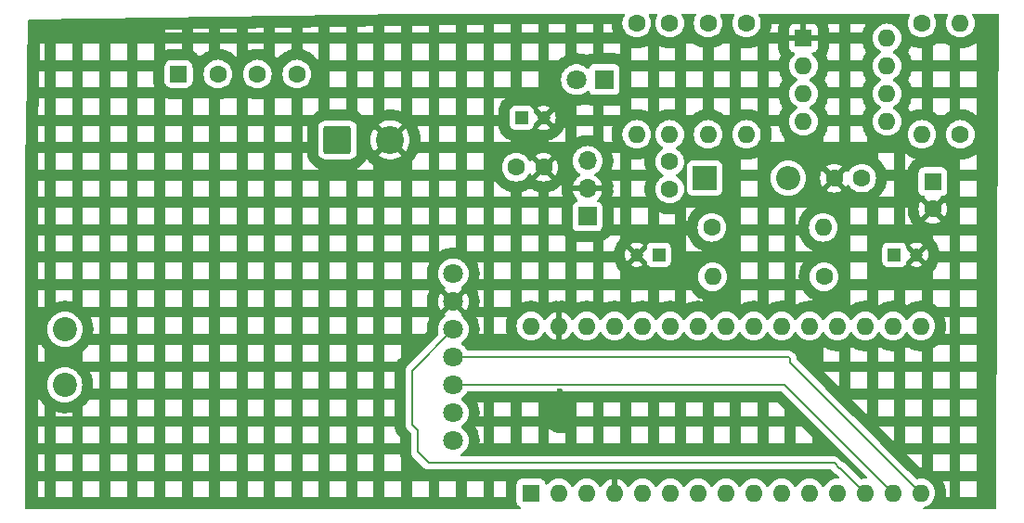
<source format=gbl>
%TF.GenerationSoftware,KiCad,Pcbnew,8.0.8-8.0.8-0~ubuntu24.04.1*%
%TF.CreationDate,2025-02-23T19:20:25-07:00*%
%TF.ProjectId,Speedometer,53706565-646f-46d6-9574-65722e6b6963,v1*%
%TF.SameCoordinates,Original*%
%TF.FileFunction,Copper,L2,Bot*%
%TF.FilePolarity,Positive*%
%FSLAX46Y46*%
G04 Gerber Fmt 4.6, Leading zero omitted, Abs format (unit mm)*
G04 Created by KiCad (PCBNEW 8.0.8-8.0.8-0~ubuntu24.04.1) date 2025-02-23 19:20:25*
%MOMM*%
%LPD*%
G01*
G04 APERTURE LIST*
G04 Aperture macros list*
%AMRoundRect*
0 Rectangle with rounded corners*
0 $1 Rounding radius*
0 $2 $3 $4 $5 $6 $7 $8 $9 X,Y pos of 4 corners*
0 Add a 4 corners polygon primitive as box body*
4,1,4,$2,$3,$4,$5,$6,$7,$8,$9,$2,$3,0*
0 Add four circle primitives for the rounded corners*
1,1,$1+$1,$2,$3*
1,1,$1+$1,$4,$5*
1,1,$1+$1,$6,$7*
1,1,$1+$1,$8,$9*
0 Add four rect primitives between the rounded corners*
20,1,$1+$1,$2,$3,$4,$5,0*
20,1,$1+$1,$4,$5,$6,$7,0*
20,1,$1+$1,$6,$7,$8,$9,0*
20,1,$1+$1,$8,$9,$2,$3,0*%
G04 Aperture macros list end*
%TA.AperFunction,ComponentPad*%
%ADD10C,1.800000*%
%TD*%
%TA.AperFunction,ComponentPad*%
%ADD11C,2.200000*%
%TD*%
%TA.AperFunction,ComponentPad*%
%ADD12R,1.800000X1.800000*%
%TD*%
%TA.AperFunction,ComponentPad*%
%ADD13C,1.600000*%
%TD*%
%TA.AperFunction,ComponentPad*%
%ADD14O,1.600000X1.600000*%
%TD*%
%TA.AperFunction,ComponentPad*%
%ADD15R,1.600000X1.600000*%
%TD*%
%TA.AperFunction,ComponentPad*%
%ADD16R,1.200000X1.200000*%
%TD*%
%TA.AperFunction,ComponentPad*%
%ADD17C,1.200000*%
%TD*%
%TA.AperFunction,ComponentPad*%
%ADD18RoundRect,0.249999X-1.025001X-1.025001X1.025001X-1.025001X1.025001X1.025001X-1.025001X1.025001X0*%
%TD*%
%TA.AperFunction,ComponentPad*%
%ADD19C,2.550000*%
%TD*%
%TA.AperFunction,ComponentPad*%
%ADD20RoundRect,0.250000X-0.550000X-0.550000X0.550000X-0.550000X0.550000X0.550000X-0.550000X0.550000X0*%
%TD*%
%TA.AperFunction,ComponentPad*%
%ADD21R,2.200000X2.200000*%
%TD*%
%TA.AperFunction,ComponentPad*%
%ADD22O,2.200000X2.200000*%
%TD*%
%TA.AperFunction,ComponentPad*%
%ADD23R,1.700000X1.700000*%
%TD*%
%TA.AperFunction,ComponentPad*%
%ADD24O,1.700000X1.700000*%
%TD*%
%TA.AperFunction,ViaPad*%
%ADD25C,0.600000*%
%TD*%
%TA.AperFunction,Conductor*%
%ADD26C,0.200000*%
%TD*%
G04 APERTURE END LIST*
D10*
%TO.P,UNIT_1,1,INT*%
%TO.N,unconnected-(UNIT_1-INT-Pad1)*%
X112260000Y-87470000D03*
%TO.P,UNIT_1,2,SCK*%
%TO.N,SCK*%
X112260000Y-84930000D03*
%TO.P,UNIT_1,3,SI*%
%TO.N,SI*%
X112260000Y-82390000D03*
%TO.P,UNIT_1,4,SO*%
%TO.N,SO*%
X112260000Y-79850000D03*
%TO.P,UNIT_1,5,CS*%
%TO.N,CS*%
X112260000Y-77310000D03*
%TO.P,UNIT_1,6,GND*%
%TO.N,GND*%
X112260000Y-74770000D03*
%TO.P,UNIT_1,7,VCC*%
%TO.N,+5V*%
X112260000Y-72230000D03*
D11*
%TO.P,UNIT_1,8,High_CAN*%
%TO.N,High*%
X76820000Y-82370000D03*
%TO.P,UNIT_1,9,Low_CAN*%
%TO.N,Low*%
X76840000Y-77290000D03*
%TD*%
D12*
%TO.P,D1,1,K*%
%TO.N,Net-(D1-K)*%
X126040000Y-54500000D03*
D10*
%TO.P,D1,2,A*%
%TO.N,+5V*%
X123500000Y-54500000D03*
%TD*%
D13*
%TO.P,C2,1*%
%TO.N,+5V*%
X118000000Y-62500000D03*
%TO.P,C2,2*%
%TO.N,GND*%
X120500000Y-62500000D03*
%TD*%
%TO.P,R1,1*%
%TO.N,Net-(D1-K)*%
X129000000Y-49340000D03*
D14*
%TO.P,R1,2*%
%TO.N,/Hall_Out*%
X129000000Y-59500000D03*
%TD*%
D13*
%TO.P,R3,1*%
%TO.N,+5V*%
X135500000Y-49340000D03*
D14*
%TO.P,R3,2*%
%TO.N,/Diff*%
X135500000Y-59500000D03*
%TD*%
D15*
%TO.P,UNIT_2,1,D1/TX*%
%TO.N,unconnected-(UNIT_2-D1{slash}TX-Pad1)*%
X119340000Y-92240000D03*
D14*
%TO.P,UNIT_2,2,D0/RX*%
%TO.N,unconnected-(UNIT_2-D0{slash}RX-Pad2)*%
X121880000Y-92240000D03*
%TO.P,UNIT_2,3,RESET*%
%TO.N,unconnected-(UNIT_2-RESET-Pad3)*%
X124420000Y-92240000D03*
%TO.P,UNIT_2,4,COM/GND*%
%TO.N,GND*%
X126960000Y-92240000D03*
%TO.P,UNIT_2,5,D2*%
%TO.N,unconnected-(UNIT_2-D2-Pad5)*%
X129500000Y-92240000D03*
%TO.P,UNIT_2,6,D3*%
%TO.N,unconnected-(UNIT_2-D3-Pad6)*%
X132040000Y-92240000D03*
%TO.P,UNIT_2,7,D4*%
%TO.N,unconnected-(UNIT_2-D4-Pad7)*%
X134580000Y-92240000D03*
%TO.P,UNIT_2,8,D5*%
%TO.N,unconnected-(UNIT_2-D5-Pad8)*%
X137120000Y-92240000D03*
%TO.P,UNIT_2,9,D6*%
%TO.N,unconnected-(UNIT_2-D6-Pad9)*%
X139660000Y-92240000D03*
%TO.P,UNIT_2,10,D7*%
%TO.N,unconnected-(UNIT_2-D7-Pad10)*%
X142200000Y-92240000D03*
%TO.P,UNIT_2,11,D8*%
%TO.N,unconnected-(UNIT_2-D8-Pad11)*%
X144740000Y-92240000D03*
%TO.P,UNIT_2,12,D9*%
%TO.N,unconnected-(UNIT_2-D9-Pad12)*%
X147280000Y-92240000D03*
%TO.P,UNIT_2,13,D10*%
%TO.N,CS*%
X149820000Y-92240000D03*
%TO.P,UNIT_2,14,D11/MOSI*%
%TO.N,SI*%
X152360000Y-92240000D03*
%TO.P,UNIT_2,15,D12/MISO*%
%TO.N,SO*%
X154900000Y-92240000D03*
%TO.P,UNIT_2,16,D13/SCK*%
%TO.N,SCK*%
X154900000Y-77000000D03*
%TO.P,UNIT_2,17,3V3*%
%TO.N,unconnected-(UNIT_2-3V3-Pad17)*%
X152360000Y-77000000D03*
%TO.P,UNIT_2,18,AREF*%
%TO.N,unconnected-(UNIT_2-AREF-Pad18)*%
X149820000Y-77000000D03*
%TO.P,UNIT_2,19,A0*%
%TO.N,/Nano_Input*%
X147280000Y-77000000D03*
%TO.P,UNIT_2,20,A1*%
%TO.N,unconnected-(UNIT_2-A1-Pad20)*%
X144740000Y-77000000D03*
%TO.P,UNIT_2,21,A2*%
%TO.N,unconnected-(UNIT_2-A2-Pad21)*%
X142200000Y-77000000D03*
%TO.P,UNIT_2,22,A3*%
%TO.N,unconnected-(UNIT_2-A3-Pad22)*%
X139660000Y-77000000D03*
%TO.P,UNIT_2,23,A4*%
%TO.N,unconnected-(UNIT_2-A4-Pad23)*%
X137120000Y-77000000D03*
%TO.P,UNIT_2,24,A5*%
%TO.N,unconnected-(UNIT_2-A5-Pad24)*%
X134580000Y-77000000D03*
%TO.P,UNIT_2,25,A6*%
%TO.N,unconnected-(UNIT_2-A6-Pad25)*%
X132040000Y-77000000D03*
%TO.P,UNIT_2,26,A7*%
%TO.N,unconnected-(UNIT_2-A7-Pad26)*%
X129500000Y-77000000D03*
%TO.P,UNIT_2,27,+5V*%
%TO.N,+5V*%
X126960000Y-77000000D03*
%TO.P,UNIT_2,28,RESET*%
%TO.N,unconnected-(UNIT_2-RESET-Pad28)*%
X124420000Y-77000000D03*
%TO.P,UNIT_2,29,COM/GND*%
%TO.N,GND*%
X121880000Y-77000000D03*
%TO.P,UNIT_2,30,VIN*%
%TO.N,+5V*%
X119340000Y-77000000D03*
%TD*%
D16*
%TO.P,C1,1*%
%TO.N,+5V*%
X118500000Y-58000000D03*
D17*
%TO.P,C1,2*%
%TO.N,GND*%
X120500000Y-58000000D03*
%TD*%
D13*
%TO.P,R7,1*%
%TO.N,/NE555_Out*%
X135840000Y-68000000D03*
D14*
%TO.P,R7,2*%
%TO.N,/Filter1*%
X146000000Y-68000000D03*
%TD*%
D13*
%TO.P,C3,1*%
%TO.N,/Hall_Out*%
X132000000Y-62000000D03*
%TO.P,C3,2*%
%TO.N,/Diff*%
X132000000Y-64500000D03*
%TD*%
%TO.P,R2,1*%
%TO.N,+5V*%
X132000000Y-49340000D03*
D14*
%TO.P,R2,2*%
%TO.N,/Hall_Out*%
X132000000Y-59500000D03*
%TD*%
D13*
%TO.P,R5,1*%
%TO.N,+5V*%
X158500000Y-59500000D03*
D14*
%TO.P,R5,2*%
%TO.N,Net-(R5-Pad2)*%
X158500000Y-49340000D03*
%TD*%
D16*
%TO.P,C6,1*%
%TO.N,/Filter1*%
X152500000Y-70500000D03*
D17*
%TO.P,C6,2*%
%TO.N,GND*%
X154500000Y-70500000D03*
%TD*%
D18*
%TO.P,J1,1,Pin_1*%
%TO.N,+5V*%
X101700000Y-60000000D03*
D19*
%TO.P,J1,2,Pin_2*%
%TO.N,GND*%
X106500000Y-60000000D03*
%TD*%
D13*
%TO.P,R6,1*%
%TO.N,Net-(R5-Pad2)*%
X155000000Y-49340000D03*
D14*
%TO.P,R6,2*%
%TO.N,/DIS_THR*%
X155000000Y-59500000D03*
%TD*%
D20*
%TO.P,J2,1,Pin_1*%
%TO.N,Low*%
X87200000Y-54000000D03*
D13*
%TO.P,J2,2,Pin_2*%
%TO.N,High*%
X90800000Y-54000000D03*
%TO.P,J2,3,Pin_3*%
%TO.N,Low*%
X94400000Y-54000000D03*
%TO.P,J2,4,Pin_4*%
%TO.N,High*%
X98000000Y-54000000D03*
%TD*%
%TO.P,C4,1*%
%TO.N,GND*%
X147020000Y-63500000D03*
%TO.P,C4,2*%
%TO.N,/CV*%
X149520000Y-63500000D03*
%TD*%
D15*
%TO.P,U2,1,GND*%
%TO.N,GND*%
X144200000Y-50700000D03*
D14*
%TO.P,U2,2,TR*%
%TO.N,/Rect*%
X144200000Y-53240000D03*
%TO.P,U2,3,Q*%
%TO.N,/NE555_Out*%
X144200000Y-55780000D03*
%TO.P,U2,4,R*%
%TO.N,+5V*%
X144200000Y-58320000D03*
%TO.P,U2,5,CV*%
%TO.N,/CV*%
X151820000Y-58320000D03*
%TO.P,U2,6,THR*%
%TO.N,/DIS_THR*%
X151820000Y-55780000D03*
%TO.P,U2,7,DIS*%
X151820000Y-53240000D03*
%TO.P,U2,8,VCC*%
%TO.N,+5V*%
X151820000Y-50700000D03*
%TD*%
D15*
%TO.P,C5,1*%
%TO.N,/DIS_THR*%
X156000000Y-63817621D03*
D13*
%TO.P,C5,2*%
%TO.N,GND*%
X156000000Y-66317621D03*
%TD*%
D21*
%TO.P,D2,1,K*%
%TO.N,/Diff*%
X135190000Y-63500000D03*
D22*
%TO.P,D2,2,A*%
%TO.N,/Rect*%
X142810000Y-63500000D03*
%TD*%
D13*
%TO.P,R8,1*%
%TO.N,/Filter1*%
X146080000Y-72500000D03*
D14*
%TO.P,R8,2*%
%TO.N,/Nano_Input*%
X135920000Y-72500000D03*
%TD*%
D23*
%TO.P,U1,1,Vcc*%
%TO.N,+5V*%
X124500000Y-67000000D03*
D24*
%TO.P,U1,2,GND*%
%TO.N,GND*%
X124500000Y-64460000D03*
%TO.P,U1,3,OUT*%
%TO.N,/Hall_Out*%
X124500000Y-61920000D03*
%TD*%
D13*
%TO.P,R4,1*%
%TO.N,+5V*%
X139000000Y-49340000D03*
D14*
%TO.P,R4,2*%
%TO.N,/Rect*%
X139000000Y-59500000D03*
%TD*%
D16*
%TO.P,C7,1*%
%TO.N,/Nano_Input*%
X131000000Y-70500000D03*
D17*
%TO.P,C7,2*%
%TO.N,GND*%
X129000000Y-70500000D03*
%TD*%
D25*
%TO.N,GND*%
X122000000Y-85500000D03*
X122000000Y-83000000D03*
%TD*%
D26*
%TO.N,SI*%
X152360000Y-92240000D02*
X142510000Y-82390000D01*
X142510000Y-82390000D02*
X112260000Y-82390000D01*
%TO.N,SO*%
X142850000Y-79850000D02*
X143000000Y-80000000D01*
X112260000Y-79850000D02*
X142850000Y-79850000D01*
X143000000Y-80000000D02*
X143000000Y-80340000D01*
X143000000Y-80340000D02*
X154900000Y-92240000D01*
%TO.N,CS*%
X110000000Y-89500000D02*
X147000000Y-89500000D01*
X108500000Y-81070000D02*
X108500000Y-86000000D01*
X112260000Y-77310000D02*
X108500000Y-81070000D01*
X108500000Y-86000000D02*
X109000000Y-86500000D01*
X147000000Y-89500000D02*
X147500000Y-90000000D01*
X147500000Y-90000000D02*
X147580000Y-90000000D01*
X109000000Y-86500000D02*
X109000000Y-88500000D01*
X109000000Y-88500000D02*
X110000000Y-89500000D01*
X147580000Y-90000000D02*
X149820000Y-92240000D01*
%TO.N,GND*%
X122000000Y-85500000D02*
X122000000Y-83000000D01*
%TD*%
%TA.AperFunction,Conductor*%
%TO.N,GND*%
G36*
X127850051Y-48490185D02*
G01*
X127895806Y-48542989D01*
X127905750Y-48612147D01*
X127884587Y-48665621D01*
X127877947Y-48675104D01*
X127869432Y-48687265D01*
X127869431Y-48687267D01*
X127773261Y-48893502D01*
X127773258Y-48893511D01*
X127714366Y-49113302D01*
X127714364Y-49113313D01*
X127694532Y-49339998D01*
X127694532Y-49340001D01*
X127714364Y-49566686D01*
X127714366Y-49566697D01*
X127773258Y-49786488D01*
X127773261Y-49786497D01*
X127869431Y-49992732D01*
X127869432Y-49992734D01*
X127999954Y-50179141D01*
X128160858Y-50340045D01*
X128160861Y-50340047D01*
X128347266Y-50470568D01*
X128553504Y-50566739D01*
X128773308Y-50625635D01*
X128935230Y-50639801D01*
X128999998Y-50645468D01*
X129000000Y-50645468D01*
X129000002Y-50645468D01*
X129056673Y-50640509D01*
X129226692Y-50625635D01*
X129446496Y-50566739D01*
X129652734Y-50470568D01*
X129839139Y-50340047D01*
X130000047Y-50179139D01*
X130130568Y-49992734D01*
X130226739Y-49786496D01*
X130285635Y-49566692D01*
X130305468Y-49340000D01*
X130285635Y-49113308D01*
X130226739Y-48893504D01*
X130130568Y-48687266D01*
X130115412Y-48665621D01*
X130093086Y-48599417D01*
X130110096Y-48531650D01*
X130161044Y-48483837D01*
X130216988Y-48470500D01*
X130783012Y-48470500D01*
X130850051Y-48490185D01*
X130895806Y-48542989D01*
X130905750Y-48612147D01*
X130884587Y-48665621D01*
X130877947Y-48675104D01*
X130869432Y-48687265D01*
X130869431Y-48687267D01*
X130773261Y-48893502D01*
X130773258Y-48893511D01*
X130714366Y-49113302D01*
X130714364Y-49113313D01*
X130694532Y-49339998D01*
X130694532Y-49340001D01*
X130714364Y-49566686D01*
X130714366Y-49566697D01*
X130773258Y-49786488D01*
X130773261Y-49786497D01*
X130869431Y-49992732D01*
X130869432Y-49992734D01*
X130999954Y-50179141D01*
X131160858Y-50340045D01*
X131160861Y-50340047D01*
X131347266Y-50470568D01*
X131553504Y-50566739D01*
X131773308Y-50625635D01*
X131935230Y-50639801D01*
X131999998Y-50645468D01*
X132000000Y-50645468D01*
X132000002Y-50645468D01*
X132056673Y-50640509D01*
X132226692Y-50625635D01*
X132446496Y-50566739D01*
X132652734Y-50470568D01*
X132839139Y-50340047D01*
X133000047Y-50179139D01*
X133130568Y-49992734D01*
X133226739Y-49786496D01*
X133285635Y-49566692D01*
X133305468Y-49340000D01*
X133285635Y-49113308D01*
X133226739Y-48893504D01*
X133130568Y-48687266D01*
X133115412Y-48665621D01*
X133093086Y-48599417D01*
X133110096Y-48531650D01*
X133161044Y-48483837D01*
X133216988Y-48470500D01*
X134283012Y-48470500D01*
X134350051Y-48490185D01*
X134395806Y-48542989D01*
X134405750Y-48612147D01*
X134384587Y-48665621D01*
X134377947Y-48675104D01*
X134369432Y-48687265D01*
X134369431Y-48687267D01*
X134273261Y-48893502D01*
X134273258Y-48893511D01*
X134214366Y-49113302D01*
X134214364Y-49113313D01*
X134194532Y-49339998D01*
X134194532Y-49340001D01*
X134214364Y-49566686D01*
X134214366Y-49566697D01*
X134273258Y-49786488D01*
X134273261Y-49786497D01*
X134369431Y-49992732D01*
X134369432Y-49992734D01*
X134499954Y-50179141D01*
X134660858Y-50340045D01*
X134660861Y-50340047D01*
X134847266Y-50470568D01*
X135053504Y-50566739D01*
X135273308Y-50625635D01*
X135435230Y-50639801D01*
X135499998Y-50645468D01*
X135500000Y-50645468D01*
X135500002Y-50645468D01*
X135556673Y-50640509D01*
X135726692Y-50625635D01*
X135946496Y-50566739D01*
X136152734Y-50470568D01*
X136339139Y-50340047D01*
X136500047Y-50179139D01*
X136630568Y-49992734D01*
X136726739Y-49786496D01*
X136785635Y-49566692D01*
X136805468Y-49340000D01*
X136785635Y-49113308D01*
X136726739Y-48893504D01*
X136630568Y-48687266D01*
X136615412Y-48665621D01*
X136593086Y-48599417D01*
X136610096Y-48531650D01*
X136661044Y-48483837D01*
X136716988Y-48470500D01*
X137783012Y-48470500D01*
X137850051Y-48490185D01*
X137895806Y-48542989D01*
X137905750Y-48612147D01*
X137884587Y-48665621D01*
X137877947Y-48675104D01*
X137869432Y-48687265D01*
X137869431Y-48687267D01*
X137773261Y-48893502D01*
X137773258Y-48893511D01*
X137714366Y-49113302D01*
X137714364Y-49113313D01*
X137694532Y-49339998D01*
X137694532Y-49340001D01*
X137714364Y-49566686D01*
X137714366Y-49566697D01*
X137773258Y-49786488D01*
X137773261Y-49786497D01*
X137869431Y-49992732D01*
X137869432Y-49992734D01*
X137999954Y-50179141D01*
X138160858Y-50340045D01*
X138160861Y-50340047D01*
X138347266Y-50470568D01*
X138553504Y-50566739D01*
X138773308Y-50625635D01*
X138935230Y-50639801D01*
X138999998Y-50645468D01*
X139000000Y-50645468D01*
X139000002Y-50645468D01*
X139056673Y-50640509D01*
X139226692Y-50625635D01*
X139446496Y-50566739D01*
X139652734Y-50470568D01*
X139839139Y-50340047D01*
X139958686Y-50220500D01*
X141125530Y-50220500D01*
X141902000Y-50220500D01*
X141902000Y-49838823D01*
X141902044Y-49835509D01*
X141902580Y-49815461D01*
X141902713Y-49812145D01*
X141904142Y-49785458D01*
X141904364Y-49782144D01*
X141905977Y-49762095D01*
X141906289Y-49758783D01*
X141917455Y-49654931D01*
X141918522Y-49647262D01*
X141926428Y-49601084D01*
X141927972Y-49593499D01*
X141942315Y-49532788D01*
X141944332Y-49525305D01*
X141957942Y-49480436D01*
X141960421Y-49473096D01*
X141962135Y-49468500D01*
X141296037Y-49468500D01*
X141277939Y-49675367D01*
X141277350Y-49680744D01*
X141273079Y-49713188D01*
X141272256Y-49718535D01*
X141264693Y-49761430D01*
X141263638Y-49766737D01*
X141256553Y-49798696D01*
X141255267Y-49803951D01*
X141185095Y-50065841D01*
X141183580Y-50071038D01*
X141173731Y-50102273D01*
X141171990Y-50107401D01*
X141157089Y-50148333D01*
X141155130Y-50153371D01*
X141142611Y-50183592D01*
X141140433Y-50188541D01*
X141125530Y-50220500D01*
X139958686Y-50220500D01*
X140000047Y-50179139D01*
X140130568Y-49992734D01*
X140226739Y-49786496D01*
X140285635Y-49566692D01*
X140305468Y-49340000D01*
X140285635Y-49113308D01*
X140226739Y-48893504D01*
X140130568Y-48687266D01*
X140115412Y-48665621D01*
X140093086Y-48599417D01*
X140110096Y-48531650D01*
X140161044Y-48483837D01*
X140216988Y-48470500D01*
X153783012Y-48470500D01*
X153850051Y-48490185D01*
X153895806Y-48542989D01*
X153905750Y-48612147D01*
X153884587Y-48665621D01*
X153877947Y-48675104D01*
X153869432Y-48687265D01*
X153869431Y-48687267D01*
X153773261Y-48893502D01*
X153773258Y-48893511D01*
X153714366Y-49113302D01*
X153714364Y-49113313D01*
X153694532Y-49339998D01*
X153694532Y-49340001D01*
X153714364Y-49566686D01*
X153714366Y-49566697D01*
X153773258Y-49786488D01*
X153773261Y-49786497D01*
X153869431Y-49992732D01*
X153869432Y-49992734D01*
X153999954Y-50179141D01*
X154160858Y-50340045D01*
X154160861Y-50340047D01*
X154347266Y-50470568D01*
X154553504Y-50566739D01*
X154773308Y-50625635D01*
X154935230Y-50639801D01*
X154999998Y-50645468D01*
X155000000Y-50645468D01*
X155000002Y-50645468D01*
X155056673Y-50640509D01*
X155226692Y-50625635D01*
X155446496Y-50566739D01*
X155652734Y-50470568D01*
X155839139Y-50340047D01*
X156000047Y-50179139D01*
X156130568Y-49992734D01*
X156226739Y-49786496D01*
X156285635Y-49566692D01*
X156305468Y-49340000D01*
X156285635Y-49113308D01*
X156226739Y-48893504D01*
X156130568Y-48687266D01*
X156115412Y-48665621D01*
X156093086Y-48599417D01*
X156110096Y-48531650D01*
X156161044Y-48483837D01*
X156216988Y-48470500D01*
X157283012Y-48470500D01*
X157350051Y-48490185D01*
X157395806Y-48542989D01*
X157405750Y-48612147D01*
X157384587Y-48665621D01*
X157377947Y-48675104D01*
X157369432Y-48687265D01*
X157369431Y-48687267D01*
X157273261Y-48893502D01*
X157273258Y-48893511D01*
X157214366Y-49113302D01*
X157214364Y-49113313D01*
X157194532Y-49339998D01*
X157194532Y-49340001D01*
X157214364Y-49566686D01*
X157214366Y-49566697D01*
X157273258Y-49786488D01*
X157273261Y-49786497D01*
X157369431Y-49992732D01*
X157369432Y-49992734D01*
X157499954Y-50179141D01*
X157660858Y-50340045D01*
X157660861Y-50340047D01*
X157847266Y-50470568D01*
X158053504Y-50566739D01*
X158273308Y-50625635D01*
X158435230Y-50639801D01*
X158499998Y-50645468D01*
X158500000Y-50645468D01*
X158500002Y-50645468D01*
X158556673Y-50640509D01*
X158726692Y-50625635D01*
X158946496Y-50566739D01*
X159152734Y-50470568D01*
X159339139Y-50340047D01*
X159500047Y-50179139D01*
X159630568Y-49992734D01*
X159726739Y-49786496D01*
X159785635Y-49566692D01*
X159805468Y-49340000D01*
X159785635Y-49113308D01*
X159726739Y-48893504D01*
X159630568Y-48687266D01*
X159615412Y-48665621D01*
X159593086Y-48599417D01*
X159610096Y-48531650D01*
X159661044Y-48483837D01*
X159716988Y-48470500D01*
X161874105Y-48470500D01*
X161941144Y-48490185D01*
X161986899Y-48542989D01*
X161998103Y-48595181D01*
X161883008Y-69542455D01*
X161750682Y-93626000D01*
X161750678Y-93626681D01*
X161730626Y-93693612D01*
X161677571Y-93739076D01*
X161626680Y-93750000D01*
X155231225Y-93750000D01*
X155164186Y-93730315D01*
X155118431Y-93677511D01*
X155108487Y-93608353D01*
X155137512Y-93544797D01*
X155196290Y-93507023D01*
X155199132Y-93506225D01*
X155282849Y-93483793D01*
X155346496Y-93466739D01*
X155552734Y-93370568D01*
X155739139Y-93240047D01*
X155900047Y-93079139D01*
X156030568Y-92892734D01*
X156126739Y-92686496D01*
X156185635Y-92466692D01*
X156205468Y-92240000D01*
X156185635Y-92013308D01*
X156126739Y-91793504D01*
X156030568Y-91587266D01*
X155900047Y-91400861D01*
X155900045Y-91400858D01*
X155739141Y-91239954D01*
X155708501Y-91218500D01*
X156959781Y-91218500D01*
X157040433Y-91391459D01*
X157042611Y-91396408D01*
X157055130Y-91426629D01*
X157057089Y-91431667D01*
X157071990Y-91472599D01*
X157073731Y-91477727D01*
X157083580Y-91508962D01*
X157085095Y-91514159D01*
X157155267Y-91776049D01*
X157156553Y-91781304D01*
X157163638Y-91813263D01*
X157164693Y-91818570D01*
X157172256Y-91861465D01*
X157173079Y-91866812D01*
X157177350Y-91899256D01*
X157177939Y-91904633D01*
X157201568Y-92174714D01*
X157201922Y-92180111D01*
X157203350Y-92212811D01*
X157203468Y-92218221D01*
X157203468Y-92261779D01*
X157203350Y-92267189D01*
X157201922Y-92299889D01*
X157201568Y-92305286D01*
X157177939Y-92575367D01*
X157177350Y-92580744D01*
X157173079Y-92613188D01*
X157172256Y-92618535D01*
X157170940Y-92626000D01*
X157500000Y-92626000D01*
X158498000Y-92626000D01*
X160000000Y-92626000D01*
X160000000Y-91218500D01*
X158498000Y-91218500D01*
X158498000Y-92626000D01*
X157500000Y-92626000D01*
X157500000Y-91218500D01*
X156959781Y-91218500D01*
X155708501Y-91218500D01*
X155552734Y-91109432D01*
X155552732Y-91109431D01*
X155346497Y-91013261D01*
X155346488Y-91013258D01*
X155126697Y-90954366D01*
X155126693Y-90954365D01*
X155126692Y-90954365D01*
X155126691Y-90954364D01*
X155126686Y-90954364D01*
X154900002Y-90934532D01*
X154899998Y-90934532D01*
X154673313Y-90954364D01*
X154673302Y-90954366D01*
X154577067Y-90980152D01*
X154507217Y-90978489D01*
X154457293Y-90948058D01*
X153725227Y-90215992D01*
X155998000Y-90215992D01*
X155999103Y-90216537D01*
X156006715Y-90220500D01*
X157500000Y-90220500D01*
X158498000Y-90220500D01*
X160000000Y-90220500D01*
X160000000Y-88718500D01*
X158498000Y-88718500D01*
X158498000Y-90220500D01*
X157500000Y-90220500D01*
X157500000Y-88718500D01*
X155998000Y-88718500D01*
X155998000Y-90215992D01*
X153725227Y-90215992D01*
X152227735Y-88718500D01*
X153639119Y-88718500D01*
X154857919Y-89937300D01*
X154872811Y-89936650D01*
X154878221Y-89936532D01*
X154921779Y-89936532D01*
X154927189Y-89936650D01*
X154959889Y-89938078D01*
X154965286Y-89938432D01*
X155000000Y-89941469D01*
X155000000Y-88718500D01*
X153639119Y-88718500D01*
X152227735Y-88718500D01*
X151229735Y-87720500D01*
X153498000Y-87720500D01*
X155000000Y-87720500D01*
X155998000Y-87720500D01*
X157500000Y-87720500D01*
X158498000Y-87720500D01*
X160000000Y-87720500D01*
X160000000Y-86218500D01*
X158498000Y-86218500D01*
X158498000Y-87720500D01*
X157500000Y-87720500D01*
X157500000Y-86218500D01*
X155998000Y-86218500D01*
X155998000Y-87720500D01*
X155000000Y-87720500D01*
X155000000Y-86218500D01*
X153498000Y-86218500D01*
X153498000Y-87720500D01*
X151229735Y-87720500D01*
X149727735Y-86218500D01*
X151139119Y-86218500D01*
X152500000Y-87579381D01*
X152500000Y-86218500D01*
X151139119Y-86218500D01*
X149727735Y-86218500D01*
X148729735Y-85220500D01*
X150998000Y-85220500D01*
X152500000Y-85220500D01*
X153498000Y-85220500D01*
X155000000Y-85220500D01*
X155998000Y-85220500D01*
X157500000Y-85220500D01*
X158498000Y-85220500D01*
X160000000Y-85220500D01*
X160000000Y-83718500D01*
X158498000Y-83718500D01*
X158498000Y-85220500D01*
X157500000Y-85220500D01*
X157500000Y-83718500D01*
X155998000Y-83718500D01*
X155998000Y-85220500D01*
X155000000Y-85220500D01*
X155000000Y-83718500D01*
X153498000Y-83718500D01*
X153498000Y-85220500D01*
X152500000Y-85220500D01*
X152500000Y-83718500D01*
X150998000Y-83718500D01*
X150998000Y-85220500D01*
X148729735Y-85220500D01*
X147227735Y-83718500D01*
X148639119Y-83718500D01*
X150000000Y-85079381D01*
X150000000Y-83718500D01*
X148639119Y-83718500D01*
X147227735Y-83718500D01*
X146229735Y-82720500D01*
X148498000Y-82720500D01*
X150000000Y-82720500D01*
X150998000Y-82720500D01*
X152500000Y-82720500D01*
X153498000Y-82720500D01*
X155000000Y-82720500D01*
X155998000Y-82720500D01*
X157500000Y-82720500D01*
X158498000Y-82720500D01*
X160000000Y-82720500D01*
X160000000Y-81218500D01*
X158498000Y-81218500D01*
X158498000Y-82720500D01*
X157500000Y-82720500D01*
X157500000Y-81218500D01*
X155998000Y-81218500D01*
X155998000Y-82720500D01*
X155000000Y-82720500D01*
X155000000Y-81218500D01*
X153498000Y-81218500D01*
X153498000Y-82720500D01*
X152500000Y-82720500D01*
X152500000Y-81218500D01*
X150998000Y-81218500D01*
X150998000Y-82720500D01*
X150000000Y-82720500D01*
X150000000Y-81218500D01*
X148498000Y-81218500D01*
X148498000Y-82720500D01*
X146229735Y-82720500D01*
X144727735Y-81218500D01*
X146139119Y-81218500D01*
X147500000Y-82579381D01*
X147500000Y-81218500D01*
X146139119Y-81218500D01*
X144727735Y-81218500D01*
X143636820Y-80127585D01*
X143603335Y-80066262D01*
X143600501Y-80039904D01*
X143600501Y-79920945D01*
X143600501Y-79920943D01*
X143559577Y-79768215D01*
X143530639Y-79718095D01*
X143480520Y-79631284D01*
X143368716Y-79519480D01*
X143368715Y-79519479D01*
X143364385Y-79515149D01*
X143364374Y-79515139D01*
X143337590Y-79488355D01*
X143337588Y-79488352D01*
X143218717Y-79369481D01*
X143218716Y-79369480D01*
X143131904Y-79319360D01*
X143131904Y-79319359D01*
X143131900Y-79319358D01*
X143081785Y-79290423D01*
X142929057Y-79249499D01*
X142770943Y-79249499D01*
X142763347Y-79249499D01*
X142763331Y-79249500D01*
X113606801Y-79249500D01*
X113539762Y-79229815D01*
X113497747Y-79184519D01*
X113495924Y-79181151D01*
X113368983Y-78986852D01*
X113368980Y-78986849D01*
X113368979Y-78986847D01*
X113312126Y-78925088D01*
X145998000Y-78925088D01*
X145998000Y-80220500D01*
X147500000Y-80220500D01*
X147500000Y-79288032D01*
X147345286Y-79301568D01*
X147339889Y-79301922D01*
X147307189Y-79303350D01*
X147301779Y-79303468D01*
X147258221Y-79303468D01*
X147252811Y-79303350D01*
X147220111Y-79301922D01*
X147214714Y-79301568D01*
X146944633Y-79277939D01*
X146939256Y-79277350D01*
X146906812Y-79273079D01*
X146901465Y-79272256D01*
X146858570Y-79264693D01*
X146853263Y-79263638D01*
X146821304Y-79256553D01*
X146816049Y-79255267D01*
X146554159Y-79185095D01*
X146548962Y-79183580D01*
X146517727Y-79173731D01*
X146512599Y-79171990D01*
X146471667Y-79157089D01*
X146466629Y-79155130D01*
X146436408Y-79142611D01*
X146431459Y-79140433D01*
X146185751Y-79025857D01*
X146180897Y-79023463D01*
X146151861Y-79008347D01*
X146147120Y-79005746D01*
X146109399Y-78983968D01*
X146104772Y-78981160D01*
X146077175Y-78963578D01*
X146072679Y-78960574D01*
X146061999Y-78953096D01*
X148498000Y-78953096D01*
X148498000Y-80220500D01*
X150000000Y-80220500D01*
X150000000Y-79291531D01*
X149885287Y-79301568D01*
X149879889Y-79301922D01*
X149847189Y-79303350D01*
X149841779Y-79303468D01*
X149798221Y-79303468D01*
X149792811Y-79303350D01*
X149760111Y-79301922D01*
X149754714Y-79301568D01*
X149484633Y-79277939D01*
X149479256Y-79277350D01*
X149446812Y-79273079D01*
X149441465Y-79272256D01*
X149398570Y-79264693D01*
X149393263Y-79263638D01*
X149361304Y-79256553D01*
X149356049Y-79255267D01*
X149094159Y-79185095D01*
X149088962Y-79183580D01*
X149057727Y-79173731D01*
X149052599Y-79171990D01*
X149011667Y-79157089D01*
X149006629Y-79155130D01*
X148976408Y-79142611D01*
X148971459Y-79140433D01*
X148725751Y-79025857D01*
X148720897Y-79023463D01*
X148691861Y-79008347D01*
X148687120Y-79005746D01*
X148649399Y-78983968D01*
X148644772Y-78981160D01*
X148641998Y-78979393D01*
X150998000Y-78979393D01*
X150998000Y-80220500D01*
X152500000Y-80220500D01*
X152500000Y-79295031D01*
X152425286Y-79301568D01*
X152419889Y-79301922D01*
X152387189Y-79303350D01*
X152381779Y-79303468D01*
X152338221Y-79303468D01*
X152332811Y-79303350D01*
X152300111Y-79301922D01*
X152294714Y-79301568D01*
X152024633Y-79277939D01*
X152019256Y-79277350D01*
X151986812Y-79273079D01*
X151981465Y-79272256D01*
X151938570Y-79264693D01*
X151933263Y-79263638D01*
X151901304Y-79256553D01*
X151896049Y-79255267D01*
X151634159Y-79185095D01*
X151628962Y-79183580D01*
X151597727Y-79173731D01*
X151592599Y-79171990D01*
X151551667Y-79157089D01*
X151546629Y-79155130D01*
X151516408Y-79142611D01*
X151511459Y-79140433D01*
X151265751Y-79025857D01*
X151260897Y-79023463D01*
X151231861Y-79008347D01*
X151227120Y-79005746D01*
X151221998Y-79002789D01*
X153498000Y-79002789D01*
X153498000Y-80220500D01*
X155000000Y-80220500D01*
X155000000Y-79298530D01*
X154965287Y-79301568D01*
X154959889Y-79301922D01*
X154927189Y-79303350D01*
X154921779Y-79303468D01*
X154878221Y-79303468D01*
X154872811Y-79303350D01*
X154840111Y-79301922D01*
X154834714Y-79301568D01*
X154564633Y-79277939D01*
X154559256Y-79277350D01*
X154526812Y-79273079D01*
X154521465Y-79272256D01*
X154478570Y-79264693D01*
X154473263Y-79263638D01*
X154441304Y-79256553D01*
X154436049Y-79255267D01*
X154174159Y-79185095D01*
X154168962Y-79183580D01*
X154137727Y-79173731D01*
X154132599Y-79171990D01*
X154091667Y-79157089D01*
X154086629Y-79155130D01*
X154056408Y-79142611D01*
X154051459Y-79140433D01*
X153805751Y-79025857D01*
X153801998Y-79024006D01*
X155998000Y-79024006D01*
X155998000Y-80220500D01*
X157500000Y-80220500D01*
X158498000Y-80220500D01*
X160000000Y-80220500D01*
X160000000Y-78718500D01*
X158498000Y-78718500D01*
X158498000Y-80220500D01*
X157500000Y-80220500D01*
X157500000Y-78718500D01*
X156432071Y-78718500D01*
X156429428Y-78721143D01*
X156425519Y-78724885D01*
X156401381Y-78747003D01*
X156397313Y-78750571D01*
X156363944Y-78778570D01*
X156359723Y-78781957D01*
X156333761Y-78801877D01*
X156329401Y-78805074D01*
X156107321Y-78960574D01*
X156102825Y-78963578D01*
X156075228Y-78981160D01*
X156070601Y-78983968D01*
X156032880Y-79005746D01*
X156028139Y-79008347D01*
X155999103Y-79023463D01*
X155998000Y-79024006D01*
X153801998Y-79024006D01*
X153800897Y-79023463D01*
X153771861Y-79008347D01*
X153767120Y-79005746D01*
X153729399Y-78983968D01*
X153724772Y-78981160D01*
X153697175Y-78963578D01*
X153692679Y-78960574D01*
X153630000Y-78916686D01*
X153567321Y-78960574D01*
X153562825Y-78963578D01*
X153535228Y-78981160D01*
X153530601Y-78983968D01*
X153498000Y-79002789D01*
X151221998Y-79002789D01*
X151189399Y-78983968D01*
X151184772Y-78981160D01*
X151157175Y-78963578D01*
X151152679Y-78960574D01*
X151090000Y-78916686D01*
X151027321Y-78960574D01*
X151022825Y-78963578D01*
X150998000Y-78979393D01*
X148641998Y-78979393D01*
X148617175Y-78963578D01*
X148612679Y-78960574D01*
X148550000Y-78916686D01*
X148498000Y-78953096D01*
X146061999Y-78953096D01*
X146010000Y-78916686D01*
X145998000Y-78925088D01*
X113312126Y-78925088D01*
X113211784Y-78816087D01*
X113034180Y-78677853D01*
X112993368Y-78621143D01*
X112989693Y-78551370D01*
X113024324Y-78490687D01*
X113034181Y-78482146D01*
X113211784Y-78343913D01*
X113368979Y-78173153D01*
X113495924Y-77978849D01*
X113589157Y-77766300D01*
X113646134Y-77541305D01*
X113654121Y-77444919D01*
X113665300Y-77310006D01*
X113665300Y-77309993D01*
X113646135Y-77078702D01*
X113646133Y-77078691D01*
X113589157Y-76853699D01*
X113495924Y-76641151D01*
X113368983Y-76446852D01*
X113368980Y-76446849D01*
X113368979Y-76446847D01*
X113211784Y-76276087D01*
X113137796Y-76218500D01*
X114400251Y-76218500D01*
X114401578Y-76221363D01*
X114511384Y-76471697D01*
X114513345Y-76476430D01*
X114524613Y-76505306D01*
X114526376Y-76510117D01*
X114539776Y-76549146D01*
X114541340Y-76554026D01*
X114550191Y-76583752D01*
X114551553Y-76588698D01*
X114618663Y-76853707D01*
X114619819Y-76858705D01*
X114626184Y-76889067D01*
X114627131Y-76894103D01*
X114633922Y-76934806D01*
X114634661Y-76939877D01*
X114638494Y-76970632D01*
X114639022Y-76975727D01*
X114661595Y-77248148D01*
X114661913Y-77253265D01*
X114663194Y-77284245D01*
X114663300Y-77289368D01*
X114663300Y-77330632D01*
X114663194Y-77335755D01*
X114661913Y-77366735D01*
X114661595Y-77371852D01*
X114639022Y-77644273D01*
X114638494Y-77649368D01*
X114634661Y-77680123D01*
X114633922Y-77685194D01*
X114628031Y-77720500D01*
X115000000Y-77720500D01*
X115998000Y-77720500D01*
X117153474Y-77720500D01*
X117084733Y-77463951D01*
X117083447Y-77458696D01*
X117076362Y-77426737D01*
X117075307Y-77421430D01*
X117067744Y-77378535D01*
X117066921Y-77373188D01*
X117062650Y-77340744D01*
X117062061Y-77335367D01*
X117038432Y-77065286D01*
X117038078Y-77059889D01*
X117036650Y-77027189D01*
X117036532Y-77021779D01*
X117036532Y-76999998D01*
X118034532Y-76999998D01*
X118034532Y-77000001D01*
X118054364Y-77226686D01*
X118054366Y-77226697D01*
X118113258Y-77446488D01*
X118113261Y-77446497D01*
X118209431Y-77652732D01*
X118209432Y-77652734D01*
X118339954Y-77839141D01*
X118500858Y-78000045D01*
X118500861Y-78000047D01*
X118687266Y-78130568D01*
X118893504Y-78226739D01*
X118893509Y-78226740D01*
X118893511Y-78226741D01*
X118919330Y-78233659D01*
X119113308Y-78285635D01*
X119275230Y-78299801D01*
X119339998Y-78305468D01*
X119340000Y-78305468D01*
X119340002Y-78305468D01*
X119396673Y-78300509D01*
X119566692Y-78285635D01*
X119786496Y-78226739D01*
X119992734Y-78130568D01*
X120179139Y-78000047D01*
X120340047Y-77839139D01*
X120470568Y-77652734D01*
X120497895Y-77594129D01*
X120544064Y-77541695D01*
X120611257Y-77522542D01*
X120678139Y-77542757D01*
X120722657Y-77594133D01*
X120749865Y-77652482D01*
X120880342Y-77838820D01*
X121041179Y-77999657D01*
X121227517Y-78130134D01*
X121433673Y-78226265D01*
X121433682Y-78226269D01*
X121629999Y-78278872D01*
X121630000Y-78278871D01*
X121630000Y-77433012D01*
X121687007Y-77465925D01*
X121814174Y-77500000D01*
X121945826Y-77500000D01*
X122072993Y-77465925D01*
X122130000Y-77433012D01*
X122130000Y-78278872D01*
X122326317Y-78226269D01*
X122326326Y-78226265D01*
X122532482Y-78130134D01*
X122718820Y-77999657D01*
X122879657Y-77838820D01*
X123010132Y-77652484D01*
X123037341Y-77594134D01*
X123083513Y-77541695D01*
X123150707Y-77522542D01*
X123217588Y-77542757D01*
X123262106Y-77594133D01*
X123289431Y-77652732D01*
X123289432Y-77652734D01*
X123419954Y-77839141D01*
X123580858Y-78000045D01*
X123580861Y-78000047D01*
X123767266Y-78130568D01*
X123973504Y-78226739D01*
X123973509Y-78226740D01*
X123973511Y-78226741D01*
X123999330Y-78233659D01*
X124193308Y-78285635D01*
X124355230Y-78299801D01*
X124419998Y-78305468D01*
X124420000Y-78305468D01*
X124420002Y-78305468D01*
X124476673Y-78300509D01*
X124646692Y-78285635D01*
X124866496Y-78226739D01*
X125072734Y-78130568D01*
X125259139Y-78000047D01*
X125420047Y-77839139D01*
X125550568Y-77652734D01*
X125577618Y-77594724D01*
X125623790Y-77542285D01*
X125690983Y-77523133D01*
X125757865Y-77543348D01*
X125802382Y-77594725D01*
X125829429Y-77652728D01*
X125829432Y-77652734D01*
X125959954Y-77839141D01*
X126120858Y-78000045D01*
X126120861Y-78000047D01*
X126307266Y-78130568D01*
X126513504Y-78226739D01*
X126513509Y-78226740D01*
X126513511Y-78226741D01*
X126539330Y-78233659D01*
X126733308Y-78285635D01*
X126895230Y-78299801D01*
X126959998Y-78305468D01*
X126960000Y-78305468D01*
X126960002Y-78305468D01*
X127016673Y-78300509D01*
X127186692Y-78285635D01*
X127406496Y-78226739D01*
X127612734Y-78130568D01*
X127799139Y-78000047D01*
X127960047Y-77839139D01*
X128090568Y-77652734D01*
X128117618Y-77594724D01*
X128163790Y-77542285D01*
X128230983Y-77523133D01*
X128297865Y-77543348D01*
X128342382Y-77594725D01*
X128369429Y-77652728D01*
X128369432Y-77652734D01*
X128499954Y-77839141D01*
X128660858Y-78000045D01*
X128660861Y-78000047D01*
X128847266Y-78130568D01*
X129053504Y-78226739D01*
X129053509Y-78226740D01*
X129053511Y-78226741D01*
X129079330Y-78233659D01*
X129273308Y-78285635D01*
X129435230Y-78299801D01*
X129499998Y-78305468D01*
X129500000Y-78305468D01*
X129500002Y-78305468D01*
X129556673Y-78300509D01*
X129726692Y-78285635D01*
X129946496Y-78226739D01*
X130152734Y-78130568D01*
X130339139Y-78000047D01*
X130500047Y-77839139D01*
X130630568Y-77652734D01*
X130657618Y-77594724D01*
X130703790Y-77542285D01*
X130770983Y-77523133D01*
X130837865Y-77543348D01*
X130882382Y-77594725D01*
X130909429Y-77652728D01*
X130909432Y-77652734D01*
X131039954Y-77839141D01*
X131200858Y-78000045D01*
X131200861Y-78000047D01*
X131387266Y-78130568D01*
X131593504Y-78226739D01*
X131593509Y-78226740D01*
X131593511Y-78226741D01*
X131619330Y-78233659D01*
X131813308Y-78285635D01*
X131975230Y-78299801D01*
X132039998Y-78305468D01*
X132040000Y-78305468D01*
X132040002Y-78305468D01*
X132096673Y-78300509D01*
X132266692Y-78285635D01*
X132486496Y-78226739D01*
X132692734Y-78130568D01*
X132879139Y-78000047D01*
X133040047Y-77839139D01*
X133170568Y-77652734D01*
X133197618Y-77594724D01*
X133243790Y-77542285D01*
X133310983Y-77523133D01*
X133377865Y-77543348D01*
X133422382Y-77594725D01*
X133449429Y-77652728D01*
X133449432Y-77652734D01*
X133579954Y-77839141D01*
X133740858Y-78000045D01*
X133740861Y-78000047D01*
X133927266Y-78130568D01*
X134133504Y-78226739D01*
X134133509Y-78226740D01*
X134133511Y-78226741D01*
X134159330Y-78233659D01*
X134353308Y-78285635D01*
X134515230Y-78299801D01*
X134579998Y-78305468D01*
X134580000Y-78305468D01*
X134580002Y-78305468D01*
X134636673Y-78300509D01*
X134806692Y-78285635D01*
X135026496Y-78226739D01*
X135232734Y-78130568D01*
X135419139Y-78000047D01*
X135580047Y-77839139D01*
X135710568Y-77652734D01*
X135737618Y-77594724D01*
X135783790Y-77542285D01*
X135850983Y-77523133D01*
X135917865Y-77543348D01*
X135962382Y-77594725D01*
X135989429Y-77652728D01*
X135989432Y-77652734D01*
X136119954Y-77839141D01*
X136280858Y-78000045D01*
X136280861Y-78000047D01*
X136467266Y-78130568D01*
X136673504Y-78226739D01*
X136673509Y-78226740D01*
X136673511Y-78226741D01*
X136699330Y-78233659D01*
X136893308Y-78285635D01*
X137055230Y-78299801D01*
X137119998Y-78305468D01*
X137120000Y-78305468D01*
X137120002Y-78305468D01*
X137176673Y-78300509D01*
X137346692Y-78285635D01*
X137566496Y-78226739D01*
X137772734Y-78130568D01*
X137959139Y-78000047D01*
X138120047Y-77839139D01*
X138250568Y-77652734D01*
X138277618Y-77594724D01*
X138323790Y-77542285D01*
X138390983Y-77523133D01*
X138457865Y-77543348D01*
X138502382Y-77594725D01*
X138529429Y-77652728D01*
X138529432Y-77652734D01*
X138659954Y-77839141D01*
X138820858Y-78000045D01*
X138820861Y-78000047D01*
X139007266Y-78130568D01*
X139213504Y-78226739D01*
X139213509Y-78226740D01*
X139213511Y-78226741D01*
X139239330Y-78233659D01*
X139433308Y-78285635D01*
X139595230Y-78299801D01*
X139659998Y-78305468D01*
X139660000Y-78305468D01*
X139660002Y-78305468D01*
X139716673Y-78300509D01*
X139886692Y-78285635D01*
X140106496Y-78226739D01*
X140312734Y-78130568D01*
X140499139Y-78000047D01*
X140660047Y-77839139D01*
X140790568Y-77652734D01*
X140817618Y-77594724D01*
X140863790Y-77542285D01*
X140930983Y-77523133D01*
X140997865Y-77543348D01*
X141042382Y-77594725D01*
X141069429Y-77652728D01*
X141069432Y-77652734D01*
X141199954Y-77839141D01*
X141360858Y-78000045D01*
X141360861Y-78000047D01*
X141547266Y-78130568D01*
X141753504Y-78226739D01*
X141753509Y-78226740D01*
X141753511Y-78226741D01*
X141779330Y-78233659D01*
X141973308Y-78285635D01*
X142135230Y-78299801D01*
X142199998Y-78305468D01*
X142200000Y-78305468D01*
X142200002Y-78305468D01*
X142256673Y-78300509D01*
X142426692Y-78285635D01*
X142646496Y-78226739D01*
X142852734Y-78130568D01*
X143039139Y-78000047D01*
X143200047Y-77839139D01*
X143330568Y-77652734D01*
X143357618Y-77594724D01*
X143403790Y-77542285D01*
X143470983Y-77523133D01*
X143537865Y-77543348D01*
X143582382Y-77594725D01*
X143609429Y-77652728D01*
X143609432Y-77652734D01*
X143739954Y-77839141D01*
X143900858Y-78000045D01*
X143900861Y-78000047D01*
X144087266Y-78130568D01*
X144293504Y-78226739D01*
X144293509Y-78226740D01*
X144293511Y-78226741D01*
X144319330Y-78233659D01*
X144513308Y-78285635D01*
X144675230Y-78299801D01*
X144739998Y-78305468D01*
X144740000Y-78305468D01*
X144740002Y-78305468D01*
X144796673Y-78300509D01*
X144966692Y-78285635D01*
X145186496Y-78226739D01*
X145392734Y-78130568D01*
X145579139Y-78000047D01*
X145740047Y-77839139D01*
X145870568Y-77652734D01*
X145897618Y-77594724D01*
X145943790Y-77542285D01*
X146010983Y-77523133D01*
X146077865Y-77543348D01*
X146122382Y-77594725D01*
X146149429Y-77652728D01*
X146149432Y-77652734D01*
X146279954Y-77839141D01*
X146440858Y-78000045D01*
X146440861Y-78000047D01*
X146627266Y-78130568D01*
X146833504Y-78226739D01*
X146833509Y-78226740D01*
X146833511Y-78226741D01*
X146859330Y-78233659D01*
X147053308Y-78285635D01*
X147215230Y-78299801D01*
X147279998Y-78305468D01*
X147280000Y-78305468D01*
X147280002Y-78305468D01*
X147336673Y-78300509D01*
X147506692Y-78285635D01*
X147726496Y-78226739D01*
X147932734Y-78130568D01*
X148119139Y-78000047D01*
X148280047Y-77839139D01*
X148410568Y-77652734D01*
X148437618Y-77594724D01*
X148483790Y-77542285D01*
X148550983Y-77523133D01*
X148617865Y-77543348D01*
X148662382Y-77594725D01*
X148689429Y-77652728D01*
X148689432Y-77652734D01*
X148819954Y-77839141D01*
X148980858Y-78000045D01*
X148980861Y-78000047D01*
X149167266Y-78130568D01*
X149373504Y-78226739D01*
X149373509Y-78226740D01*
X149373511Y-78226741D01*
X149399330Y-78233659D01*
X149593308Y-78285635D01*
X149755230Y-78299801D01*
X149819998Y-78305468D01*
X149820000Y-78305468D01*
X149820002Y-78305468D01*
X149876673Y-78300509D01*
X150046692Y-78285635D01*
X150266496Y-78226739D01*
X150472734Y-78130568D01*
X150659139Y-78000047D01*
X150820047Y-77839139D01*
X150950568Y-77652734D01*
X150977618Y-77594724D01*
X151023790Y-77542285D01*
X151090983Y-77523133D01*
X151157865Y-77543348D01*
X151202382Y-77594725D01*
X151229429Y-77652728D01*
X151229432Y-77652734D01*
X151359954Y-77839141D01*
X151520858Y-78000045D01*
X151520861Y-78000047D01*
X151707266Y-78130568D01*
X151913504Y-78226739D01*
X151913509Y-78226740D01*
X151913511Y-78226741D01*
X151939330Y-78233659D01*
X152133308Y-78285635D01*
X152295230Y-78299801D01*
X152359998Y-78305468D01*
X152360000Y-78305468D01*
X152360002Y-78305468D01*
X152416673Y-78300509D01*
X152586692Y-78285635D01*
X152806496Y-78226739D01*
X153012734Y-78130568D01*
X153199139Y-78000047D01*
X153360047Y-77839139D01*
X153490568Y-77652734D01*
X153517618Y-77594724D01*
X153563790Y-77542285D01*
X153630983Y-77523133D01*
X153697865Y-77543348D01*
X153742382Y-77594725D01*
X153769429Y-77652728D01*
X153769432Y-77652734D01*
X153899954Y-77839141D01*
X154060858Y-78000045D01*
X154060861Y-78000047D01*
X154247266Y-78130568D01*
X154453504Y-78226739D01*
X154453509Y-78226740D01*
X154453511Y-78226741D01*
X154479330Y-78233659D01*
X154673308Y-78285635D01*
X154835230Y-78299801D01*
X154899998Y-78305468D01*
X154900000Y-78305468D01*
X154900002Y-78305468D01*
X154956673Y-78300509D01*
X155126692Y-78285635D01*
X155346496Y-78226739D01*
X155552734Y-78130568D01*
X155739139Y-78000047D01*
X155900047Y-77839139D01*
X156030568Y-77652734D01*
X156126739Y-77446496D01*
X156185635Y-77226692D01*
X156205468Y-77000000D01*
X156185635Y-76773308D01*
X156126739Y-76553504D01*
X156030568Y-76347266D01*
X155940406Y-76218500D01*
X157066857Y-76218500D01*
X157071990Y-76232599D01*
X157073731Y-76237727D01*
X157083580Y-76268962D01*
X157085095Y-76274159D01*
X157155267Y-76536049D01*
X157156553Y-76541304D01*
X157163638Y-76573263D01*
X157164693Y-76578570D01*
X157172256Y-76621465D01*
X157173079Y-76626812D01*
X157177350Y-76659256D01*
X157177939Y-76664633D01*
X157201568Y-76934714D01*
X157201922Y-76940111D01*
X157203350Y-76972811D01*
X157203468Y-76978221D01*
X157203468Y-77021779D01*
X157203350Y-77027189D01*
X157201922Y-77059889D01*
X157201568Y-77065286D01*
X157177939Y-77335367D01*
X157177350Y-77340744D01*
X157173079Y-77373188D01*
X157172256Y-77378535D01*
X157164693Y-77421430D01*
X157163638Y-77426737D01*
X157156553Y-77458696D01*
X157155267Y-77463951D01*
X157086526Y-77720500D01*
X157500000Y-77720500D01*
X158498000Y-77720500D01*
X160000000Y-77720500D01*
X160000000Y-76218500D01*
X158498000Y-76218500D01*
X158498000Y-77720500D01*
X157500000Y-77720500D01*
X157500000Y-76218500D01*
X157066857Y-76218500D01*
X155940406Y-76218500D01*
X155900047Y-76160861D01*
X155900045Y-76160858D01*
X155739141Y-75999954D01*
X155552734Y-75869432D01*
X155552732Y-75869431D01*
X155346497Y-75773261D01*
X155346488Y-75773258D01*
X155126697Y-75714366D01*
X155126693Y-75714365D01*
X155126692Y-75714365D01*
X155126691Y-75714364D01*
X155126686Y-75714364D01*
X154900002Y-75694532D01*
X154899998Y-75694532D01*
X154673313Y-75714364D01*
X154673302Y-75714366D01*
X154453511Y-75773258D01*
X154453502Y-75773261D01*
X154247267Y-75869431D01*
X154247265Y-75869432D01*
X154060858Y-75999954D01*
X153899954Y-76160858D01*
X153769432Y-76347265D01*
X153769431Y-76347267D01*
X153742382Y-76405275D01*
X153696209Y-76457714D01*
X153629016Y-76476866D01*
X153562135Y-76456650D01*
X153517618Y-76405275D01*
X153490686Y-76347520D01*
X153490568Y-76347266D01*
X153360047Y-76160861D01*
X153360045Y-76160858D01*
X153199141Y-75999954D01*
X153012734Y-75869432D01*
X153012732Y-75869431D01*
X152806497Y-75773261D01*
X152806488Y-75773258D01*
X152586697Y-75714366D01*
X152586693Y-75714365D01*
X152586692Y-75714365D01*
X152586691Y-75714364D01*
X152586686Y-75714364D01*
X152360002Y-75694532D01*
X152359998Y-75694532D01*
X152133313Y-75714364D01*
X152133302Y-75714366D01*
X151913511Y-75773258D01*
X151913502Y-75773261D01*
X151707267Y-75869431D01*
X151707265Y-75869432D01*
X151520858Y-75999954D01*
X151359954Y-76160858D01*
X151229432Y-76347265D01*
X151229431Y-76347267D01*
X151202382Y-76405275D01*
X151156209Y-76457714D01*
X151089016Y-76476866D01*
X151022135Y-76456650D01*
X150977618Y-76405275D01*
X150950686Y-76347520D01*
X150950568Y-76347266D01*
X150820047Y-76160861D01*
X150820045Y-76160858D01*
X150659141Y-75999954D01*
X150472734Y-75869432D01*
X150472732Y-75869431D01*
X150266497Y-75773261D01*
X150266488Y-75773258D01*
X150046697Y-75714366D01*
X150046693Y-75714365D01*
X150046692Y-75714365D01*
X150046691Y-75714364D01*
X150046686Y-75714364D01*
X149820002Y-75694532D01*
X149819998Y-75694532D01*
X149593313Y-75714364D01*
X149593302Y-75714366D01*
X149373511Y-75773258D01*
X149373502Y-75773261D01*
X149167267Y-75869431D01*
X149167265Y-75869432D01*
X148980858Y-75999954D01*
X148819954Y-76160858D01*
X148689432Y-76347265D01*
X148689431Y-76347267D01*
X148662382Y-76405275D01*
X148616209Y-76457714D01*
X148549016Y-76476866D01*
X148482135Y-76456650D01*
X148437618Y-76405275D01*
X148410686Y-76347520D01*
X148410568Y-76347266D01*
X148280047Y-76160861D01*
X148280045Y-76160858D01*
X148119141Y-75999954D01*
X147932734Y-75869432D01*
X147932732Y-75869431D01*
X147726497Y-75773261D01*
X147726488Y-75773258D01*
X147506697Y-75714366D01*
X147506693Y-75714365D01*
X147506692Y-75714365D01*
X147506691Y-75714364D01*
X147506686Y-75714364D01*
X147280002Y-75694532D01*
X147279998Y-75694532D01*
X147053313Y-75714364D01*
X147053302Y-75714366D01*
X146833511Y-75773258D01*
X146833502Y-75773261D01*
X146627267Y-75869431D01*
X146627265Y-75869432D01*
X146440858Y-75999954D01*
X146279954Y-76160858D01*
X146149432Y-76347265D01*
X146149431Y-76347267D01*
X146122382Y-76405275D01*
X146076209Y-76457714D01*
X146009016Y-76476866D01*
X145942135Y-76456650D01*
X145897618Y-76405275D01*
X145870686Y-76347520D01*
X145870568Y-76347266D01*
X145740047Y-76160861D01*
X145740045Y-76160858D01*
X145579141Y-75999954D01*
X145392734Y-75869432D01*
X145392732Y-75869431D01*
X145186497Y-75773261D01*
X145186488Y-75773258D01*
X144966697Y-75714366D01*
X144966693Y-75714365D01*
X144966692Y-75714365D01*
X144966691Y-75714364D01*
X144966686Y-75714364D01*
X144740002Y-75694532D01*
X144739998Y-75694532D01*
X144513313Y-75714364D01*
X144513302Y-75714366D01*
X144293511Y-75773258D01*
X144293502Y-75773261D01*
X144087267Y-75869431D01*
X144087265Y-75869432D01*
X143900858Y-75999954D01*
X143739954Y-76160858D01*
X143609432Y-76347265D01*
X143609431Y-76347267D01*
X143582382Y-76405275D01*
X143536209Y-76457714D01*
X143469016Y-76476866D01*
X143402135Y-76456650D01*
X143357618Y-76405275D01*
X143330686Y-76347520D01*
X143330568Y-76347266D01*
X143200047Y-76160861D01*
X143200045Y-76160858D01*
X143039141Y-75999954D01*
X142852734Y-75869432D01*
X142852732Y-75869431D01*
X142646497Y-75773261D01*
X142646488Y-75773258D01*
X142426697Y-75714366D01*
X142426693Y-75714365D01*
X142426692Y-75714365D01*
X142426691Y-75714364D01*
X142426686Y-75714364D01*
X142200002Y-75694532D01*
X142199998Y-75694532D01*
X141973313Y-75714364D01*
X141973302Y-75714366D01*
X141753511Y-75773258D01*
X141753502Y-75773261D01*
X141547267Y-75869431D01*
X141547265Y-75869432D01*
X141360858Y-75999954D01*
X141199954Y-76160858D01*
X141069432Y-76347265D01*
X141069431Y-76347267D01*
X141042382Y-76405275D01*
X140996209Y-76457714D01*
X140929016Y-76476866D01*
X140862135Y-76456650D01*
X140817618Y-76405275D01*
X140790686Y-76347520D01*
X140790568Y-76347266D01*
X140660047Y-76160861D01*
X140660045Y-76160858D01*
X140499141Y-75999954D01*
X140312734Y-75869432D01*
X140312732Y-75869431D01*
X140106497Y-75773261D01*
X140106488Y-75773258D01*
X139886697Y-75714366D01*
X139886693Y-75714365D01*
X139886692Y-75714365D01*
X139886691Y-75714364D01*
X139886686Y-75714364D01*
X139660002Y-75694532D01*
X139659998Y-75694532D01*
X139433313Y-75714364D01*
X139433302Y-75714366D01*
X139213511Y-75773258D01*
X139213502Y-75773261D01*
X139007267Y-75869431D01*
X139007265Y-75869432D01*
X138820858Y-75999954D01*
X138659954Y-76160858D01*
X138529432Y-76347265D01*
X138529431Y-76347267D01*
X138502382Y-76405275D01*
X138456209Y-76457714D01*
X138389016Y-76476866D01*
X138322135Y-76456650D01*
X138277618Y-76405275D01*
X138250686Y-76347520D01*
X138250568Y-76347266D01*
X138120047Y-76160861D01*
X138120045Y-76160858D01*
X137959141Y-75999954D01*
X137772734Y-75869432D01*
X137772732Y-75869431D01*
X137566497Y-75773261D01*
X137566488Y-75773258D01*
X137346697Y-75714366D01*
X137346693Y-75714365D01*
X137346692Y-75714365D01*
X137346691Y-75714364D01*
X137346686Y-75714364D01*
X137120002Y-75694532D01*
X137119998Y-75694532D01*
X136893313Y-75714364D01*
X136893302Y-75714366D01*
X136673511Y-75773258D01*
X136673502Y-75773261D01*
X136467267Y-75869431D01*
X136467265Y-75869432D01*
X136280858Y-75999954D01*
X136119954Y-76160858D01*
X135989432Y-76347265D01*
X135989431Y-76347267D01*
X135962382Y-76405275D01*
X135916209Y-76457714D01*
X135849016Y-76476866D01*
X135782135Y-76456650D01*
X135737618Y-76405275D01*
X135710686Y-76347520D01*
X135710568Y-76347266D01*
X135580047Y-76160861D01*
X135580045Y-76160858D01*
X135419141Y-75999954D01*
X135232734Y-75869432D01*
X135232732Y-75869431D01*
X135026497Y-75773261D01*
X135026488Y-75773258D01*
X134806697Y-75714366D01*
X134806693Y-75714365D01*
X134806692Y-75714365D01*
X134806691Y-75714364D01*
X134806686Y-75714364D01*
X134580002Y-75694532D01*
X134579998Y-75694532D01*
X134353313Y-75714364D01*
X134353302Y-75714366D01*
X134133511Y-75773258D01*
X134133502Y-75773261D01*
X133927267Y-75869431D01*
X133927265Y-75869432D01*
X133740858Y-75999954D01*
X133579954Y-76160858D01*
X133449432Y-76347265D01*
X133449431Y-76347267D01*
X133422382Y-76405275D01*
X133376209Y-76457714D01*
X133309016Y-76476866D01*
X133242135Y-76456650D01*
X133197618Y-76405275D01*
X133170686Y-76347520D01*
X133170568Y-76347266D01*
X133040047Y-76160861D01*
X133040045Y-76160858D01*
X132879141Y-75999954D01*
X132692734Y-75869432D01*
X132692732Y-75869431D01*
X132486497Y-75773261D01*
X132486488Y-75773258D01*
X132266697Y-75714366D01*
X132266693Y-75714365D01*
X132266692Y-75714365D01*
X132266691Y-75714364D01*
X132266686Y-75714364D01*
X132040002Y-75694532D01*
X132039998Y-75694532D01*
X131813313Y-75714364D01*
X131813302Y-75714366D01*
X131593511Y-75773258D01*
X131593502Y-75773261D01*
X131387267Y-75869431D01*
X131387265Y-75869432D01*
X131200858Y-75999954D01*
X131039954Y-76160858D01*
X130909432Y-76347265D01*
X130909431Y-76347267D01*
X130882382Y-76405275D01*
X130836209Y-76457714D01*
X130769016Y-76476866D01*
X130702135Y-76456650D01*
X130657618Y-76405275D01*
X130630686Y-76347520D01*
X130630568Y-76347266D01*
X130500047Y-76160861D01*
X130500045Y-76160858D01*
X130339141Y-75999954D01*
X130152734Y-75869432D01*
X130152732Y-75869431D01*
X129946497Y-75773261D01*
X129946488Y-75773258D01*
X129726697Y-75714366D01*
X129726693Y-75714365D01*
X129726692Y-75714365D01*
X129726691Y-75714364D01*
X129726686Y-75714364D01*
X129500002Y-75694532D01*
X129499998Y-75694532D01*
X129273313Y-75714364D01*
X129273302Y-75714366D01*
X129053511Y-75773258D01*
X129053502Y-75773261D01*
X128847267Y-75869431D01*
X128847265Y-75869432D01*
X128660858Y-75999954D01*
X128499954Y-76160858D01*
X128369432Y-76347265D01*
X128369431Y-76347267D01*
X128342382Y-76405275D01*
X128296209Y-76457714D01*
X128229016Y-76476866D01*
X128162135Y-76456650D01*
X128117618Y-76405275D01*
X128090686Y-76347520D01*
X128090568Y-76347266D01*
X127960047Y-76160861D01*
X127960045Y-76160858D01*
X127799141Y-75999954D01*
X127612734Y-75869432D01*
X127612732Y-75869431D01*
X127406497Y-75773261D01*
X127406488Y-75773258D01*
X127186697Y-75714366D01*
X127186693Y-75714365D01*
X127186692Y-75714365D01*
X127186691Y-75714364D01*
X127186686Y-75714364D01*
X126960002Y-75694532D01*
X126959998Y-75694532D01*
X126733313Y-75714364D01*
X126733302Y-75714366D01*
X126513511Y-75773258D01*
X126513502Y-75773261D01*
X126307267Y-75869431D01*
X126307265Y-75869432D01*
X126120858Y-75999954D01*
X125959954Y-76160858D01*
X125829432Y-76347265D01*
X125829431Y-76347267D01*
X125802382Y-76405275D01*
X125756209Y-76457714D01*
X125689016Y-76476866D01*
X125622135Y-76456650D01*
X125577618Y-76405275D01*
X125550686Y-76347520D01*
X125550568Y-76347266D01*
X125420047Y-76160861D01*
X125420045Y-76160858D01*
X125259141Y-75999954D01*
X125072734Y-75869432D01*
X125072732Y-75869431D01*
X124866497Y-75773261D01*
X124866488Y-75773258D01*
X124646697Y-75714366D01*
X124646693Y-75714365D01*
X124646692Y-75714365D01*
X124646691Y-75714364D01*
X124646686Y-75714364D01*
X124420002Y-75694532D01*
X124419998Y-75694532D01*
X124193313Y-75714364D01*
X124193302Y-75714366D01*
X123973511Y-75773258D01*
X123973502Y-75773261D01*
X123767267Y-75869431D01*
X123767265Y-75869432D01*
X123580858Y-75999954D01*
X123419954Y-76160858D01*
X123290078Y-76346343D01*
X123289432Y-76347266D01*
X123289315Y-76347518D01*
X123262106Y-76405867D01*
X123215933Y-76458306D01*
X123148739Y-76477457D01*
X123081858Y-76457241D01*
X123037342Y-76405865D01*
X123010135Y-76347520D01*
X123010134Y-76347518D01*
X122879657Y-76161179D01*
X122718820Y-76000342D01*
X122532482Y-75869865D01*
X122326328Y-75773734D01*
X122130000Y-75721127D01*
X122130000Y-76566988D01*
X122072993Y-76534075D01*
X121945826Y-76500000D01*
X121814174Y-76500000D01*
X121687007Y-76534075D01*
X121630000Y-76566988D01*
X121630000Y-75721127D01*
X121433671Y-75773734D01*
X121227517Y-75869865D01*
X121041179Y-76000342D01*
X120880342Y-76161179D01*
X120749867Y-76347515D01*
X120722657Y-76405867D01*
X120676484Y-76458306D01*
X120609290Y-76477457D01*
X120542409Y-76457241D01*
X120497893Y-76405865D01*
X120470685Y-76347518D01*
X120470568Y-76347266D01*
X120340047Y-76160861D01*
X120340045Y-76160858D01*
X120179141Y-75999954D01*
X119992734Y-75869432D01*
X119992732Y-75869431D01*
X119786497Y-75773261D01*
X119786488Y-75773258D01*
X119566697Y-75714366D01*
X119566693Y-75714365D01*
X119566692Y-75714365D01*
X119566691Y-75714364D01*
X119566686Y-75714364D01*
X119340002Y-75694532D01*
X119339998Y-75694532D01*
X119113313Y-75714364D01*
X119113302Y-75714366D01*
X118893511Y-75773258D01*
X118893502Y-75773261D01*
X118687267Y-75869431D01*
X118687265Y-75869432D01*
X118500858Y-75999954D01*
X118339954Y-76160858D01*
X118209432Y-76347265D01*
X118209431Y-76347267D01*
X118113261Y-76553502D01*
X118113258Y-76553511D01*
X118054366Y-76773302D01*
X118054364Y-76773313D01*
X118034532Y-76999998D01*
X117036532Y-76999998D01*
X117036532Y-76978221D01*
X117036650Y-76972811D01*
X117038078Y-76940111D01*
X117038432Y-76934714D01*
X117062061Y-76664633D01*
X117062650Y-76659256D01*
X117066921Y-76626812D01*
X117067744Y-76621465D01*
X117075307Y-76578570D01*
X117076362Y-76573263D01*
X117083447Y-76541304D01*
X117084733Y-76536049D01*
X117154905Y-76274159D01*
X117156420Y-76268962D01*
X117166269Y-76237727D01*
X117168010Y-76232599D01*
X117173143Y-76218500D01*
X115998000Y-76218500D01*
X115998000Y-77720500D01*
X115000000Y-77720500D01*
X115000000Y-76218500D01*
X114400251Y-76218500D01*
X113137796Y-76218500D01*
X113033773Y-76137536D01*
X112992961Y-76080826D01*
X112989286Y-76011053D01*
X113023917Y-75950370D01*
X113033772Y-75941831D01*
X113058797Y-75922352D01*
X113058798Y-75922350D01*
X112348585Y-75212137D01*
X112433694Y-75189333D01*
X112536306Y-75130090D01*
X112620090Y-75046306D01*
X112679333Y-74943694D01*
X112702137Y-74858585D01*
X113411186Y-75567634D01*
X113495484Y-75438606D01*
X113588682Y-75226135D01*
X113645638Y-75001218D01*
X113664798Y-74770005D01*
X113664798Y-74769994D01*
X113645638Y-74538781D01*
X113588682Y-74313864D01*
X113495483Y-74101390D01*
X113411186Y-73972364D01*
X112702137Y-74681413D01*
X112679333Y-74596306D01*
X112620090Y-74493694D01*
X112536306Y-74409910D01*
X112433694Y-74350667D01*
X112348584Y-74327861D01*
X112957944Y-73718500D01*
X114417322Y-73718500D01*
X114510908Y-73931858D01*
X114512868Y-73936591D01*
X114524131Y-73965454D01*
X114525894Y-73970260D01*
X114539295Y-74009287D01*
X114540860Y-74014173D01*
X114549715Y-74043913D01*
X114551077Y-74048858D01*
X114618166Y-74313790D01*
X114619321Y-74318782D01*
X114625686Y-74349136D01*
X114626635Y-74354180D01*
X114633425Y-74394881D01*
X114634163Y-74399948D01*
X114637997Y-74430708D01*
X114638525Y-74435805D01*
X114661093Y-74708146D01*
X114661411Y-74713263D01*
X114662692Y-74744244D01*
X114662798Y-74749367D01*
X114662798Y-74790633D01*
X114662692Y-74795756D01*
X114661411Y-74826737D01*
X114661093Y-74831854D01*
X114638525Y-75104195D01*
X114637997Y-75109292D01*
X114634163Y-75140052D01*
X114633425Y-75145119D01*
X114626635Y-75185820D01*
X114625686Y-75190864D01*
X114619472Y-75220500D01*
X115000000Y-75220500D01*
X115998000Y-75220500D01*
X117500000Y-75220500D01*
X117500000Y-75063707D01*
X143498000Y-75063707D01*
X143522000Y-75046903D01*
X148498000Y-75046903D01*
X148550000Y-75083312D01*
X148612680Y-75039425D01*
X148617175Y-75036422D01*
X148642000Y-75020606D01*
X150998000Y-75020606D01*
X151022825Y-75036422D01*
X151027320Y-75039425D01*
X151090000Y-75083312D01*
X151152680Y-75039425D01*
X151157175Y-75036422D01*
X151184772Y-75018840D01*
X151189399Y-75016032D01*
X151222000Y-74997210D01*
X153498000Y-74997210D01*
X153530601Y-75016032D01*
X153535228Y-75018840D01*
X153562825Y-75036422D01*
X153567320Y-75039425D01*
X153630000Y-75083312D01*
X153692680Y-75039425D01*
X153697175Y-75036422D01*
X153724772Y-75018840D01*
X153729399Y-75016032D01*
X153767120Y-74994254D01*
X153771861Y-74991653D01*
X153800897Y-74976537D01*
X153802002Y-74975992D01*
X155998000Y-74975992D01*
X155999103Y-74976537D01*
X156028139Y-74991653D01*
X156032880Y-74994254D01*
X156070601Y-75016032D01*
X156075228Y-75018840D01*
X156102825Y-75036422D01*
X156107321Y-75039426D01*
X156329401Y-75194926D01*
X156333761Y-75198123D01*
X156359723Y-75218043D01*
X156362785Y-75220500D01*
X157500000Y-75220500D01*
X158498000Y-75220500D01*
X160000000Y-75220500D01*
X160000000Y-73718500D01*
X158498000Y-73718500D01*
X158498000Y-75220500D01*
X157500000Y-75220500D01*
X157500000Y-73718500D01*
X155998000Y-73718500D01*
X155998000Y-74975992D01*
X153802002Y-74975992D01*
X153805751Y-74974143D01*
X154051459Y-74859567D01*
X154056408Y-74857389D01*
X154086629Y-74844870D01*
X154091667Y-74842911D01*
X154132599Y-74828010D01*
X154137727Y-74826269D01*
X154168962Y-74816420D01*
X154174159Y-74814905D01*
X154436049Y-74744733D01*
X154441304Y-74743447D01*
X154473263Y-74736362D01*
X154478570Y-74735307D01*
X154521465Y-74727744D01*
X154526812Y-74726921D01*
X154559256Y-74722650D01*
X154564633Y-74722061D01*
X154834714Y-74698432D01*
X154840111Y-74698078D01*
X154872811Y-74696650D01*
X154878221Y-74696532D01*
X154921779Y-74696532D01*
X154927189Y-74696650D01*
X154959889Y-74698078D01*
X154965286Y-74698432D01*
X155000000Y-74701469D01*
X155000000Y-73718500D01*
X153498000Y-73718500D01*
X153498000Y-74997210D01*
X151222000Y-74997210D01*
X151227120Y-74994254D01*
X151231861Y-74991653D01*
X151260897Y-74976537D01*
X151265751Y-74974143D01*
X151511459Y-74859567D01*
X151516408Y-74857389D01*
X151546629Y-74844870D01*
X151551667Y-74842911D01*
X151592599Y-74828010D01*
X151597727Y-74826269D01*
X151628962Y-74816420D01*
X151634159Y-74814905D01*
X151896049Y-74744733D01*
X151901304Y-74743447D01*
X151933263Y-74736362D01*
X151938570Y-74735307D01*
X151981465Y-74727744D01*
X151986812Y-74726921D01*
X152019256Y-74722650D01*
X152024633Y-74722061D01*
X152294714Y-74698432D01*
X152300111Y-74698078D01*
X152332811Y-74696650D01*
X152338221Y-74696532D01*
X152381779Y-74696532D01*
X152387189Y-74696650D01*
X152419889Y-74698078D01*
X152425286Y-74698432D01*
X152500000Y-74704968D01*
X152500000Y-73718500D01*
X150998000Y-73718500D01*
X150998000Y-75020606D01*
X148642000Y-75020606D01*
X148644772Y-75018840D01*
X148649399Y-75016032D01*
X148687120Y-74994254D01*
X148691861Y-74991653D01*
X148720897Y-74976537D01*
X148725751Y-74974143D01*
X148971459Y-74859567D01*
X148976408Y-74857389D01*
X149006629Y-74844870D01*
X149011667Y-74842911D01*
X149052599Y-74828010D01*
X149057727Y-74826269D01*
X149088962Y-74816420D01*
X149094159Y-74814905D01*
X149356049Y-74744733D01*
X149361304Y-74743447D01*
X149393263Y-74736362D01*
X149398570Y-74735307D01*
X149441465Y-74727744D01*
X149446812Y-74726921D01*
X149479256Y-74722650D01*
X149484633Y-74722061D01*
X149754714Y-74698432D01*
X149760111Y-74698078D01*
X149792811Y-74696650D01*
X149798221Y-74696532D01*
X149841779Y-74696532D01*
X149847189Y-74696650D01*
X149879889Y-74698078D01*
X149885286Y-74698432D01*
X150000000Y-74708468D01*
X150000000Y-73718500D01*
X148498000Y-73718500D01*
X148498000Y-75046903D01*
X143522000Y-75046903D01*
X143532680Y-75039425D01*
X143537175Y-75036422D01*
X143564772Y-75018840D01*
X143569399Y-75016032D01*
X143607120Y-74994254D01*
X143611861Y-74991653D01*
X143640897Y-74976537D01*
X143645751Y-74974143D01*
X143891459Y-74859567D01*
X143896408Y-74857389D01*
X143926629Y-74844870D01*
X143931667Y-74842911D01*
X143972599Y-74828010D01*
X143977727Y-74826269D01*
X144008962Y-74816420D01*
X144014159Y-74814905D01*
X144276049Y-74744733D01*
X144281304Y-74743447D01*
X144313263Y-74736362D01*
X144318570Y-74735307D01*
X144361465Y-74727744D01*
X144366812Y-74726921D01*
X144399256Y-74722650D01*
X144404633Y-74722061D01*
X144674714Y-74698432D01*
X144680111Y-74698078D01*
X144712811Y-74696650D01*
X144718221Y-74696532D01*
X144761779Y-74696532D01*
X144767189Y-74696650D01*
X144799889Y-74698078D01*
X144805286Y-74698432D01*
X145000000Y-74715467D01*
X145000000Y-74532501D01*
X144985752Y-74525858D01*
X144980897Y-74523463D01*
X144951861Y-74508347D01*
X144947120Y-74505746D01*
X144909399Y-74483968D01*
X144904772Y-74481160D01*
X144877175Y-74463578D01*
X144872679Y-74460574D01*
X144650599Y-74305074D01*
X144646239Y-74301877D01*
X144620277Y-74281957D01*
X144616056Y-74278570D01*
X144582687Y-74250571D01*
X144578619Y-74247003D01*
X144554481Y-74224885D01*
X144550572Y-74221143D01*
X144358857Y-74029428D01*
X144355115Y-74025519D01*
X144332997Y-74001381D01*
X144329429Y-73997313D01*
X144301430Y-73963944D01*
X144298043Y-73959723D01*
X144278123Y-73933761D01*
X144274926Y-73929401D01*
X144127254Y-73718500D01*
X143498000Y-73718500D01*
X143498000Y-75063707D01*
X117500000Y-75063707D01*
X117500000Y-75035896D01*
X140998000Y-75035896D01*
X141024772Y-75018840D01*
X141029399Y-75016032D01*
X141067120Y-74994254D01*
X141071861Y-74991653D01*
X141100897Y-74976537D01*
X141105751Y-74974143D01*
X141351459Y-74859567D01*
X141356408Y-74857389D01*
X141386629Y-74844870D01*
X141391667Y-74842911D01*
X141432599Y-74828010D01*
X141437727Y-74826269D01*
X141468962Y-74816420D01*
X141474159Y-74814905D01*
X141736049Y-74744733D01*
X141741304Y-74743447D01*
X141773263Y-74736362D01*
X141778570Y-74735307D01*
X141821465Y-74727744D01*
X141826812Y-74726921D01*
X141859256Y-74722650D01*
X141864633Y-74722061D01*
X142134714Y-74698432D01*
X142140111Y-74698078D01*
X142172811Y-74696650D01*
X142178221Y-74696532D01*
X142221779Y-74696532D01*
X142227189Y-74696650D01*
X142259889Y-74698078D01*
X142265286Y-74698432D01*
X142500000Y-74718966D01*
X142500000Y-73718500D01*
X140998000Y-73718500D01*
X140998000Y-75035896D01*
X117500000Y-75035896D01*
X117500000Y-75011066D01*
X138498000Y-75011066D01*
X138527120Y-74994254D01*
X138531861Y-74991653D01*
X138560897Y-74976537D01*
X138565751Y-74974143D01*
X138811459Y-74859567D01*
X138816408Y-74857389D01*
X138846629Y-74844870D01*
X138851667Y-74842911D01*
X138892599Y-74828010D01*
X138897727Y-74826269D01*
X138928962Y-74816420D01*
X138934159Y-74814905D01*
X139196049Y-74744733D01*
X139201304Y-74743447D01*
X139233263Y-74736362D01*
X139238570Y-74735307D01*
X139281465Y-74727744D01*
X139286812Y-74726921D01*
X139319256Y-74722650D01*
X139324633Y-74722061D01*
X139594714Y-74698432D01*
X139600111Y-74698078D01*
X139632811Y-74696650D01*
X139638221Y-74696532D01*
X139681779Y-74696532D01*
X139687189Y-74696650D01*
X139719889Y-74698078D01*
X139725286Y-74698432D01*
X139995367Y-74722061D01*
X140000000Y-74722568D01*
X140000000Y-73718500D01*
X138498000Y-73718500D01*
X138498000Y-75011066D01*
X117500000Y-75011066D01*
X117500000Y-74968431D01*
X133498000Y-74968431D01*
X133731459Y-74859567D01*
X133736408Y-74857389D01*
X133766629Y-74844870D01*
X133771667Y-74842911D01*
X133812599Y-74828010D01*
X133817727Y-74826269D01*
X133848962Y-74816420D01*
X133854159Y-74814905D01*
X134116049Y-74744733D01*
X134121304Y-74743447D01*
X134153263Y-74736362D01*
X134158570Y-74735307D01*
X134201465Y-74727744D01*
X134206812Y-74726921D01*
X134239256Y-74722650D01*
X134244633Y-74722061D01*
X134514714Y-74698432D01*
X134520111Y-74698078D01*
X134552811Y-74696650D01*
X134558221Y-74696532D01*
X134601779Y-74696532D01*
X134607189Y-74696650D01*
X134639889Y-74698078D01*
X134645286Y-74698432D01*
X134915367Y-74722061D01*
X134920744Y-74722650D01*
X134953188Y-74726921D01*
X134958535Y-74727744D01*
X135000000Y-74735054D01*
X135000000Y-74607110D01*
X134825751Y-74525857D01*
X134820897Y-74523463D01*
X134791861Y-74508347D01*
X134787120Y-74505746D01*
X134749399Y-74483968D01*
X134744772Y-74481160D01*
X134717175Y-74463578D01*
X134712679Y-74460574D01*
X134490599Y-74305074D01*
X134486239Y-74301877D01*
X134460277Y-74281957D01*
X134456056Y-74278570D01*
X134422687Y-74250571D01*
X134418619Y-74247003D01*
X134394481Y-74224885D01*
X134390572Y-74221143D01*
X134198857Y-74029428D01*
X134195115Y-74025519D01*
X134172997Y-74001381D01*
X134169429Y-73997313D01*
X134141430Y-73963944D01*
X134138043Y-73959723D01*
X134118123Y-73933761D01*
X134114926Y-73929401D01*
X133967254Y-73718500D01*
X133498000Y-73718500D01*
X133498000Y-74968431D01*
X117500000Y-74968431D01*
X117500000Y-74949778D01*
X130998000Y-74949778D01*
X131191459Y-74859567D01*
X131196408Y-74857389D01*
X131226629Y-74844870D01*
X131231667Y-74842911D01*
X131272599Y-74828010D01*
X131277727Y-74826269D01*
X131308962Y-74816420D01*
X131314159Y-74814905D01*
X131576049Y-74744733D01*
X131581304Y-74743447D01*
X131613263Y-74736362D01*
X131618570Y-74735307D01*
X131661465Y-74727744D01*
X131666812Y-74726921D01*
X131699256Y-74722650D01*
X131704633Y-74722061D01*
X131974714Y-74698432D01*
X131980111Y-74698078D01*
X132012811Y-74696650D01*
X132018221Y-74696532D01*
X132061779Y-74696532D01*
X132067189Y-74696650D01*
X132099889Y-74698078D01*
X132105286Y-74698432D01*
X132375367Y-74722061D01*
X132380744Y-74722650D01*
X132413188Y-74726921D01*
X132418535Y-74727744D01*
X132461430Y-74735307D01*
X132466737Y-74736362D01*
X132498696Y-74743447D01*
X132500000Y-74743766D01*
X132500000Y-73718500D01*
X130998000Y-73718500D01*
X130998000Y-74949778D01*
X117500000Y-74949778D01*
X117500000Y-74931126D01*
X128498000Y-74931126D01*
X128651459Y-74859567D01*
X128656408Y-74857389D01*
X128686629Y-74844870D01*
X128691667Y-74842911D01*
X128732599Y-74828010D01*
X128737727Y-74826269D01*
X128768962Y-74816420D01*
X128774159Y-74814905D01*
X129036049Y-74744733D01*
X129041304Y-74743447D01*
X129073263Y-74736362D01*
X129078570Y-74735307D01*
X129121465Y-74727744D01*
X129126812Y-74726921D01*
X129159256Y-74722650D01*
X129164633Y-74722061D01*
X129434714Y-74698432D01*
X129440111Y-74698078D01*
X129472811Y-74696650D01*
X129478221Y-74696532D01*
X129521779Y-74696532D01*
X129527189Y-74696650D01*
X129559889Y-74698078D01*
X129565286Y-74698432D01*
X129835367Y-74722061D01*
X129840744Y-74722650D01*
X129873188Y-74726921D01*
X129878535Y-74727744D01*
X129921430Y-74735307D01*
X129926737Y-74736362D01*
X129958696Y-74743447D01*
X129963951Y-74744733D01*
X130000000Y-74754392D01*
X130000000Y-73718500D01*
X128498000Y-73718500D01*
X128498000Y-74931126D01*
X117500000Y-74931126D01*
X117500000Y-74912474D01*
X125998000Y-74912474D01*
X126111459Y-74859567D01*
X126116408Y-74857389D01*
X126146629Y-74844870D01*
X126151667Y-74842911D01*
X126192599Y-74828010D01*
X126197727Y-74826269D01*
X126228962Y-74816420D01*
X126234159Y-74814905D01*
X126496049Y-74744733D01*
X126501304Y-74743447D01*
X126533263Y-74736362D01*
X126538570Y-74735307D01*
X126581465Y-74727744D01*
X126586812Y-74726921D01*
X126619256Y-74722650D01*
X126624633Y-74722061D01*
X126894714Y-74698432D01*
X126900111Y-74698078D01*
X126932811Y-74696650D01*
X126938221Y-74696532D01*
X126981779Y-74696532D01*
X126987189Y-74696650D01*
X127019889Y-74698078D01*
X127025286Y-74698432D01*
X127295367Y-74722061D01*
X127300744Y-74722650D01*
X127333188Y-74726921D01*
X127338535Y-74727744D01*
X127381430Y-74735307D01*
X127386737Y-74736362D01*
X127418696Y-74743447D01*
X127423951Y-74744733D01*
X127500000Y-74765109D01*
X127500000Y-73718500D01*
X125998000Y-73718500D01*
X125998000Y-74912474D01*
X117500000Y-74912474D01*
X117500000Y-74893821D01*
X123498000Y-74893821D01*
X123571459Y-74859567D01*
X123576408Y-74857389D01*
X123606629Y-74844870D01*
X123611667Y-74842911D01*
X123652599Y-74828010D01*
X123657727Y-74826269D01*
X123688962Y-74816420D01*
X123694159Y-74814905D01*
X123956049Y-74744733D01*
X123961304Y-74743447D01*
X123993263Y-74736362D01*
X123998570Y-74735307D01*
X124041465Y-74727744D01*
X124046812Y-74726921D01*
X124079256Y-74722650D01*
X124084633Y-74722061D01*
X124354714Y-74698432D01*
X124360111Y-74698078D01*
X124392811Y-74696650D01*
X124398221Y-74696532D01*
X124441779Y-74696532D01*
X124447189Y-74696650D01*
X124479889Y-74698078D01*
X124485286Y-74698432D01*
X124755367Y-74722061D01*
X124760744Y-74722650D01*
X124793188Y-74726921D01*
X124798535Y-74727744D01*
X124841430Y-74735307D01*
X124846737Y-74736362D01*
X124878696Y-74743447D01*
X124883951Y-74744733D01*
X125000000Y-74775827D01*
X125000000Y-73718500D01*
X123498000Y-73718500D01*
X123498000Y-74893821D01*
X117500000Y-74893821D01*
X117500000Y-74875720D01*
X120998000Y-74875720D01*
X121031647Y-74860031D01*
X121036603Y-74857850D01*
X121066854Y-74845321D01*
X121071895Y-74843361D01*
X121112825Y-74828465D01*
X121117947Y-74826726D01*
X121149148Y-74816889D01*
X121154338Y-74815376D01*
X121599675Y-74696044D01*
X121655960Y-74694201D01*
X121880000Y-74738763D01*
X122104040Y-74694201D01*
X122160325Y-74696044D01*
X122500000Y-74787062D01*
X122500000Y-73718500D01*
X120998000Y-73718500D01*
X120998000Y-74875720D01*
X117500000Y-74875720D01*
X117500000Y-74856729D01*
X118498000Y-74856729D01*
X118526629Y-74844870D01*
X118531667Y-74842911D01*
X118572599Y-74828010D01*
X118577727Y-74826269D01*
X118608962Y-74816420D01*
X118614159Y-74814905D01*
X118876049Y-74744733D01*
X118881304Y-74743447D01*
X118913263Y-74736362D01*
X118918570Y-74735307D01*
X118961465Y-74727744D01*
X118966812Y-74726921D01*
X118999256Y-74722650D01*
X119004633Y-74722061D01*
X119274714Y-74698432D01*
X119280111Y-74698078D01*
X119312811Y-74696650D01*
X119318221Y-74696532D01*
X119361779Y-74696532D01*
X119367189Y-74696650D01*
X119399889Y-74698078D01*
X119405286Y-74698432D01*
X119675367Y-74722061D01*
X119680744Y-74722650D01*
X119713188Y-74726921D01*
X119718535Y-74727744D01*
X119761430Y-74735307D01*
X119766737Y-74736362D01*
X119798696Y-74743447D01*
X119803951Y-74744733D01*
X120000000Y-74797263D01*
X120000000Y-73718500D01*
X118498000Y-73718500D01*
X118498000Y-74856729D01*
X117500000Y-74856729D01*
X117500000Y-73718500D01*
X115998000Y-73718500D01*
X115998000Y-75220500D01*
X115000000Y-75220500D01*
X115000000Y-73718500D01*
X114417322Y-73718500D01*
X112957944Y-73718500D01*
X113058797Y-73617647D01*
X113058797Y-73617646D01*
X113033773Y-73598169D01*
X112992961Y-73541459D01*
X112989286Y-73471686D01*
X113023918Y-73411003D01*
X113033760Y-73402473D01*
X113211784Y-73263913D01*
X113368979Y-73093153D01*
X113495924Y-72898849D01*
X113589157Y-72686300D01*
X113646134Y-72461305D01*
X113647890Y-72440111D01*
X113665300Y-72230006D01*
X113665300Y-72229993D01*
X113646135Y-71998702D01*
X113646133Y-71998691D01*
X113589157Y-71773699D01*
X113495924Y-71561151D01*
X113368983Y-71366852D01*
X113368980Y-71366849D01*
X113368979Y-71366847D01*
X113232417Y-71218500D01*
X114435413Y-71218500D01*
X114511384Y-71391697D01*
X114513345Y-71396430D01*
X114524613Y-71425306D01*
X114526376Y-71430117D01*
X114539776Y-71469146D01*
X114541340Y-71474026D01*
X114550191Y-71503752D01*
X114551553Y-71508698D01*
X114618663Y-71773707D01*
X114619819Y-71778705D01*
X114626184Y-71809067D01*
X114627131Y-71814103D01*
X114633922Y-71854806D01*
X114634661Y-71859877D01*
X114638494Y-71890632D01*
X114639022Y-71895727D01*
X114661595Y-72168148D01*
X114661913Y-72173265D01*
X114663194Y-72204245D01*
X114663300Y-72209368D01*
X114663300Y-72250632D01*
X114663194Y-72255755D01*
X114661913Y-72286735D01*
X114661595Y-72291852D01*
X114639022Y-72564273D01*
X114638494Y-72569368D01*
X114634661Y-72600123D01*
X114633922Y-72605194D01*
X114627131Y-72645897D01*
X114626184Y-72650933D01*
X114619819Y-72681295D01*
X114618663Y-72686293D01*
X114610001Y-72720500D01*
X115000000Y-72720500D01*
X115998000Y-72720500D01*
X117500000Y-72720500D01*
X118498000Y-72720500D01*
X120000000Y-72720500D01*
X120998000Y-72720500D01*
X122500000Y-72720500D01*
X123498000Y-72720500D01*
X125000000Y-72720500D01*
X125998000Y-72720500D01*
X127500000Y-72720500D01*
X127500000Y-72499998D01*
X134614532Y-72499998D01*
X134614532Y-72500001D01*
X134634364Y-72726686D01*
X134634366Y-72726697D01*
X134693258Y-72946488D01*
X134693261Y-72946497D01*
X134789431Y-73152732D01*
X134789432Y-73152734D01*
X134919954Y-73339141D01*
X135080858Y-73500045D01*
X135080861Y-73500047D01*
X135267266Y-73630568D01*
X135473504Y-73726739D01*
X135693308Y-73785635D01*
X135855230Y-73799801D01*
X135919998Y-73805468D01*
X135920000Y-73805468D01*
X135920002Y-73805468D01*
X135976673Y-73800509D01*
X136146692Y-73785635D01*
X136366496Y-73726739D01*
X136572734Y-73630568D01*
X136759139Y-73500047D01*
X136920047Y-73339139D01*
X137050568Y-73152734D01*
X137146739Y-72946496D01*
X137205635Y-72726692D01*
X137206177Y-72720500D01*
X138498000Y-72720500D01*
X140000000Y-72720500D01*
X140998000Y-72720500D01*
X142500000Y-72720500D01*
X143498000Y-72720500D01*
X143792011Y-72720500D01*
X143778432Y-72565286D01*
X143778078Y-72559889D01*
X143776650Y-72527189D01*
X143776532Y-72521779D01*
X143776532Y-72499998D01*
X144774532Y-72499998D01*
X144774532Y-72500001D01*
X144794364Y-72726686D01*
X144794366Y-72726697D01*
X144853258Y-72946488D01*
X144853261Y-72946497D01*
X144949431Y-73152732D01*
X144949432Y-73152734D01*
X145079954Y-73339141D01*
X145240858Y-73500045D01*
X145240861Y-73500047D01*
X145427266Y-73630568D01*
X145633504Y-73726739D01*
X145853308Y-73785635D01*
X146015230Y-73799801D01*
X146079998Y-73805468D01*
X146080000Y-73805468D01*
X146080002Y-73805468D01*
X146136673Y-73800509D01*
X146306692Y-73785635D01*
X146526496Y-73726739D01*
X146732734Y-73630568D01*
X146919139Y-73500047D01*
X147080047Y-73339139D01*
X147210568Y-73152734D01*
X147306739Y-72946496D01*
X147365635Y-72726692D01*
X147366177Y-72720500D01*
X148498000Y-72720500D01*
X150000000Y-72720500D01*
X150000000Y-71929218D01*
X155998000Y-71929218D01*
X155998000Y-72720500D01*
X157500000Y-72720500D01*
X158498000Y-72720500D01*
X160000000Y-72720500D01*
X160000000Y-71218500D01*
X158498000Y-71218500D01*
X158498000Y-72720500D01*
X157500000Y-72720500D01*
X157500000Y-71218500D01*
X156475756Y-71218500D01*
X156471001Y-71232688D01*
X156469054Y-71238078D01*
X156452392Y-71281087D01*
X156450201Y-71286378D01*
X156436202Y-71318084D01*
X156433767Y-71323271D01*
X156322321Y-71547084D01*
X156319645Y-71552161D01*
X156302745Y-71582496D01*
X156299837Y-71587443D01*
X156275522Y-71626698D01*
X156272391Y-71631501D01*
X156252794Y-71660096D01*
X156249448Y-71664744D01*
X156101635Y-71860395D01*
X156061761Y-71894677D01*
X155998000Y-71929218D01*
X150000000Y-71929218D01*
X150000000Y-71218500D01*
X148498000Y-71218500D01*
X148498000Y-72720500D01*
X147366177Y-72720500D01*
X147385468Y-72500000D01*
X147365635Y-72273308D01*
X147306739Y-72053504D01*
X147210568Y-71847266D01*
X147080047Y-71660861D01*
X147080045Y-71660858D01*
X146919141Y-71499954D01*
X146732734Y-71369432D01*
X146732732Y-71369431D01*
X146526497Y-71273261D01*
X146526488Y-71273258D01*
X146306697Y-71214366D01*
X146306693Y-71214365D01*
X146306692Y-71214365D01*
X146306691Y-71214364D01*
X146306686Y-71214364D01*
X146080002Y-71194532D01*
X146079998Y-71194532D01*
X145853313Y-71214364D01*
X145853302Y-71214366D01*
X145633511Y-71273258D01*
X145633502Y-71273261D01*
X145427267Y-71369431D01*
X145427265Y-71369432D01*
X145240858Y-71499954D01*
X145079954Y-71660858D01*
X144949432Y-71847265D01*
X144949431Y-71847267D01*
X144853261Y-72053502D01*
X144853258Y-72053511D01*
X144794366Y-72273302D01*
X144794364Y-72273313D01*
X144774532Y-72499998D01*
X143776532Y-72499998D01*
X143776532Y-72478221D01*
X143776650Y-72472811D01*
X143778078Y-72440111D01*
X143778432Y-72434714D01*
X143802061Y-72164633D01*
X143802650Y-72159256D01*
X143806921Y-72126812D01*
X143807744Y-72121465D01*
X143815307Y-72078570D01*
X143816362Y-72073263D01*
X143823447Y-72041304D01*
X143824733Y-72036049D01*
X143894905Y-71774159D01*
X143896420Y-71768962D01*
X143906269Y-71737727D01*
X143908010Y-71732599D01*
X143922911Y-71691667D01*
X143924870Y-71686629D01*
X143937389Y-71656408D01*
X143939567Y-71651459D01*
X144054143Y-71405751D01*
X144056537Y-71400897D01*
X144071653Y-71371861D01*
X144074254Y-71367120D01*
X144096032Y-71329399D01*
X144098840Y-71324772D01*
X144116422Y-71297175D01*
X144119426Y-71292679D01*
X144171366Y-71218500D01*
X143498000Y-71218500D01*
X143498000Y-72720500D01*
X142500000Y-72720500D01*
X142500000Y-71218500D01*
X140998000Y-71218500D01*
X140998000Y-72720500D01*
X140000000Y-72720500D01*
X140000000Y-71218500D01*
X138498000Y-71218500D01*
X138498000Y-72720500D01*
X137206177Y-72720500D01*
X137225468Y-72500000D01*
X137205635Y-72273308D01*
X137146739Y-72053504D01*
X137050568Y-71847266D01*
X136920047Y-71660861D01*
X136920045Y-71660858D01*
X136759141Y-71499954D01*
X136572734Y-71369432D01*
X136572732Y-71369431D01*
X136366497Y-71273261D01*
X136366488Y-71273258D01*
X136146697Y-71214366D01*
X136146693Y-71214365D01*
X136146692Y-71214365D01*
X136146691Y-71214364D01*
X136146686Y-71214364D01*
X135920002Y-71194532D01*
X135919998Y-71194532D01*
X135693313Y-71214364D01*
X135693302Y-71214366D01*
X135473511Y-71273258D01*
X135473502Y-71273261D01*
X135267267Y-71369431D01*
X135267265Y-71369432D01*
X135080858Y-71499954D01*
X134919954Y-71660858D01*
X134789432Y-71847265D01*
X134789431Y-71847267D01*
X134693261Y-72053502D01*
X134693258Y-72053511D01*
X134634366Y-72273302D01*
X134634364Y-72273313D01*
X134614532Y-72499998D01*
X127500000Y-72499998D01*
X127500000Y-71928119D01*
X127438052Y-71894543D01*
X127398182Y-71860248D01*
X127250418Y-71664557D01*
X127247075Y-71659910D01*
X127227509Y-71631346D01*
X127224387Y-71626555D01*
X127200111Y-71587353D01*
X127197207Y-71582411D01*
X127180335Y-71552122D01*
X127177662Y-71547051D01*
X127121489Y-71434240D01*
X128419311Y-71434240D01*
X128507585Y-71488897D01*
X128697678Y-71562539D01*
X128898072Y-71600000D01*
X129101928Y-71600000D01*
X129302322Y-71562539D01*
X129492412Y-71488899D01*
X129492416Y-71488897D01*
X129580686Y-71434241D01*
X129580686Y-71434240D01*
X129000001Y-70853553D01*
X129000000Y-70853553D01*
X128419311Y-71434240D01*
X127121489Y-71434240D01*
X127066233Y-71323270D01*
X127063798Y-71318084D01*
X127049799Y-71286378D01*
X127047608Y-71281087D01*
X127030946Y-71238078D01*
X127028999Y-71232688D01*
X127024244Y-71218500D01*
X125998000Y-71218500D01*
X125998000Y-72720500D01*
X125000000Y-72720500D01*
X125000000Y-71218500D01*
X123498000Y-71218500D01*
X123498000Y-72720500D01*
X122500000Y-72720500D01*
X122500000Y-71218500D01*
X120998000Y-71218500D01*
X120998000Y-72720500D01*
X120000000Y-72720500D01*
X120000000Y-71218500D01*
X118498000Y-71218500D01*
X118498000Y-72720500D01*
X117500000Y-72720500D01*
X117500000Y-71218500D01*
X115998000Y-71218500D01*
X115998000Y-72720500D01*
X115000000Y-72720500D01*
X115000000Y-71218500D01*
X114435413Y-71218500D01*
X113232417Y-71218500D01*
X113211784Y-71196087D01*
X113211779Y-71196083D01*
X113211777Y-71196081D01*
X113028634Y-71053535D01*
X113028628Y-71053531D01*
X112824504Y-70943064D01*
X112824495Y-70943061D01*
X112604984Y-70867702D01*
X112433282Y-70839050D01*
X112376049Y-70829500D01*
X112143951Y-70829500D01*
X112098164Y-70837140D01*
X111915015Y-70867702D01*
X111695504Y-70943061D01*
X111695495Y-70943064D01*
X111491371Y-71053531D01*
X111491365Y-71053535D01*
X111308222Y-71196081D01*
X111308219Y-71196084D01*
X111308216Y-71196086D01*
X111308216Y-71196087D01*
X111274523Y-71232688D01*
X111151016Y-71366852D01*
X111024075Y-71561151D01*
X110930842Y-71773699D01*
X110873866Y-71998691D01*
X110873864Y-71998702D01*
X110854700Y-72229993D01*
X110854700Y-72230006D01*
X110873864Y-72461297D01*
X110873866Y-72461308D01*
X110930842Y-72686300D01*
X111024075Y-72898848D01*
X111151016Y-73093147D01*
X111151019Y-73093151D01*
X111151021Y-73093153D01*
X111308216Y-73263913D01*
X111486225Y-73402462D01*
X111527038Y-73459173D01*
X111530713Y-73528946D01*
X111496082Y-73589629D01*
X111486225Y-73598170D01*
X111461201Y-73617646D01*
X111461200Y-73617647D01*
X112171415Y-74327861D01*
X112086306Y-74350667D01*
X111983694Y-74409910D01*
X111899910Y-74493694D01*
X111840667Y-74596306D01*
X111817861Y-74681414D01*
X111108812Y-73972365D01*
X111024516Y-74101391D01*
X111024514Y-74101395D01*
X110931317Y-74313864D01*
X110874361Y-74538781D01*
X110855202Y-74769994D01*
X110855202Y-74770005D01*
X110874361Y-75001218D01*
X110931317Y-75226135D01*
X111024516Y-75438609D01*
X111108811Y-75567633D01*
X111817861Y-74858584D01*
X111840667Y-74943694D01*
X111899910Y-75046306D01*
X111983694Y-75130090D01*
X112086306Y-75189333D01*
X112171414Y-75212138D01*
X111461201Y-75922351D01*
X111486226Y-75941829D01*
X111527038Y-75998539D01*
X111530713Y-76068312D01*
X111496081Y-76128995D01*
X111486226Y-76137535D01*
X111308218Y-76276085D01*
X111151016Y-76446852D01*
X111024075Y-76641151D01*
X110930842Y-76853699D01*
X110873866Y-77078691D01*
X110873864Y-77078702D01*
X110854700Y-77309993D01*
X110854700Y-77310006D01*
X110873864Y-77541297D01*
X110873866Y-77541309D01*
X110918319Y-77716848D01*
X110915694Y-77786668D01*
X110885794Y-77834969D01*
X108131286Y-80589478D01*
X108019481Y-80701282D01*
X108019479Y-80701284D01*
X107994039Y-80745348D01*
X107983287Y-80763973D01*
X107940423Y-80838215D01*
X107899499Y-80990943D01*
X107899499Y-80990945D01*
X107899499Y-81159046D01*
X107899500Y-81159059D01*
X107899500Y-85913330D01*
X107899499Y-85913348D01*
X107899499Y-86079054D01*
X107899498Y-86079054D01*
X107899499Y-86079057D01*
X107940423Y-86231785D01*
X107961457Y-86268216D01*
X107983155Y-86305798D01*
X108010288Y-86352796D01*
X108019480Y-86368716D01*
X108131284Y-86480520D01*
X108131285Y-86480521D01*
X108257616Y-86606852D01*
X108363181Y-86712416D01*
X108396666Y-86773739D01*
X108399500Y-86800097D01*
X108399500Y-88413330D01*
X108399499Y-88413348D01*
X108399499Y-88579054D01*
X108399498Y-88579054D01*
X108399499Y-88579057D01*
X108436863Y-88718500D01*
X108440424Y-88731787D01*
X108454943Y-88756934D01*
X108454944Y-88756936D01*
X108519477Y-88868712D01*
X108519481Y-88868717D01*
X108638349Y-88987585D01*
X108638354Y-88987589D01*
X109631284Y-89980520D01*
X109631286Y-89980521D01*
X109631290Y-89980524D01*
X109768209Y-90059573D01*
X109768216Y-90059577D01*
X109920943Y-90100501D01*
X109920945Y-90100501D01*
X110086654Y-90100501D01*
X110086670Y-90100500D01*
X146699903Y-90100500D01*
X146766942Y-90120185D01*
X146787583Y-90136818D01*
X147131284Y-90480520D01*
X147131286Y-90480521D01*
X147131290Y-90480524D01*
X147268213Y-90559576D01*
X147275728Y-90562689D01*
X147275124Y-90564146D01*
X147321935Y-90591170D01*
X147461336Y-90730571D01*
X147494821Y-90791894D01*
X147489837Y-90861586D01*
X147447965Y-90917519D01*
X147382501Y-90941936D01*
X147362848Y-90941780D01*
X147280002Y-90934532D01*
X147279998Y-90934532D01*
X147053313Y-90954364D01*
X147053302Y-90954366D01*
X146833511Y-91013258D01*
X146833502Y-91013261D01*
X146627267Y-91109431D01*
X146627265Y-91109432D01*
X146440858Y-91239954D01*
X146279954Y-91400858D01*
X146149432Y-91587265D01*
X146149431Y-91587267D01*
X146122382Y-91645275D01*
X146076209Y-91697714D01*
X146009016Y-91716866D01*
X145942135Y-91696650D01*
X145897618Y-91645275D01*
X145870686Y-91587520D01*
X145870568Y-91587266D01*
X145740047Y-91400861D01*
X145740045Y-91400858D01*
X145579141Y-91239954D01*
X145392734Y-91109432D01*
X145392732Y-91109431D01*
X145186497Y-91013261D01*
X145186488Y-91013258D01*
X144966697Y-90954366D01*
X144966693Y-90954365D01*
X144966692Y-90954365D01*
X144966691Y-90954364D01*
X144966686Y-90954364D01*
X144740002Y-90934532D01*
X144739998Y-90934532D01*
X144513313Y-90954364D01*
X144513302Y-90954366D01*
X144293511Y-91013258D01*
X144293502Y-91013261D01*
X144087267Y-91109431D01*
X144087265Y-91109432D01*
X143900858Y-91239954D01*
X143739954Y-91400858D01*
X143609432Y-91587265D01*
X143609431Y-91587267D01*
X143582382Y-91645275D01*
X143536209Y-91697714D01*
X143469016Y-91716866D01*
X143402135Y-91696650D01*
X143357618Y-91645275D01*
X143330686Y-91587520D01*
X143330568Y-91587266D01*
X143200047Y-91400861D01*
X143200045Y-91400858D01*
X143039141Y-91239954D01*
X142852734Y-91109432D01*
X142852732Y-91109431D01*
X142646497Y-91013261D01*
X142646488Y-91013258D01*
X142426697Y-90954366D01*
X142426693Y-90954365D01*
X142426692Y-90954365D01*
X142426691Y-90954364D01*
X142426686Y-90954364D01*
X142200002Y-90934532D01*
X142199998Y-90934532D01*
X141973313Y-90954364D01*
X141973302Y-90954366D01*
X141753511Y-91013258D01*
X141753502Y-91013261D01*
X141547267Y-91109431D01*
X141547265Y-91109432D01*
X141360858Y-91239954D01*
X141199954Y-91400858D01*
X141069432Y-91587265D01*
X141069431Y-91587267D01*
X141042382Y-91645275D01*
X140996209Y-91697714D01*
X140929016Y-91716866D01*
X140862135Y-91696650D01*
X140817618Y-91645275D01*
X140790686Y-91587520D01*
X140790568Y-91587266D01*
X140660047Y-91400861D01*
X140660045Y-91400858D01*
X140499141Y-91239954D01*
X140312734Y-91109432D01*
X140312732Y-91109431D01*
X140106497Y-91013261D01*
X140106488Y-91013258D01*
X139886697Y-90954366D01*
X139886693Y-90954365D01*
X139886692Y-90954365D01*
X139886691Y-90954364D01*
X139886686Y-90954364D01*
X139660002Y-90934532D01*
X139659998Y-90934532D01*
X139433313Y-90954364D01*
X139433302Y-90954366D01*
X139213511Y-91013258D01*
X139213502Y-91013261D01*
X139007267Y-91109431D01*
X139007265Y-91109432D01*
X138820858Y-91239954D01*
X138659954Y-91400858D01*
X138529432Y-91587265D01*
X138529431Y-91587267D01*
X138502382Y-91645275D01*
X138456209Y-91697714D01*
X138389016Y-91716866D01*
X138322135Y-91696650D01*
X138277618Y-91645275D01*
X138250686Y-91587520D01*
X138250568Y-91587266D01*
X138120047Y-91400861D01*
X138120045Y-91400858D01*
X137959141Y-91239954D01*
X137772734Y-91109432D01*
X137772732Y-91109431D01*
X137566497Y-91013261D01*
X137566488Y-91013258D01*
X137346697Y-90954366D01*
X137346693Y-90954365D01*
X137346692Y-90954365D01*
X137346691Y-90954364D01*
X137346686Y-90954364D01*
X137120002Y-90934532D01*
X137119998Y-90934532D01*
X136893313Y-90954364D01*
X136893302Y-90954366D01*
X136673511Y-91013258D01*
X136673502Y-91013261D01*
X136467267Y-91109431D01*
X136467265Y-91109432D01*
X136280858Y-91239954D01*
X136119954Y-91400858D01*
X135989432Y-91587265D01*
X135989431Y-91587267D01*
X135962382Y-91645275D01*
X135916209Y-91697714D01*
X135849016Y-91716866D01*
X135782135Y-91696650D01*
X135737618Y-91645275D01*
X135710686Y-91587520D01*
X135710568Y-91587266D01*
X135580047Y-91400861D01*
X135580045Y-91400858D01*
X135419141Y-91239954D01*
X135232734Y-91109432D01*
X135232732Y-91109431D01*
X135026497Y-91013261D01*
X135026488Y-91013258D01*
X134806697Y-90954366D01*
X134806693Y-90954365D01*
X134806692Y-90954365D01*
X134806691Y-90954364D01*
X134806686Y-90954364D01*
X134580002Y-90934532D01*
X134579998Y-90934532D01*
X134353313Y-90954364D01*
X134353302Y-90954366D01*
X134133511Y-91013258D01*
X134133502Y-91013261D01*
X133927267Y-91109431D01*
X133927265Y-91109432D01*
X133740858Y-91239954D01*
X133579954Y-91400858D01*
X133449432Y-91587265D01*
X133449431Y-91587267D01*
X133422382Y-91645275D01*
X133376209Y-91697714D01*
X133309016Y-91716866D01*
X133242135Y-91696650D01*
X133197618Y-91645275D01*
X133170686Y-91587520D01*
X133170568Y-91587266D01*
X133040047Y-91400861D01*
X133040045Y-91400858D01*
X132879141Y-91239954D01*
X132692734Y-91109432D01*
X132692732Y-91109431D01*
X132486497Y-91013261D01*
X132486488Y-91013258D01*
X132266697Y-90954366D01*
X132266693Y-90954365D01*
X132266692Y-90954365D01*
X132266691Y-90954364D01*
X132266686Y-90954364D01*
X132040002Y-90934532D01*
X132039998Y-90934532D01*
X131813313Y-90954364D01*
X131813302Y-90954366D01*
X131593511Y-91013258D01*
X131593502Y-91013261D01*
X131387267Y-91109431D01*
X131387265Y-91109432D01*
X131200858Y-91239954D01*
X131039954Y-91400858D01*
X130909432Y-91587265D01*
X130909431Y-91587267D01*
X130882382Y-91645275D01*
X130836209Y-91697714D01*
X130769016Y-91716866D01*
X130702135Y-91696650D01*
X130657618Y-91645275D01*
X130630686Y-91587520D01*
X130630568Y-91587266D01*
X130500047Y-91400861D01*
X130500045Y-91400858D01*
X130339141Y-91239954D01*
X130152734Y-91109432D01*
X130152732Y-91109431D01*
X129946497Y-91013261D01*
X129946488Y-91013258D01*
X129726697Y-90954366D01*
X129726693Y-90954365D01*
X129726692Y-90954365D01*
X129726691Y-90954364D01*
X129726686Y-90954364D01*
X129500002Y-90934532D01*
X129499998Y-90934532D01*
X129273313Y-90954364D01*
X129273302Y-90954366D01*
X129053511Y-91013258D01*
X129053502Y-91013261D01*
X128847267Y-91109431D01*
X128847265Y-91109432D01*
X128660858Y-91239954D01*
X128499954Y-91400858D01*
X128369433Y-91587264D01*
X128369432Y-91587266D01*
X128369315Y-91587518D01*
X128342106Y-91645867D01*
X128295933Y-91698306D01*
X128228739Y-91717457D01*
X128161858Y-91697241D01*
X128117342Y-91645865D01*
X128090135Y-91587520D01*
X128090134Y-91587518D01*
X127959657Y-91401179D01*
X127798820Y-91240342D01*
X127612482Y-91109865D01*
X127406328Y-91013734D01*
X127210000Y-90961127D01*
X127210000Y-91806988D01*
X127152993Y-91774075D01*
X127025826Y-91740000D01*
X126894174Y-91740000D01*
X126767007Y-91774075D01*
X126710000Y-91806988D01*
X126710000Y-90961127D01*
X126513671Y-91013734D01*
X126307517Y-91109865D01*
X126121179Y-91240342D01*
X125960342Y-91401179D01*
X125829867Y-91587515D01*
X125802657Y-91645867D01*
X125756484Y-91698306D01*
X125689290Y-91717457D01*
X125622409Y-91697241D01*
X125577893Y-91645865D01*
X125550685Y-91587518D01*
X125550568Y-91587266D01*
X125420047Y-91400861D01*
X125420045Y-91400858D01*
X125259141Y-91239954D01*
X125072734Y-91109432D01*
X125072732Y-91109431D01*
X124866497Y-91013261D01*
X124866488Y-91013258D01*
X124646697Y-90954366D01*
X124646693Y-90954365D01*
X124646692Y-90954365D01*
X124646691Y-90954364D01*
X124646686Y-90954364D01*
X124420002Y-90934532D01*
X124419998Y-90934532D01*
X124193313Y-90954364D01*
X124193302Y-90954366D01*
X123973511Y-91013258D01*
X123973502Y-91013261D01*
X123767267Y-91109431D01*
X123767265Y-91109432D01*
X123580858Y-91239954D01*
X123419954Y-91400858D01*
X123289432Y-91587265D01*
X123289431Y-91587267D01*
X123262382Y-91645275D01*
X123216209Y-91697714D01*
X123149016Y-91716866D01*
X123082135Y-91696650D01*
X123037618Y-91645275D01*
X123010686Y-91587520D01*
X123010568Y-91587266D01*
X122880047Y-91400861D01*
X122880045Y-91400858D01*
X122719141Y-91239954D01*
X122532734Y-91109432D01*
X122532732Y-91109431D01*
X122326497Y-91013261D01*
X122326488Y-91013258D01*
X122106697Y-90954366D01*
X122106693Y-90954365D01*
X122106692Y-90954365D01*
X122106691Y-90954364D01*
X122106686Y-90954364D01*
X121880002Y-90934532D01*
X121879998Y-90934532D01*
X121653313Y-90954364D01*
X121653302Y-90954366D01*
X121433511Y-91013258D01*
X121433502Y-91013261D01*
X121227267Y-91109431D01*
X121227265Y-91109432D01*
X121040858Y-91239954D01*
X120879954Y-91400858D01*
X120862725Y-91425464D01*
X120808147Y-91469088D01*
X120738648Y-91476280D01*
X120676294Y-91444757D01*
X120640882Y-91384526D01*
X120637861Y-91367591D01*
X120634091Y-91332516D01*
X120583797Y-91197671D01*
X120583793Y-91197664D01*
X120497547Y-91082455D01*
X120497544Y-91082452D01*
X120382335Y-90996206D01*
X120382328Y-90996202D01*
X120247482Y-90945908D01*
X120247483Y-90945908D01*
X120187883Y-90939501D01*
X120187881Y-90939500D01*
X120187873Y-90939500D01*
X120187864Y-90939500D01*
X118492129Y-90939500D01*
X118492123Y-90939501D01*
X118432516Y-90945908D01*
X118297671Y-90996202D01*
X118297664Y-90996206D01*
X118182455Y-91082452D01*
X118182452Y-91082455D01*
X118096206Y-91197664D01*
X118096202Y-91197671D01*
X118045908Y-91332517D01*
X118039501Y-91392116D01*
X118039500Y-91392135D01*
X118039500Y-93087870D01*
X118039501Y-93087876D01*
X118045908Y-93147483D01*
X118096202Y-93282328D01*
X118096206Y-93282335D01*
X118182452Y-93397544D01*
X118182455Y-93397547D01*
X118297664Y-93483793D01*
X118297671Y-93483797D01*
X118367437Y-93509818D01*
X118423371Y-93551689D01*
X118447788Y-93617153D01*
X118432937Y-93685426D01*
X118383532Y-93734832D01*
X118324104Y-93750000D01*
X73374000Y-93750000D01*
X73306961Y-93730315D01*
X73261206Y-93677511D01*
X73250000Y-93626000D01*
X73250000Y-92626000D01*
X74374000Y-92626000D01*
X75000000Y-92626000D01*
X75998000Y-92626000D01*
X77500000Y-92626000D01*
X78498000Y-92626000D01*
X80000000Y-92626000D01*
X80998000Y-92626000D01*
X82500000Y-92626000D01*
X83498000Y-92626000D01*
X85000000Y-92626000D01*
X85998000Y-92626000D01*
X87500000Y-92626000D01*
X88498000Y-92626000D01*
X90000000Y-92626000D01*
X90998000Y-92626000D01*
X92500000Y-92626000D01*
X93498000Y-92626000D01*
X95000000Y-92626000D01*
X95998000Y-92626000D01*
X97500000Y-92626000D01*
X98498000Y-92626000D01*
X100000000Y-92626000D01*
X100998000Y-92626000D01*
X102500000Y-92626000D01*
X103498000Y-92626000D01*
X105000000Y-92626000D01*
X105998000Y-92626000D01*
X107500000Y-92626000D01*
X108498000Y-92626000D01*
X110000000Y-92626000D01*
X110998000Y-92626000D01*
X112500000Y-92626000D01*
X113498000Y-92626000D01*
X115000000Y-92626000D01*
X115998000Y-92626000D01*
X117041501Y-92626000D01*
X117041500Y-91378752D01*
X117041545Y-91375428D01*
X117042084Y-91355327D01*
X117042217Y-91352007D01*
X117043649Y-91325320D01*
X117043871Y-91322011D01*
X117045481Y-91302018D01*
X117045792Y-91298715D01*
X117054417Y-91218500D01*
X115998000Y-91218500D01*
X115998000Y-92626000D01*
X115000000Y-92626000D01*
X115000000Y-91218500D01*
X113498000Y-91218500D01*
X113498000Y-92626000D01*
X112500000Y-92626000D01*
X112500000Y-91218500D01*
X110998000Y-91218500D01*
X110998000Y-92626000D01*
X110000000Y-92626000D01*
X110000000Y-91218500D01*
X108498000Y-91218500D01*
X108498000Y-92626000D01*
X107500000Y-92626000D01*
X107500000Y-91218500D01*
X105998000Y-91218500D01*
X105998000Y-92626000D01*
X105000000Y-92626000D01*
X105000000Y-91218500D01*
X103498000Y-91218500D01*
X103498000Y-92626000D01*
X102500000Y-92626000D01*
X102500000Y-91218500D01*
X100998000Y-91218500D01*
X100998000Y-92626000D01*
X100000000Y-92626000D01*
X100000000Y-91218500D01*
X98498000Y-91218500D01*
X98498000Y-92626000D01*
X97500000Y-92626000D01*
X97500000Y-91218500D01*
X95998000Y-91218500D01*
X95998000Y-92626000D01*
X95000000Y-92626000D01*
X95000000Y-91218500D01*
X93498000Y-91218500D01*
X93498000Y-92626000D01*
X92500000Y-92626000D01*
X92500000Y-91218500D01*
X90998000Y-91218500D01*
X90998000Y-92626000D01*
X90000000Y-92626000D01*
X90000000Y-91218500D01*
X88498000Y-91218500D01*
X88498000Y-92626000D01*
X87500000Y-92626000D01*
X87500000Y-91218500D01*
X85998000Y-91218500D01*
X85998000Y-92626000D01*
X85000000Y-92626000D01*
X85000000Y-91218500D01*
X83498000Y-91218500D01*
X83498000Y-92626000D01*
X82500000Y-92626000D01*
X82500000Y-91218500D01*
X80998000Y-91218500D01*
X80998000Y-92626000D01*
X80000000Y-92626000D01*
X80000000Y-91218500D01*
X78498000Y-91218500D01*
X78498000Y-92626000D01*
X77500000Y-92626000D01*
X77500000Y-91218500D01*
X75998000Y-91218500D01*
X75998000Y-92626000D01*
X75000000Y-92626000D01*
X75000000Y-91218500D01*
X74374000Y-91218500D01*
X74374000Y-92626000D01*
X73250000Y-92626000D01*
X73250000Y-90220500D01*
X74374000Y-90220500D01*
X75000000Y-90220500D01*
X75998000Y-90220500D01*
X77500000Y-90220500D01*
X78498000Y-90220500D01*
X80000000Y-90220500D01*
X80998000Y-90220500D01*
X82500000Y-90220500D01*
X83498000Y-90220500D01*
X85000000Y-90220500D01*
X85998000Y-90220500D01*
X87500000Y-90220500D01*
X88498000Y-90220500D01*
X90000000Y-90220500D01*
X90998000Y-90220500D01*
X92500000Y-90220500D01*
X93498000Y-90220500D01*
X95000000Y-90220500D01*
X95998000Y-90220500D01*
X97500000Y-90220500D01*
X98498000Y-90220500D01*
X100000000Y-90220500D01*
X100998000Y-90220500D01*
X102500000Y-90220500D01*
X103498000Y-90220500D01*
X105000000Y-90220500D01*
X105998000Y-90220500D01*
X107500000Y-90220500D01*
X107500000Y-89066999D01*
X107487241Y-89029411D01*
X107484886Y-89021648D01*
X107427049Y-88805799D01*
X107425207Y-88797898D01*
X107415628Y-88749745D01*
X107414306Y-88741741D01*
X107411246Y-88718500D01*
X105998000Y-88718500D01*
X105998000Y-90220500D01*
X105000000Y-90220500D01*
X105000000Y-88718500D01*
X103498000Y-88718500D01*
X103498000Y-90220500D01*
X102500000Y-90220500D01*
X102500000Y-88718500D01*
X100998000Y-88718500D01*
X100998000Y-90220500D01*
X100000000Y-90220500D01*
X100000000Y-88718500D01*
X98498000Y-88718500D01*
X98498000Y-90220500D01*
X97500000Y-90220500D01*
X97500000Y-88718500D01*
X95998000Y-88718500D01*
X95998000Y-90220500D01*
X95000000Y-90220500D01*
X95000000Y-88718500D01*
X93498000Y-88718500D01*
X93498000Y-90220500D01*
X92500000Y-90220500D01*
X92500000Y-88718500D01*
X90998000Y-88718500D01*
X90998000Y-90220500D01*
X90000000Y-90220500D01*
X90000000Y-88718500D01*
X88498000Y-88718500D01*
X88498000Y-90220500D01*
X87500000Y-90220500D01*
X87500000Y-88718500D01*
X85998000Y-88718500D01*
X85998000Y-90220500D01*
X85000000Y-90220500D01*
X85000000Y-88718500D01*
X83498000Y-88718500D01*
X83498000Y-90220500D01*
X82500000Y-90220500D01*
X82500000Y-88718500D01*
X80998000Y-88718500D01*
X80998000Y-90220500D01*
X80000000Y-90220500D01*
X80000000Y-88718500D01*
X78498000Y-88718500D01*
X78498000Y-90220500D01*
X77500000Y-90220500D01*
X77500000Y-88718500D01*
X75998000Y-88718500D01*
X75998000Y-90220500D01*
X75000000Y-90220500D01*
X75000000Y-88718500D01*
X74374000Y-88718500D01*
X74374000Y-90220500D01*
X73250000Y-90220500D01*
X73250000Y-87720500D01*
X74374000Y-87720500D01*
X75000000Y-87720500D01*
X75998000Y-87720500D01*
X77500000Y-87720500D01*
X78498000Y-87720500D01*
X80000000Y-87720500D01*
X80998000Y-87720500D01*
X82500000Y-87720500D01*
X83498000Y-87720500D01*
X85000000Y-87720500D01*
X85998000Y-87720500D01*
X87500000Y-87720500D01*
X88498000Y-87720500D01*
X90000000Y-87720500D01*
X90998000Y-87720500D01*
X92500000Y-87720500D01*
X93498000Y-87720500D01*
X95000000Y-87720500D01*
X95998000Y-87720500D01*
X97500000Y-87720500D01*
X98498000Y-87720500D01*
X100000000Y-87720500D01*
X100998000Y-87720500D01*
X102500000Y-87720500D01*
X103498000Y-87720500D01*
X105000000Y-87720500D01*
X105998000Y-87720500D01*
X107401500Y-87720500D01*
X107401500Y-87162121D01*
X107290682Y-87051303D01*
X107285137Y-87045382D01*
X107252766Y-87008471D01*
X107247619Y-87002200D01*
X107207828Y-86950346D01*
X107203100Y-86943748D01*
X107175811Y-86902907D01*
X107171525Y-86896015D01*
X107097171Y-86767228D01*
X107097171Y-86767227D01*
X107059799Y-86702499D01*
X107055974Y-86695345D01*
X107034254Y-86651304D01*
X107030905Y-86643913D01*
X107005890Y-86583526D01*
X107003030Y-86575928D01*
X106987244Y-86529423D01*
X106984889Y-86521659D01*
X106927048Y-86305798D01*
X106925206Y-86297895D01*
X106915628Y-86249743D01*
X106914306Y-86241741D01*
X106911246Y-86218500D01*
X105998000Y-86218500D01*
X105998000Y-87720500D01*
X105000000Y-87720500D01*
X105000000Y-86218500D01*
X103498000Y-86218500D01*
X103498000Y-87720500D01*
X102500000Y-87720500D01*
X102500000Y-86218500D01*
X100998000Y-86218500D01*
X100998000Y-87720500D01*
X100000000Y-87720500D01*
X100000000Y-86218500D01*
X98498000Y-86218500D01*
X98498000Y-87720500D01*
X97500000Y-87720500D01*
X97500000Y-86218500D01*
X95998000Y-86218500D01*
X95998000Y-87720500D01*
X95000000Y-87720500D01*
X95000000Y-86218500D01*
X93498000Y-86218500D01*
X93498000Y-87720500D01*
X92500000Y-87720500D01*
X92500000Y-86218500D01*
X90998000Y-86218500D01*
X90998000Y-87720500D01*
X90000000Y-87720500D01*
X90000000Y-86218500D01*
X88498000Y-86218500D01*
X88498000Y-87720500D01*
X87500000Y-87720500D01*
X87500000Y-86218500D01*
X85998000Y-86218500D01*
X85998000Y-87720500D01*
X85000000Y-87720500D01*
X85000000Y-86218500D01*
X83498000Y-86218500D01*
X83498000Y-87720500D01*
X82500000Y-87720500D01*
X82500000Y-86218500D01*
X80998000Y-86218500D01*
X80998000Y-87720500D01*
X80000000Y-87720500D01*
X80000000Y-86218500D01*
X78498000Y-86218500D01*
X78498000Y-87720500D01*
X77500000Y-87720500D01*
X77500000Y-86218500D01*
X75998000Y-86218500D01*
X75998000Y-87720500D01*
X75000000Y-87720500D01*
X75000000Y-86218500D01*
X74374000Y-86218500D01*
X74374000Y-87720500D01*
X73250000Y-87720500D01*
X73250000Y-85220500D01*
X74374000Y-85220500D01*
X75000000Y-85220500D01*
X75998000Y-85220500D01*
X77500000Y-85220500D01*
X77500000Y-84879083D01*
X77285061Y-84930685D01*
X77280303Y-84931729D01*
X77251403Y-84937477D01*
X77246608Y-84938333D01*
X77207891Y-84944464D01*
X77203073Y-84945130D01*
X77173833Y-84948591D01*
X77168986Y-84949069D01*
X76878764Y-84971910D01*
X76873905Y-84972196D01*
X76844471Y-84973353D01*
X76839601Y-84973449D01*
X76800399Y-84973449D01*
X76795529Y-84973353D01*
X76766095Y-84972196D01*
X76761236Y-84971910D01*
X76471014Y-84949069D01*
X76466167Y-84948591D01*
X76436927Y-84945130D01*
X76432109Y-84944464D01*
X76393392Y-84938333D01*
X76388597Y-84937477D01*
X76359697Y-84931729D01*
X76354939Y-84930685D01*
X76071855Y-84862724D01*
X76067142Y-84861494D01*
X76038792Y-84853498D01*
X76034136Y-84852086D01*
X75998000Y-84840345D01*
X75998000Y-85220500D01*
X75000000Y-85220500D01*
X75000000Y-84354105D01*
X78498000Y-84354105D01*
X78498000Y-85220500D01*
X80000000Y-85220500D01*
X80998000Y-85220500D01*
X82500000Y-85220500D01*
X83498000Y-85220500D01*
X85000000Y-85220500D01*
X85998000Y-85220500D01*
X87500000Y-85220500D01*
X88498000Y-85220500D01*
X90000000Y-85220500D01*
X90998000Y-85220500D01*
X92500000Y-85220500D01*
X93498000Y-85220500D01*
X95000000Y-85220500D01*
X95998000Y-85220500D01*
X97500000Y-85220500D01*
X98498000Y-85220500D01*
X100000000Y-85220500D01*
X100998000Y-85220500D01*
X102500000Y-85220500D01*
X103498000Y-85220500D01*
X105000000Y-85220500D01*
X105998000Y-85220500D01*
X106901500Y-85220500D01*
X106901500Y-83718500D01*
X105998000Y-83718500D01*
X105998000Y-85220500D01*
X105000000Y-85220500D01*
X105000000Y-83718500D01*
X103498000Y-83718500D01*
X103498000Y-85220500D01*
X102500000Y-85220500D01*
X102500000Y-83718500D01*
X100998000Y-83718500D01*
X100998000Y-85220500D01*
X100000000Y-85220500D01*
X100000000Y-83718500D01*
X98498000Y-83718500D01*
X98498000Y-85220500D01*
X97500000Y-85220500D01*
X97500000Y-83718500D01*
X95998000Y-83718500D01*
X95998000Y-85220500D01*
X95000000Y-85220500D01*
X95000000Y-83718500D01*
X93498000Y-83718500D01*
X93498000Y-85220500D01*
X92500000Y-85220500D01*
X92500000Y-83718500D01*
X90998000Y-83718500D01*
X90998000Y-85220500D01*
X90000000Y-85220500D01*
X90000000Y-83718500D01*
X88498000Y-83718500D01*
X88498000Y-85220500D01*
X87500000Y-85220500D01*
X87500000Y-83718500D01*
X85998000Y-83718500D01*
X85998000Y-85220500D01*
X85000000Y-85220500D01*
X85000000Y-83718500D01*
X83498000Y-83718500D01*
X83498000Y-85220500D01*
X82500000Y-85220500D01*
X82500000Y-83718500D01*
X80998000Y-83718500D01*
X80998000Y-85220500D01*
X80000000Y-85220500D01*
X80000000Y-83718500D01*
X79041232Y-83718500D01*
X78959524Y-83851834D01*
X78956897Y-83855938D01*
X78940520Y-83880446D01*
X78937735Y-83884442D01*
X78914692Y-83916155D01*
X78911755Y-83920035D01*
X78893531Y-83943151D01*
X78890443Y-83946913D01*
X78701379Y-84168278D01*
X78698144Y-84171918D01*
X78678149Y-84193548D01*
X78674775Y-84197057D01*
X78647057Y-84224775D01*
X78643548Y-84228149D01*
X78621918Y-84248144D01*
X78618277Y-84251379D01*
X78498000Y-84354105D01*
X75000000Y-84354105D01*
X75000000Y-84231428D01*
X74996452Y-84228149D01*
X74992943Y-84224775D01*
X74965225Y-84197057D01*
X74961851Y-84193548D01*
X74941856Y-84171918D01*
X74938621Y-84168278D01*
X74749557Y-83946913D01*
X74746469Y-83943151D01*
X74728245Y-83920035D01*
X74725308Y-83916155D01*
X74702265Y-83884442D01*
X74699480Y-83880446D01*
X74683103Y-83855938D01*
X74680476Y-83851834D01*
X74598768Y-83718500D01*
X74374000Y-83718500D01*
X74374000Y-85220500D01*
X73250000Y-85220500D01*
X73250000Y-82370000D01*
X75214551Y-82370000D01*
X75234317Y-82621151D01*
X75293126Y-82866110D01*
X75389533Y-83098859D01*
X75521160Y-83313653D01*
X75521161Y-83313656D01*
X75521164Y-83313659D01*
X75684776Y-83505224D01*
X75817823Y-83618857D01*
X75876343Y-83668838D01*
X75876346Y-83668839D01*
X76091140Y-83800466D01*
X76293878Y-83884442D01*
X76323889Y-83896873D01*
X76568852Y-83955683D01*
X76820000Y-83975449D01*
X77071148Y-83955683D01*
X77316111Y-83896873D01*
X77548859Y-83800466D01*
X77763659Y-83668836D01*
X77955224Y-83505224D01*
X78118836Y-83313659D01*
X78250466Y-83098859D01*
X78346873Y-82866111D01*
X78405683Y-82621148D01*
X78425449Y-82370000D01*
X78405683Y-82118852D01*
X78346873Y-81873889D01*
X78250466Y-81641141D01*
X78250466Y-81641140D01*
X78118839Y-81426346D01*
X78118838Y-81426343D01*
X78058833Y-81356087D01*
X77955224Y-81234776D01*
X77936167Y-81218500D01*
X79154678Y-81218500D01*
X79163045Y-81236650D01*
X79164996Y-81241112D01*
X79276406Y-81510082D01*
X79278180Y-81514613D01*
X79288376Y-81542249D01*
X79289973Y-81546854D01*
X79302086Y-81584136D01*
X79303498Y-81588792D01*
X79311494Y-81617142D01*
X79312724Y-81621855D01*
X79380685Y-81904939D01*
X79381729Y-81909697D01*
X79387477Y-81938597D01*
X79388333Y-81943392D01*
X79394464Y-81982109D01*
X79395130Y-81986927D01*
X79398591Y-82016167D01*
X79399069Y-82021014D01*
X79421910Y-82311236D01*
X79422196Y-82316095D01*
X79423353Y-82345529D01*
X79423449Y-82350399D01*
X79423449Y-82389601D01*
X79423353Y-82394471D01*
X79422196Y-82423905D01*
X79421910Y-82428764D01*
X79399069Y-82718986D01*
X79398920Y-82720500D01*
X80000000Y-82720500D01*
X80998000Y-82720500D01*
X82500000Y-82720500D01*
X83498000Y-82720500D01*
X85000000Y-82720500D01*
X85998000Y-82720500D01*
X87500000Y-82720500D01*
X88498000Y-82720500D01*
X90000000Y-82720500D01*
X90998000Y-82720500D01*
X92500000Y-82720500D01*
X93498000Y-82720500D01*
X95000000Y-82720500D01*
X95998000Y-82720500D01*
X97500000Y-82720500D01*
X98498000Y-82720500D01*
X100000000Y-82720500D01*
X100998000Y-82720500D01*
X102500000Y-82720500D01*
X103498000Y-82720500D01*
X105000000Y-82720500D01*
X105998000Y-82720500D01*
X106901500Y-82720500D01*
X106901500Y-81218500D01*
X105998000Y-81218500D01*
X105998000Y-82720500D01*
X105000000Y-82720500D01*
X105000000Y-81218500D01*
X103498000Y-81218500D01*
X103498000Y-82720500D01*
X102500000Y-82720500D01*
X102500000Y-81218500D01*
X100998000Y-81218500D01*
X100998000Y-82720500D01*
X100000000Y-82720500D01*
X100000000Y-81218500D01*
X98498000Y-81218500D01*
X98498000Y-82720500D01*
X97500000Y-82720500D01*
X97500000Y-81218500D01*
X95998000Y-81218500D01*
X95998000Y-82720500D01*
X95000000Y-82720500D01*
X95000000Y-81218500D01*
X93498000Y-81218500D01*
X93498000Y-82720500D01*
X92500000Y-82720500D01*
X92500000Y-81218500D01*
X90998000Y-81218500D01*
X90998000Y-82720500D01*
X90000000Y-82720500D01*
X90000000Y-81218500D01*
X88498000Y-81218500D01*
X88498000Y-82720500D01*
X87500000Y-82720500D01*
X87500000Y-81218500D01*
X85998000Y-81218500D01*
X85998000Y-82720500D01*
X85000000Y-82720500D01*
X85000000Y-81218500D01*
X83498000Y-81218500D01*
X83498000Y-82720500D01*
X82500000Y-82720500D01*
X82500000Y-81218500D01*
X80998000Y-81218500D01*
X80998000Y-82720500D01*
X80000000Y-82720500D01*
X80000000Y-81218500D01*
X79154678Y-81218500D01*
X77936167Y-81218500D01*
X77820839Y-81120000D01*
X77763656Y-81071161D01*
X77763653Y-81071160D01*
X77548859Y-80939533D01*
X77316110Y-80843126D01*
X77071151Y-80784317D01*
X76820000Y-80764551D01*
X76568848Y-80784317D01*
X76323889Y-80843126D01*
X76091140Y-80939533D01*
X75876346Y-81071160D01*
X75876343Y-81071161D01*
X75684776Y-81234776D01*
X75521161Y-81426343D01*
X75521160Y-81426346D01*
X75389533Y-81641140D01*
X75293126Y-81873889D01*
X75234317Y-82118848D01*
X75214551Y-82370000D01*
X73250000Y-82370000D01*
X73250000Y-80220500D01*
X74374000Y-80220500D01*
X75000000Y-80220500D01*
X75000000Y-79291187D01*
X78498000Y-79291187D01*
X78498000Y-80220500D01*
X80000000Y-80220500D01*
X80998000Y-80220500D01*
X82500000Y-80220500D01*
X83498000Y-80220500D01*
X85000000Y-80220500D01*
X85998000Y-80220500D01*
X87500000Y-80220500D01*
X88498000Y-80220500D01*
X90000000Y-80220500D01*
X90998000Y-80220500D01*
X92500000Y-80220500D01*
X93498000Y-80220500D01*
X95000000Y-80220500D01*
X95998000Y-80220500D01*
X97500000Y-80220500D01*
X98498000Y-80220500D01*
X100000000Y-80220500D01*
X100998000Y-80220500D01*
X102500000Y-80220500D01*
X103498000Y-80220500D01*
X105000000Y-80220500D01*
X105998000Y-80220500D01*
X107144670Y-80220500D01*
X107171526Y-80173984D01*
X107175811Y-80167091D01*
X107203100Y-80126251D01*
X107207828Y-80119654D01*
X107247619Y-80067800D01*
X107252766Y-80061529D01*
X107285137Y-80024618D01*
X107290683Y-80018697D01*
X107425593Y-79883786D01*
X107500000Y-79809378D01*
X107500000Y-78718500D01*
X105998000Y-78718500D01*
X105998000Y-80220500D01*
X105000000Y-80220500D01*
X105000000Y-78718500D01*
X103498000Y-78718500D01*
X103498000Y-80220500D01*
X102500000Y-80220500D01*
X102500000Y-78718500D01*
X100998000Y-78718500D01*
X100998000Y-80220500D01*
X100000000Y-80220500D01*
X100000000Y-78718500D01*
X98498000Y-78718500D01*
X98498000Y-80220500D01*
X97500000Y-80220500D01*
X97500000Y-78718500D01*
X95998000Y-78718500D01*
X95998000Y-80220500D01*
X95000000Y-80220500D01*
X95000000Y-78718500D01*
X93498000Y-78718500D01*
X93498000Y-80220500D01*
X92500000Y-80220500D01*
X92500000Y-78718500D01*
X90998000Y-78718500D01*
X90998000Y-80220500D01*
X90000000Y-80220500D01*
X90000000Y-78718500D01*
X88498000Y-78718500D01*
X88498000Y-80220500D01*
X87500000Y-80220500D01*
X87500000Y-78718500D01*
X85998000Y-78718500D01*
X85998000Y-80220500D01*
X85000000Y-80220500D01*
X85000000Y-78718500D01*
X83498000Y-78718500D01*
X83498000Y-80220500D01*
X82500000Y-80220500D01*
X82500000Y-78718500D01*
X80998000Y-78718500D01*
X80998000Y-80220500D01*
X80000000Y-80220500D01*
X80000000Y-78718500D01*
X79012207Y-78718500D01*
X78979524Y-78771834D01*
X78976897Y-78775938D01*
X78960520Y-78800446D01*
X78957735Y-78804442D01*
X78934692Y-78836155D01*
X78931755Y-78840035D01*
X78913531Y-78863151D01*
X78910443Y-78866913D01*
X78721379Y-79088278D01*
X78718144Y-79091918D01*
X78698149Y-79113548D01*
X78694775Y-79117057D01*
X78667057Y-79144775D01*
X78663548Y-79148149D01*
X78641918Y-79168144D01*
X78638278Y-79171379D01*
X78498000Y-79291187D01*
X75000000Y-79291187D01*
X75000000Y-79131832D01*
X74985225Y-79117057D01*
X74981851Y-79113548D01*
X74961856Y-79091918D01*
X74958621Y-79088278D01*
X74769557Y-78866913D01*
X74766469Y-78863151D01*
X74748245Y-78840035D01*
X74745308Y-78836155D01*
X74722265Y-78804442D01*
X74719480Y-78800446D01*
X74703103Y-78775938D01*
X74700476Y-78771834D01*
X74667793Y-78718500D01*
X74374000Y-78718500D01*
X74374000Y-80220500D01*
X73250000Y-80220500D01*
X73250000Y-77290000D01*
X75234551Y-77290000D01*
X75254317Y-77541151D01*
X75313126Y-77786110D01*
X75409533Y-78018859D01*
X75541160Y-78233653D01*
X75541161Y-78233656D01*
X75585554Y-78285633D01*
X75704776Y-78425224D01*
X75852474Y-78551370D01*
X75896343Y-78588838D01*
X75896346Y-78588839D01*
X76111140Y-78720466D01*
X76341989Y-78816086D01*
X76343889Y-78816873D01*
X76588852Y-78875683D01*
X76840000Y-78895449D01*
X77091148Y-78875683D01*
X77336111Y-78816873D01*
X77568859Y-78720466D01*
X77783659Y-78588836D01*
X77975224Y-78425224D01*
X78138836Y-78233659D01*
X78270466Y-78018859D01*
X78366873Y-77786111D01*
X78425683Y-77541148D01*
X78445449Y-77290000D01*
X78425683Y-77038852D01*
X78366873Y-76793889D01*
X78358346Y-76773302D01*
X78270466Y-76561140D01*
X78138839Y-76346346D01*
X78138838Y-76346343D01*
X78078833Y-76276087D01*
X78029649Y-76218500D01*
X79208767Y-76218500D01*
X79296406Y-76430082D01*
X79298180Y-76434613D01*
X79308376Y-76462249D01*
X79309973Y-76466854D01*
X79322086Y-76504136D01*
X79323498Y-76508792D01*
X79331494Y-76537142D01*
X79332724Y-76541855D01*
X79400685Y-76824939D01*
X79401729Y-76829697D01*
X79407477Y-76858597D01*
X79408333Y-76863392D01*
X79414464Y-76902109D01*
X79415130Y-76906927D01*
X79418591Y-76936167D01*
X79419069Y-76941014D01*
X79441910Y-77231236D01*
X79442196Y-77236095D01*
X79443353Y-77265529D01*
X79443449Y-77270399D01*
X79443449Y-77309601D01*
X79443353Y-77314471D01*
X79442196Y-77343905D01*
X79441910Y-77348764D01*
X79419069Y-77638986D01*
X79418591Y-77643833D01*
X79415130Y-77673073D01*
X79414464Y-77677891D01*
X79408333Y-77716608D01*
X79407638Y-77720500D01*
X80000000Y-77720500D01*
X80998000Y-77720500D01*
X82500000Y-77720500D01*
X83498000Y-77720500D01*
X85000000Y-77720500D01*
X85998000Y-77720500D01*
X87500000Y-77720500D01*
X88498000Y-77720500D01*
X90000000Y-77720500D01*
X90998000Y-77720500D01*
X92500000Y-77720500D01*
X93498000Y-77720500D01*
X95000000Y-77720500D01*
X95998000Y-77720500D01*
X97500000Y-77720500D01*
X98498000Y-77720500D01*
X100000000Y-77720500D01*
X100998000Y-77720500D01*
X102500000Y-77720500D01*
X103498000Y-77720500D01*
X105000000Y-77720500D01*
X105998000Y-77720500D01*
X107500000Y-77720500D01*
X108498000Y-77720500D01*
X109588878Y-77720500D01*
X109864458Y-77444919D01*
X109858404Y-77371851D01*
X109858087Y-77366735D01*
X109856806Y-77335755D01*
X109856700Y-77330632D01*
X109856700Y-77289368D01*
X109856806Y-77284245D01*
X109858087Y-77253265D01*
X109858405Y-77248148D01*
X109880978Y-76975727D01*
X109881506Y-76970632D01*
X109885339Y-76939877D01*
X109886078Y-76934806D01*
X109892869Y-76894103D01*
X109893816Y-76889067D01*
X109900181Y-76858705D01*
X109901337Y-76853707D01*
X109968447Y-76588698D01*
X109969809Y-76583752D01*
X109978660Y-76554026D01*
X109980224Y-76549146D01*
X109993624Y-76510117D01*
X109995387Y-76505306D01*
X110000000Y-76493484D01*
X110000000Y-76218500D01*
X108498000Y-76218500D01*
X108498000Y-77720500D01*
X107500000Y-77720500D01*
X107500000Y-76218500D01*
X105998000Y-76218500D01*
X105998000Y-77720500D01*
X105000000Y-77720500D01*
X105000000Y-76218500D01*
X103498000Y-76218500D01*
X103498000Y-77720500D01*
X102500000Y-77720500D01*
X102500000Y-76218500D01*
X100998000Y-76218500D01*
X100998000Y-77720500D01*
X100000000Y-77720500D01*
X100000000Y-76218500D01*
X98498000Y-76218500D01*
X98498000Y-77720500D01*
X97500000Y-77720500D01*
X97500000Y-76218500D01*
X95998000Y-76218500D01*
X95998000Y-77720500D01*
X95000000Y-77720500D01*
X95000000Y-76218500D01*
X93498000Y-76218500D01*
X93498000Y-77720500D01*
X92500000Y-77720500D01*
X92500000Y-76218500D01*
X90998000Y-76218500D01*
X90998000Y-77720500D01*
X90000000Y-77720500D01*
X90000000Y-76218500D01*
X88498000Y-76218500D01*
X88498000Y-77720500D01*
X87500000Y-77720500D01*
X87500000Y-76218500D01*
X85998000Y-76218500D01*
X85998000Y-77720500D01*
X85000000Y-77720500D01*
X85000000Y-76218500D01*
X83498000Y-76218500D01*
X83498000Y-77720500D01*
X82500000Y-77720500D01*
X82500000Y-76218500D01*
X80998000Y-76218500D01*
X80998000Y-77720500D01*
X80000000Y-77720500D01*
X80000000Y-76218500D01*
X79208767Y-76218500D01*
X78029649Y-76218500D01*
X77975224Y-76154776D01*
X77792294Y-75998539D01*
X77783656Y-75991161D01*
X77783653Y-75991160D01*
X77568859Y-75859533D01*
X77336110Y-75763126D01*
X77091151Y-75704317D01*
X76840000Y-75684551D01*
X76588848Y-75704317D01*
X76343889Y-75763126D01*
X76111140Y-75859533D01*
X75896346Y-75991160D01*
X75896343Y-75991161D01*
X75704776Y-76154776D01*
X75541161Y-76346343D01*
X75541160Y-76346346D01*
X75409533Y-76561140D01*
X75313126Y-76793889D01*
X75254317Y-77038848D01*
X75234551Y-77290000D01*
X73250000Y-77290000D01*
X73250000Y-75220500D01*
X74374000Y-75220500D01*
X75000000Y-75220500D01*
X78498000Y-75220500D01*
X80000000Y-75220500D01*
X80998000Y-75220500D01*
X82500000Y-75220500D01*
X83498000Y-75220500D01*
X85000000Y-75220500D01*
X85998000Y-75220500D01*
X87500000Y-75220500D01*
X88498000Y-75220500D01*
X90000000Y-75220500D01*
X90998000Y-75220500D01*
X92500000Y-75220500D01*
X93498000Y-75220500D01*
X95000000Y-75220500D01*
X95998000Y-75220500D01*
X97500000Y-75220500D01*
X98498000Y-75220500D01*
X100000000Y-75220500D01*
X100998000Y-75220500D01*
X102500000Y-75220500D01*
X103498000Y-75220500D01*
X105000000Y-75220500D01*
X105998000Y-75220500D01*
X107500000Y-75220500D01*
X108498000Y-75220500D01*
X109900528Y-75220500D01*
X109894314Y-75190864D01*
X109893365Y-75185820D01*
X109886575Y-75145119D01*
X109885837Y-75140052D01*
X109882003Y-75109292D01*
X109881475Y-75104195D01*
X109858907Y-74831854D01*
X109858589Y-74826737D01*
X109857308Y-74795756D01*
X109857202Y-74790633D01*
X109857202Y-74749367D01*
X109857308Y-74744244D01*
X109858589Y-74713263D01*
X109858907Y-74708146D01*
X109881475Y-74435805D01*
X109882003Y-74430708D01*
X109885837Y-74399948D01*
X109886575Y-74394881D01*
X109893365Y-74354180D01*
X109894314Y-74349136D01*
X109900679Y-74318782D01*
X109901834Y-74313790D01*
X109968923Y-74048858D01*
X109970285Y-74043913D01*
X109979140Y-74014173D01*
X109980705Y-74009287D01*
X109994106Y-73970260D01*
X109995869Y-73965454D01*
X110000000Y-73954867D01*
X110000000Y-73718500D01*
X108498000Y-73718500D01*
X108498000Y-75220500D01*
X107500000Y-75220500D01*
X107500000Y-73718500D01*
X105998000Y-73718500D01*
X105998000Y-75220500D01*
X105000000Y-75220500D01*
X105000000Y-73718500D01*
X103498000Y-73718500D01*
X103498000Y-75220500D01*
X102500000Y-75220500D01*
X102500000Y-73718500D01*
X100998000Y-73718500D01*
X100998000Y-75220500D01*
X100000000Y-75220500D01*
X100000000Y-73718500D01*
X98498000Y-73718500D01*
X98498000Y-75220500D01*
X97500000Y-75220500D01*
X97500000Y-73718500D01*
X95998000Y-73718500D01*
X95998000Y-75220500D01*
X95000000Y-75220500D01*
X95000000Y-73718500D01*
X93498000Y-73718500D01*
X93498000Y-75220500D01*
X92500000Y-75220500D01*
X92500000Y-73718500D01*
X90998000Y-73718500D01*
X90998000Y-75220500D01*
X90000000Y-75220500D01*
X90000000Y-73718500D01*
X88498000Y-73718500D01*
X88498000Y-75220500D01*
X87500000Y-75220500D01*
X87500000Y-73718500D01*
X85998000Y-73718500D01*
X85998000Y-75220500D01*
X85000000Y-75220500D01*
X85000000Y-73718500D01*
X83498000Y-73718500D01*
X83498000Y-75220500D01*
X82500000Y-75220500D01*
X82500000Y-73718500D01*
X80998000Y-73718500D01*
X80998000Y-75220500D01*
X80000000Y-75220500D01*
X80000000Y-73718500D01*
X78498000Y-73718500D01*
X78498000Y-75220500D01*
X75000000Y-75220500D01*
X75000000Y-74826881D01*
X75998000Y-74826881D01*
X76012249Y-74821624D01*
X76016854Y-74820027D01*
X76054136Y-74807914D01*
X76058792Y-74806502D01*
X76087142Y-74798506D01*
X76091855Y-74797276D01*
X76374939Y-74729315D01*
X76379697Y-74728271D01*
X76408597Y-74722523D01*
X76413392Y-74721667D01*
X76452109Y-74715536D01*
X76456927Y-74714870D01*
X76486167Y-74711409D01*
X76491014Y-74710931D01*
X76781236Y-74688090D01*
X76786095Y-74687804D01*
X76815529Y-74686647D01*
X76820399Y-74686551D01*
X76859601Y-74686551D01*
X76864471Y-74686647D01*
X76893905Y-74687804D01*
X76898764Y-74688090D01*
X77188986Y-74710931D01*
X77193833Y-74711409D01*
X77223073Y-74714870D01*
X77227891Y-74715536D01*
X77266608Y-74721667D01*
X77271403Y-74722523D01*
X77300303Y-74728271D01*
X77305061Y-74729315D01*
X77500000Y-74776114D01*
X77500000Y-73718500D01*
X75998000Y-73718500D01*
X75998000Y-74826881D01*
X75000000Y-74826881D01*
X75000000Y-73718500D01*
X74374000Y-73718500D01*
X74374000Y-75220500D01*
X73250000Y-75220500D01*
X73250000Y-72720500D01*
X74374000Y-72720500D01*
X75000000Y-72720500D01*
X75998000Y-72720500D01*
X77500000Y-72720500D01*
X78498000Y-72720500D01*
X80000000Y-72720500D01*
X80998000Y-72720500D01*
X82500000Y-72720500D01*
X83498000Y-72720500D01*
X85000000Y-72720500D01*
X85998000Y-72720500D01*
X87500000Y-72720500D01*
X88498000Y-72720500D01*
X90000000Y-72720500D01*
X90998000Y-72720500D01*
X92500000Y-72720500D01*
X93498000Y-72720500D01*
X95000000Y-72720500D01*
X95998000Y-72720500D01*
X97500000Y-72720500D01*
X98498000Y-72720500D01*
X100000000Y-72720500D01*
X100998000Y-72720500D01*
X102500000Y-72720500D01*
X103498000Y-72720500D01*
X105000000Y-72720500D01*
X105998000Y-72720500D01*
X107500000Y-72720500D01*
X108498000Y-72720500D01*
X109909999Y-72720500D01*
X109901337Y-72686293D01*
X109900181Y-72681295D01*
X109893816Y-72650933D01*
X109892869Y-72645897D01*
X109886078Y-72605194D01*
X109885339Y-72600123D01*
X109881506Y-72569368D01*
X109880978Y-72564273D01*
X109858405Y-72291852D01*
X109858087Y-72286735D01*
X109856806Y-72255755D01*
X109856700Y-72250632D01*
X109856700Y-72209368D01*
X109856806Y-72204245D01*
X109858087Y-72173265D01*
X109858405Y-72168148D01*
X109880978Y-71895727D01*
X109881506Y-71890632D01*
X109885339Y-71859877D01*
X109886078Y-71854806D01*
X109892869Y-71814103D01*
X109893816Y-71809067D01*
X109900181Y-71778705D01*
X109901337Y-71773707D01*
X109968447Y-71508698D01*
X109969809Y-71503752D01*
X109978660Y-71474026D01*
X109980224Y-71469146D01*
X109993624Y-71430117D01*
X109995387Y-71425306D01*
X110000000Y-71413484D01*
X110000000Y-71218500D01*
X108498000Y-71218500D01*
X108498000Y-72720500D01*
X107500000Y-72720500D01*
X107500000Y-71218500D01*
X105998000Y-71218500D01*
X105998000Y-72720500D01*
X105000000Y-72720500D01*
X105000000Y-71218500D01*
X103498000Y-71218500D01*
X103498000Y-72720500D01*
X102500000Y-72720500D01*
X102500000Y-71218500D01*
X100998000Y-71218500D01*
X100998000Y-72720500D01*
X100000000Y-72720500D01*
X100000000Y-71218500D01*
X98498000Y-71218500D01*
X98498000Y-72720500D01*
X97500000Y-72720500D01*
X97500000Y-71218500D01*
X95998000Y-71218500D01*
X95998000Y-72720500D01*
X95000000Y-72720500D01*
X95000000Y-71218500D01*
X93498000Y-71218500D01*
X93498000Y-72720500D01*
X92500000Y-72720500D01*
X92500000Y-71218500D01*
X90998000Y-71218500D01*
X90998000Y-72720500D01*
X90000000Y-72720500D01*
X90000000Y-71218500D01*
X88498000Y-71218500D01*
X88498000Y-72720500D01*
X87500000Y-72720500D01*
X87500000Y-71218500D01*
X85998000Y-71218500D01*
X85998000Y-72720500D01*
X85000000Y-72720500D01*
X85000000Y-71218500D01*
X83498000Y-71218500D01*
X83498000Y-72720500D01*
X82500000Y-72720500D01*
X82500000Y-71218500D01*
X80998000Y-71218500D01*
X80998000Y-72720500D01*
X80000000Y-72720500D01*
X80000000Y-71218500D01*
X78498000Y-71218500D01*
X78498000Y-72720500D01*
X77500000Y-72720500D01*
X77500000Y-71218500D01*
X75998000Y-71218500D01*
X75998000Y-72720500D01*
X75000000Y-72720500D01*
X75000000Y-71218500D01*
X74374000Y-71218500D01*
X74374000Y-72720500D01*
X73250000Y-72720500D01*
X73250000Y-70499999D01*
X127895287Y-70499999D01*
X127895287Y-70500000D01*
X127914096Y-70702989D01*
X127914097Y-70702992D01*
X127969883Y-70899063D01*
X127969886Y-70899069D01*
X128060751Y-71081551D01*
X128062533Y-71083911D01*
X128646446Y-70500000D01*
X128606950Y-70460504D01*
X128700000Y-70460504D01*
X128700000Y-70539496D01*
X128720444Y-70615796D01*
X128759940Y-70684205D01*
X128815795Y-70740060D01*
X128884204Y-70779556D01*
X128960504Y-70800000D01*
X129039496Y-70800000D01*
X129115796Y-70779556D01*
X129184205Y-70740060D01*
X129240060Y-70684205D01*
X129279556Y-70615796D01*
X129300000Y-70539496D01*
X129300000Y-70500000D01*
X129353553Y-70500000D01*
X129863181Y-71009628D01*
X129896666Y-71070951D01*
X129899500Y-71097307D01*
X129899500Y-71147869D01*
X129899501Y-71147876D01*
X129905908Y-71207483D01*
X129956202Y-71342328D01*
X129956206Y-71342335D01*
X130042452Y-71457544D01*
X130042455Y-71457547D01*
X130157664Y-71543793D01*
X130157671Y-71543797D01*
X130292517Y-71594091D01*
X130292516Y-71594091D01*
X130299444Y-71594835D01*
X130352127Y-71600500D01*
X131647872Y-71600499D01*
X131707483Y-71594091D01*
X131842331Y-71543796D01*
X131957546Y-71457546D01*
X132043796Y-71342331D01*
X132094091Y-71207483D01*
X132100500Y-71147873D01*
X132100499Y-70220500D01*
X133498000Y-70220500D01*
X135000000Y-70220500D01*
X138498000Y-70220500D01*
X140000000Y-70220500D01*
X140998000Y-70220500D01*
X142500000Y-70220500D01*
X143498000Y-70220500D01*
X145000000Y-70220500D01*
X148498000Y-70220500D01*
X150000000Y-70220500D01*
X150000000Y-69852135D01*
X151399500Y-69852135D01*
X151399500Y-71147870D01*
X151399501Y-71147876D01*
X151405908Y-71207483D01*
X151456202Y-71342328D01*
X151456206Y-71342335D01*
X151542452Y-71457544D01*
X151542455Y-71457547D01*
X151657664Y-71543793D01*
X151657671Y-71543797D01*
X151792517Y-71594091D01*
X151792516Y-71594091D01*
X151799444Y-71594835D01*
X151852127Y-71600500D01*
X153147872Y-71600499D01*
X153207483Y-71594091D01*
X153342331Y-71543796D01*
X153457546Y-71457546D01*
X153474993Y-71434240D01*
X153919311Y-71434240D01*
X154007585Y-71488897D01*
X154197678Y-71562539D01*
X154398072Y-71600000D01*
X154601928Y-71600000D01*
X154802322Y-71562539D01*
X154992412Y-71488899D01*
X154992416Y-71488897D01*
X155080686Y-71434241D01*
X155080686Y-71434240D01*
X154500001Y-70853553D01*
X154500000Y-70853553D01*
X153919311Y-71434240D01*
X153474993Y-71434240D01*
X153543796Y-71342331D01*
X153594091Y-71207483D01*
X153595317Y-71196081D01*
X153600499Y-71147886D01*
X153600499Y-71147882D01*
X153600500Y-71147873D01*
X153600499Y-71097305D01*
X153620182Y-71030269D01*
X153636818Y-71009626D01*
X154146446Y-70500000D01*
X154146446Y-70499999D01*
X154106951Y-70460504D01*
X154200000Y-70460504D01*
X154200000Y-70539496D01*
X154220444Y-70615796D01*
X154259940Y-70684205D01*
X154315795Y-70740060D01*
X154384204Y-70779556D01*
X154460504Y-70800000D01*
X154539496Y-70800000D01*
X154615796Y-70779556D01*
X154684205Y-70740060D01*
X154740060Y-70684205D01*
X154779556Y-70615796D01*
X154800000Y-70539496D01*
X154800000Y-70500000D01*
X154853552Y-70500000D01*
X155437465Y-71083912D01*
X155439247Y-71081553D01*
X155439248Y-71081551D01*
X155530113Y-70899069D01*
X155530116Y-70899063D01*
X155585902Y-70702992D01*
X155585903Y-70702989D01*
X155604713Y-70500000D01*
X155604713Y-70499999D01*
X155585903Y-70297010D01*
X155585902Y-70297007D01*
X155530116Y-70100936D01*
X155530113Y-70100930D01*
X155439249Y-69918449D01*
X155439247Y-69918447D01*
X155437465Y-69916087D01*
X154853552Y-70500000D01*
X154800000Y-70500000D01*
X154800000Y-70460504D01*
X154779556Y-70384204D01*
X154740060Y-70315795D01*
X154684205Y-70259940D01*
X154615796Y-70220444D01*
X154539496Y-70200000D01*
X154460504Y-70200000D01*
X154384204Y-70220444D01*
X154315795Y-70259940D01*
X154259940Y-70315795D01*
X154220444Y-70384204D01*
X154200000Y-70460504D01*
X154106951Y-70460504D01*
X153636818Y-69990371D01*
X153603333Y-69929048D01*
X153600499Y-69902690D01*
X153600499Y-69852129D01*
X153600498Y-69852123D01*
X153600497Y-69852116D01*
X153594091Y-69792517D01*
X153590152Y-69781957D01*
X153543797Y-69657671D01*
X153543793Y-69657664D01*
X153474992Y-69565758D01*
X153919311Y-69565758D01*
X154500000Y-70146446D01*
X154500001Y-70146446D01*
X155080687Y-69565758D01*
X154992413Y-69511101D01*
X154992411Y-69511100D01*
X154802321Y-69437460D01*
X154601928Y-69400000D01*
X154398072Y-69400000D01*
X154197678Y-69437460D01*
X154007588Y-69511100D01*
X154007581Y-69511104D01*
X153919312Y-69565757D01*
X153919311Y-69565758D01*
X153474992Y-69565758D01*
X153457547Y-69542455D01*
X153457544Y-69542452D01*
X153342335Y-69456206D01*
X153342328Y-69456202D01*
X153207482Y-69405908D01*
X153207483Y-69405908D01*
X153147883Y-69399501D01*
X153147881Y-69399500D01*
X153147873Y-69399500D01*
X153147864Y-69399500D01*
X151852129Y-69399500D01*
X151852123Y-69399501D01*
X151792516Y-69405908D01*
X151657671Y-69456202D01*
X151657664Y-69456206D01*
X151542455Y-69542452D01*
X151542452Y-69542455D01*
X151456206Y-69657664D01*
X151456202Y-69657671D01*
X151405908Y-69792517D01*
X151401534Y-69833205D01*
X151399501Y-69852123D01*
X151399500Y-69852135D01*
X150000000Y-69852135D01*
X150000000Y-69070790D01*
X155998000Y-69070790D01*
X156061897Y-69105419D01*
X156101768Y-69139710D01*
X156249550Y-69335397D01*
X156252895Y-69340047D01*
X156272475Y-69368629D01*
X156275600Y-69373424D01*
X156299885Y-69412640D01*
X156302790Y-69417583D01*
X156319664Y-69447876D01*
X156322336Y-69452946D01*
X156433767Y-69676730D01*
X156436202Y-69681916D01*
X156450201Y-69713622D01*
X156452392Y-69718913D01*
X156469054Y-69761922D01*
X156471001Y-69767312D01*
X156482013Y-69800169D01*
X156483706Y-69805639D01*
X156552115Y-70046073D01*
X156553556Y-70051618D01*
X156561488Y-70085344D01*
X156562669Y-70090944D01*
X156571145Y-70136279D01*
X156572068Y-70141937D01*
X156576857Y-70176269D01*
X156577517Y-70181958D01*
X156581089Y-70220500D01*
X157500000Y-70220500D01*
X158498000Y-70220500D01*
X160000000Y-70220500D01*
X160000000Y-68718500D01*
X158498000Y-68718500D01*
X158498000Y-70220500D01*
X157500000Y-70220500D01*
X157500000Y-68718500D01*
X155998000Y-68718500D01*
X155998000Y-69070790D01*
X150000000Y-69070790D01*
X150000000Y-68718500D01*
X148498000Y-68718500D01*
X148498000Y-70220500D01*
X145000000Y-70220500D01*
X145000000Y-70069805D01*
X144905752Y-70025857D01*
X144900897Y-70023463D01*
X144871861Y-70008347D01*
X144867120Y-70005746D01*
X144829399Y-69983968D01*
X144824772Y-69981160D01*
X144797175Y-69963578D01*
X144792679Y-69960574D01*
X144570599Y-69805074D01*
X144566239Y-69801877D01*
X144540277Y-69781957D01*
X144536056Y-69778570D01*
X144502687Y-69750571D01*
X144498619Y-69747003D01*
X144474481Y-69724885D01*
X144470572Y-69721143D01*
X144278857Y-69529428D01*
X144275115Y-69525519D01*
X144252997Y-69501381D01*
X144249429Y-69497313D01*
X144221430Y-69463944D01*
X144218043Y-69459723D01*
X144198123Y-69433761D01*
X144194926Y-69429401D01*
X144039426Y-69207321D01*
X144036422Y-69202825D01*
X144018840Y-69175228D01*
X144016032Y-69170601D01*
X143994254Y-69132880D01*
X143991653Y-69128139D01*
X143976537Y-69099103D01*
X143974143Y-69094249D01*
X143859567Y-68848541D01*
X143857389Y-68843592D01*
X143844870Y-68813371D01*
X143842911Y-68808333D01*
X143828010Y-68767401D01*
X143826269Y-68762273D01*
X143816420Y-68731038D01*
X143814905Y-68725841D01*
X143812938Y-68718500D01*
X143498000Y-68718500D01*
X143498000Y-70220500D01*
X142500000Y-70220500D01*
X142500000Y-68718500D01*
X140998000Y-68718500D01*
X140998000Y-70220500D01*
X140000000Y-70220500D01*
X140000000Y-68718500D01*
X138498000Y-68718500D01*
X138498000Y-70220500D01*
X135000000Y-70220500D01*
X135000000Y-70144098D01*
X134996408Y-70142611D01*
X134991459Y-70140433D01*
X134745751Y-70025857D01*
X134740897Y-70023463D01*
X134711861Y-70008347D01*
X134707120Y-70005746D01*
X134669399Y-69983968D01*
X134664772Y-69981160D01*
X134637175Y-69963578D01*
X134632679Y-69960574D01*
X134410599Y-69805074D01*
X134406239Y-69801877D01*
X134380277Y-69781957D01*
X134376056Y-69778570D01*
X134342687Y-69750571D01*
X134338619Y-69747003D01*
X134314481Y-69724885D01*
X134310572Y-69721143D01*
X134118857Y-69529428D01*
X134115115Y-69525519D01*
X134092997Y-69501381D01*
X134089429Y-69497313D01*
X134061430Y-69463944D01*
X134058043Y-69459723D01*
X134038123Y-69433761D01*
X134034926Y-69429401D01*
X133879426Y-69207321D01*
X133876422Y-69202825D01*
X133858840Y-69175228D01*
X133856032Y-69170601D01*
X133834254Y-69132880D01*
X133831653Y-69128139D01*
X133816537Y-69099103D01*
X133814143Y-69094249D01*
X133699567Y-68848541D01*
X133697389Y-68843592D01*
X133684870Y-68813371D01*
X133682911Y-68808333D01*
X133668010Y-68767401D01*
X133666269Y-68762273D01*
X133656420Y-68731038D01*
X133654905Y-68725841D01*
X133652938Y-68718500D01*
X133498000Y-68718500D01*
X133498000Y-70220500D01*
X132100499Y-70220500D01*
X132100499Y-69852128D01*
X132094091Y-69792517D01*
X132090152Y-69781957D01*
X132043797Y-69657671D01*
X132043793Y-69657664D01*
X131957547Y-69542455D01*
X131957544Y-69542452D01*
X131842335Y-69456206D01*
X131842328Y-69456202D01*
X131707482Y-69405908D01*
X131707483Y-69405908D01*
X131647883Y-69399501D01*
X131647881Y-69399500D01*
X131647873Y-69399500D01*
X131647864Y-69399500D01*
X130352129Y-69399500D01*
X130352123Y-69399501D01*
X130292516Y-69405908D01*
X130157671Y-69456202D01*
X130157664Y-69456206D01*
X130042455Y-69542452D01*
X130042452Y-69542455D01*
X129956206Y-69657664D01*
X129956202Y-69657671D01*
X129905908Y-69792517D01*
X129901534Y-69833205D01*
X129899501Y-69852123D01*
X129899500Y-69852135D01*
X129899500Y-69902691D01*
X129879815Y-69969730D01*
X129863181Y-69990372D01*
X129353553Y-70500000D01*
X129300000Y-70500000D01*
X129300000Y-70460504D01*
X129279556Y-70384204D01*
X129240060Y-70315795D01*
X129184205Y-70259940D01*
X129115796Y-70220444D01*
X129039496Y-70200000D01*
X128960504Y-70200000D01*
X128884204Y-70220444D01*
X128815795Y-70259940D01*
X128759940Y-70315795D01*
X128720444Y-70384204D01*
X128700000Y-70460504D01*
X128606950Y-70460504D01*
X128062533Y-69916087D01*
X128060755Y-69918442D01*
X128060754Y-69918443D01*
X127969886Y-70100930D01*
X127969883Y-70100936D01*
X127914097Y-70297007D01*
X127914096Y-70297010D01*
X127895287Y-70499999D01*
X73250000Y-70499999D01*
X73250000Y-70220500D01*
X74374000Y-70220500D01*
X75000000Y-70220500D01*
X75998000Y-70220500D01*
X77500000Y-70220500D01*
X78498000Y-70220500D01*
X80000000Y-70220500D01*
X80998000Y-70220500D01*
X82500000Y-70220500D01*
X83498000Y-70220500D01*
X85000000Y-70220500D01*
X85998000Y-70220500D01*
X87500000Y-70220500D01*
X88498000Y-70220500D01*
X90000000Y-70220500D01*
X90998000Y-70220500D01*
X92500000Y-70220500D01*
X93498000Y-70220500D01*
X95000000Y-70220500D01*
X95998000Y-70220500D01*
X97500000Y-70220500D01*
X98498000Y-70220500D01*
X100000000Y-70220500D01*
X100998000Y-70220500D01*
X102500000Y-70220500D01*
X103498000Y-70220500D01*
X105000000Y-70220500D01*
X105998000Y-70220500D01*
X107500000Y-70220500D01*
X108498000Y-70220500D01*
X110000000Y-70220500D01*
X110000000Y-70185766D01*
X110998000Y-70185766D01*
X110998234Y-70185634D01*
X111021999Y-70172773D01*
X113498000Y-70172773D01*
X113521766Y-70185635D01*
X113526221Y-70188166D01*
X113552853Y-70204035D01*
X113557199Y-70206747D01*
X113578251Y-70220500D01*
X115000000Y-70220500D01*
X115998000Y-70220500D01*
X117500000Y-70220500D01*
X118498000Y-70220500D01*
X120000000Y-70220500D01*
X120998000Y-70220500D01*
X122500000Y-70220500D01*
X123498000Y-70220500D01*
X125000000Y-70220500D01*
X125000000Y-69348499D01*
X123588752Y-69348500D01*
X123585428Y-69348455D01*
X123565327Y-69347916D01*
X123562007Y-69347783D01*
X123535320Y-69346351D01*
X123532011Y-69346129D01*
X123512018Y-69344519D01*
X123508715Y-69344208D01*
X123498000Y-69343055D01*
X123498000Y-70220500D01*
X122500000Y-70220500D01*
X122500000Y-69206029D01*
X125998000Y-69206029D01*
X125998000Y-70220500D01*
X126918911Y-70220500D01*
X126922483Y-70181958D01*
X126923143Y-70176269D01*
X126927932Y-70141937D01*
X126928855Y-70136279D01*
X126937331Y-70090944D01*
X126938512Y-70085344D01*
X126946444Y-70051618D01*
X126947885Y-70046073D01*
X127016294Y-69805639D01*
X127017987Y-69800169D01*
X127028999Y-69767312D01*
X127030946Y-69761922D01*
X127047608Y-69718913D01*
X127049799Y-69713622D01*
X127063799Y-69681914D01*
X127066234Y-69676727D01*
X127121490Y-69565758D01*
X128419311Y-69565758D01*
X129000000Y-70146446D01*
X129000001Y-70146446D01*
X129580687Y-69565758D01*
X129492413Y-69511101D01*
X129492411Y-69511100D01*
X129302321Y-69437460D01*
X129101928Y-69400000D01*
X128898072Y-69400000D01*
X128697678Y-69437460D01*
X128507588Y-69511100D01*
X128507581Y-69511104D01*
X128419312Y-69565757D01*
X128419311Y-69565758D01*
X127121490Y-69565758D01*
X127177644Y-69452987D01*
X127180310Y-69447928D01*
X127197140Y-69417707D01*
X127200037Y-69412777D01*
X127224277Y-69373614D01*
X127227398Y-69368822D01*
X127246959Y-69340252D01*
X127250302Y-69335603D01*
X127398041Y-69139863D01*
X127437908Y-69105558D01*
X127500000Y-69071890D01*
X127500000Y-68718500D01*
X126571708Y-68718500D01*
X126485114Y-68834173D01*
X126479561Y-68841064D01*
X126444481Y-68881549D01*
X126438449Y-68888028D01*
X126388028Y-68938449D01*
X126381549Y-68944481D01*
X126341064Y-68979561D01*
X126334173Y-68985114D01*
X126161874Y-69114098D01*
X126154604Y-69119146D01*
X126109537Y-69148110D01*
X126101923Y-69152628D01*
X126039333Y-69186805D01*
X126031419Y-69190767D01*
X125998000Y-69206029D01*
X122500000Y-69206029D01*
X122500000Y-68814288D01*
X122428292Y-68718500D01*
X120998000Y-68718500D01*
X120998000Y-70220500D01*
X120000000Y-70220500D01*
X120000000Y-68718500D01*
X118498000Y-68718500D01*
X118498000Y-70220500D01*
X117500000Y-70220500D01*
X117500000Y-68718500D01*
X115998000Y-68718500D01*
X115998000Y-70220500D01*
X115000000Y-70220500D01*
X115000000Y-68718500D01*
X113498000Y-68718500D01*
X113498000Y-70172773D01*
X111021999Y-70172773D01*
X111238648Y-70055528D01*
X111243205Y-70053183D01*
X111271067Y-70039562D01*
X111275721Y-70037405D01*
X111313509Y-70020831D01*
X111318239Y-70018872D01*
X111347120Y-70007602D01*
X111351934Y-70005837D01*
X111610485Y-69917076D01*
X111615367Y-69915512D01*
X111645091Y-69906663D01*
X111650035Y-69905302D01*
X111690038Y-69895173D01*
X111695028Y-69894018D01*
X111725369Y-69887656D01*
X111730406Y-69886708D01*
X112000037Y-69841715D01*
X112005110Y-69840976D01*
X112035879Y-69837141D01*
X112040975Y-69836613D01*
X112082098Y-69833205D01*
X112087216Y-69832887D01*
X112118196Y-69831606D01*
X112123319Y-69831500D01*
X112396681Y-69831500D01*
X112401804Y-69831606D01*
X112432784Y-69832887D01*
X112437902Y-69833205D01*
X112479025Y-69836613D01*
X112484121Y-69837141D01*
X112500000Y-69839120D01*
X112500000Y-68718500D01*
X110998000Y-68718500D01*
X110998000Y-70185766D01*
X110000000Y-70185766D01*
X110000000Y-68718500D01*
X108498000Y-68718500D01*
X108498000Y-70220500D01*
X107500000Y-70220500D01*
X107500000Y-68718500D01*
X105998000Y-68718500D01*
X105998000Y-70220500D01*
X105000000Y-70220500D01*
X105000000Y-68718500D01*
X103498000Y-68718500D01*
X103498000Y-70220500D01*
X102500000Y-70220500D01*
X102500000Y-68718500D01*
X100998000Y-68718500D01*
X100998000Y-70220500D01*
X100000000Y-70220500D01*
X100000000Y-68718500D01*
X98498000Y-68718500D01*
X98498000Y-70220500D01*
X97500000Y-70220500D01*
X97500000Y-68718500D01*
X95998000Y-68718500D01*
X95998000Y-70220500D01*
X95000000Y-70220500D01*
X95000000Y-68718500D01*
X93498000Y-68718500D01*
X93498000Y-70220500D01*
X92500000Y-70220500D01*
X92500000Y-68718500D01*
X90998000Y-68718500D01*
X90998000Y-70220500D01*
X90000000Y-70220500D01*
X90000000Y-68718500D01*
X88498000Y-68718500D01*
X88498000Y-70220500D01*
X87500000Y-70220500D01*
X87500000Y-68718500D01*
X85998000Y-68718500D01*
X85998000Y-70220500D01*
X85000000Y-70220500D01*
X85000000Y-68718500D01*
X83498000Y-68718500D01*
X83498000Y-70220500D01*
X82500000Y-70220500D01*
X82500000Y-68718500D01*
X80998000Y-68718500D01*
X80998000Y-70220500D01*
X80000000Y-70220500D01*
X80000000Y-68718500D01*
X78498000Y-68718500D01*
X78498000Y-70220500D01*
X77500000Y-70220500D01*
X77500000Y-68718500D01*
X75998000Y-68718500D01*
X75998000Y-70220500D01*
X75000000Y-70220500D01*
X75000000Y-68718500D01*
X74374000Y-68718500D01*
X74374000Y-70220500D01*
X73250000Y-70220500D01*
X73250000Y-67720500D01*
X74374000Y-67720500D01*
X75000000Y-67720500D01*
X75998000Y-67720500D01*
X77500000Y-67720500D01*
X78498000Y-67720500D01*
X80000000Y-67720500D01*
X80998000Y-67720500D01*
X82500000Y-67720500D01*
X83498000Y-67720500D01*
X85000000Y-67720500D01*
X85998000Y-67720500D01*
X87500000Y-67720500D01*
X88498000Y-67720500D01*
X90000000Y-67720500D01*
X90998000Y-67720500D01*
X92500000Y-67720500D01*
X93498000Y-67720500D01*
X95000000Y-67720500D01*
X95998000Y-67720500D01*
X97500000Y-67720500D01*
X98498000Y-67720500D01*
X100000000Y-67720500D01*
X100998000Y-67720500D01*
X102500000Y-67720500D01*
X103498000Y-67720500D01*
X105000000Y-67720500D01*
X105998000Y-67720500D01*
X107500000Y-67720500D01*
X108498000Y-67720500D01*
X110000000Y-67720500D01*
X110998000Y-67720500D01*
X112500000Y-67720500D01*
X113498000Y-67720500D01*
X115000000Y-67720500D01*
X115998000Y-67720500D01*
X117500000Y-67720500D01*
X118498000Y-67720500D01*
X120000000Y-67720500D01*
X120998000Y-67720500D01*
X122151501Y-67720500D01*
X122151500Y-66218500D01*
X120998000Y-66218500D01*
X120998000Y-67720500D01*
X120000000Y-67720500D01*
X120000000Y-66218500D01*
X118498000Y-66218500D01*
X118498000Y-67720500D01*
X117500000Y-67720500D01*
X117500000Y-66218500D01*
X115998000Y-66218500D01*
X115998000Y-67720500D01*
X115000000Y-67720500D01*
X115000000Y-66218500D01*
X113498000Y-66218500D01*
X113498000Y-67720500D01*
X112500000Y-67720500D01*
X112500000Y-66218500D01*
X110998000Y-66218500D01*
X110998000Y-67720500D01*
X110000000Y-67720500D01*
X110000000Y-66218500D01*
X108498000Y-66218500D01*
X108498000Y-67720500D01*
X107500000Y-67720500D01*
X107500000Y-66218500D01*
X105998000Y-66218500D01*
X105998000Y-67720500D01*
X105000000Y-67720500D01*
X105000000Y-66218500D01*
X103498000Y-66218500D01*
X103498000Y-67720500D01*
X102500000Y-67720500D01*
X102500000Y-66218500D01*
X100998000Y-66218500D01*
X100998000Y-67720500D01*
X100000000Y-67720500D01*
X100000000Y-66218500D01*
X98498000Y-66218500D01*
X98498000Y-67720500D01*
X97500000Y-67720500D01*
X97500000Y-66218500D01*
X95998000Y-66218500D01*
X95998000Y-67720500D01*
X95000000Y-67720500D01*
X95000000Y-66218500D01*
X93498000Y-66218500D01*
X93498000Y-67720500D01*
X92500000Y-67720500D01*
X92500000Y-66218500D01*
X90998000Y-66218500D01*
X90998000Y-67720500D01*
X90000000Y-67720500D01*
X90000000Y-66218500D01*
X88498000Y-66218500D01*
X88498000Y-67720500D01*
X87500000Y-67720500D01*
X87500000Y-66218500D01*
X85998000Y-66218500D01*
X85998000Y-67720500D01*
X85000000Y-67720500D01*
X85000000Y-66218500D01*
X83498000Y-66218500D01*
X83498000Y-67720500D01*
X82500000Y-67720500D01*
X82500000Y-66218500D01*
X80998000Y-66218500D01*
X80998000Y-67720500D01*
X80000000Y-67720500D01*
X80000000Y-66218500D01*
X78498000Y-66218500D01*
X78498000Y-67720500D01*
X77500000Y-67720500D01*
X77500000Y-66218500D01*
X75998000Y-66218500D01*
X75998000Y-67720500D01*
X75000000Y-67720500D01*
X75000000Y-66218500D01*
X74374000Y-66218500D01*
X74374000Y-67720500D01*
X73250000Y-67720500D01*
X73250000Y-65220500D01*
X74374000Y-65220500D01*
X75000000Y-65220500D01*
X75998000Y-65220500D01*
X77500000Y-65220500D01*
X78498000Y-65220500D01*
X80000000Y-65220500D01*
X80998000Y-65220500D01*
X82500000Y-65220500D01*
X83498000Y-65220500D01*
X85000000Y-65220500D01*
X85998000Y-65220500D01*
X87500000Y-65220500D01*
X88498000Y-65220500D01*
X90000000Y-65220500D01*
X90998000Y-65220500D01*
X92500000Y-65220500D01*
X93498000Y-65220500D01*
X95000000Y-65220500D01*
X95998000Y-65220500D01*
X97500000Y-65220500D01*
X98498000Y-65220500D01*
X100000000Y-65220500D01*
X100998000Y-65220500D01*
X102500000Y-65220500D01*
X103498000Y-65220500D01*
X105000000Y-65220500D01*
X105998000Y-65220500D01*
X107500000Y-65220500D01*
X108498000Y-65220500D01*
X110000000Y-65220500D01*
X110998000Y-65220500D01*
X112500000Y-65220500D01*
X113498000Y-65220500D01*
X115000000Y-65220500D01*
X115998000Y-65220500D01*
X117500000Y-65220500D01*
X117500000Y-64746143D01*
X118498000Y-64746143D01*
X118498000Y-65220500D01*
X120000000Y-65220500D01*
X120000000Y-64745626D01*
X120998000Y-64745626D01*
X120998000Y-65220500D01*
X122273659Y-65220500D01*
X122269729Y-65208038D01*
X122268214Y-65202840D01*
X122144281Y-64740318D01*
X122142439Y-64684033D01*
X122187002Y-64460000D01*
X122142439Y-64235967D01*
X122144281Y-64179682D01*
X122180217Y-64045567D01*
X122094851Y-64094851D01*
X122017739Y-64228419D01*
X121981476Y-64267995D01*
X121707089Y-64460128D01*
X121702593Y-64463132D01*
X121675000Y-64480712D01*
X121670376Y-64483518D01*
X121632651Y-64505301D01*
X121627905Y-64507905D01*
X121598857Y-64523027D01*
X121594002Y-64525421D01*
X121348367Y-64639962D01*
X121343420Y-64642139D01*
X121313200Y-64654658D01*
X121308158Y-64656619D01*
X121267228Y-64671518D01*
X121262104Y-64673258D01*
X121230870Y-64683107D01*
X121225673Y-64684622D01*
X120998000Y-64745626D01*
X120000000Y-64745626D01*
X120000000Y-64745090D01*
X119774327Y-64684622D01*
X119769130Y-64683107D01*
X119737896Y-64673258D01*
X119732772Y-64671518D01*
X119691842Y-64656619D01*
X119686800Y-64654658D01*
X119656580Y-64642139D01*
X119651633Y-64639962D01*
X119406004Y-64525424D01*
X119401152Y-64523032D01*
X119372114Y-64507916D01*
X119367369Y-64505312D01*
X119329646Y-64483532D01*
X119325019Y-64480724D01*
X119297418Y-64463139D01*
X119292922Y-64460135D01*
X119250435Y-64430385D01*
X119207321Y-64460574D01*
X119202825Y-64463578D01*
X119175228Y-64481160D01*
X119170601Y-64483968D01*
X119132880Y-64505746D01*
X119128139Y-64508347D01*
X119099103Y-64523463D01*
X119094249Y-64525857D01*
X118848541Y-64640433D01*
X118843592Y-64642611D01*
X118813371Y-64655130D01*
X118808333Y-64657089D01*
X118767401Y-64671990D01*
X118762273Y-64673731D01*
X118731038Y-64683580D01*
X118725841Y-64685095D01*
X118498000Y-64746143D01*
X117500000Y-64746143D01*
X117500000Y-64745607D01*
X117274159Y-64685095D01*
X117268962Y-64683580D01*
X117237727Y-64673731D01*
X117232599Y-64671990D01*
X117191667Y-64657089D01*
X117186629Y-64655130D01*
X117156408Y-64642611D01*
X117151459Y-64640433D01*
X116905751Y-64525857D01*
X116900897Y-64523463D01*
X116871861Y-64508347D01*
X116867120Y-64505746D01*
X116829399Y-64483968D01*
X116824772Y-64481160D01*
X116797175Y-64463578D01*
X116792679Y-64460574D01*
X116570599Y-64305074D01*
X116566239Y-64301877D01*
X116540277Y-64281957D01*
X116536056Y-64278570D01*
X116502687Y-64250571D01*
X116498619Y-64247003D01*
X116474481Y-64224885D01*
X116470572Y-64221143D01*
X116278857Y-64029428D01*
X116275115Y-64025519D01*
X116252997Y-64001381D01*
X116249429Y-63997313D01*
X116221430Y-63963944D01*
X116218043Y-63959723D01*
X116198123Y-63933761D01*
X116194926Y-63929401D01*
X116047254Y-63718500D01*
X115998000Y-63718500D01*
X115998000Y-65220500D01*
X115000000Y-65220500D01*
X115000000Y-63718500D01*
X113498000Y-63718500D01*
X113498000Y-65220500D01*
X112500000Y-65220500D01*
X112500000Y-63718500D01*
X110998000Y-63718500D01*
X110998000Y-65220500D01*
X110000000Y-65220500D01*
X110000000Y-63718500D01*
X108498000Y-63718500D01*
X108498000Y-65220500D01*
X107500000Y-65220500D01*
X107500000Y-63718500D01*
X105998000Y-63718500D01*
X105998000Y-65220500D01*
X105000000Y-65220500D01*
X105000000Y-63718500D01*
X103498000Y-63718500D01*
X103498000Y-65220500D01*
X102500000Y-65220500D01*
X102500000Y-63718500D01*
X100998000Y-63718500D01*
X100998000Y-65220500D01*
X100000000Y-65220500D01*
X100000000Y-63718500D01*
X98498000Y-63718500D01*
X98498000Y-65220500D01*
X97500000Y-65220500D01*
X97500000Y-63718500D01*
X95998000Y-63718500D01*
X95998000Y-65220500D01*
X95000000Y-65220500D01*
X95000000Y-63718500D01*
X93498000Y-63718500D01*
X93498000Y-65220500D01*
X92500000Y-65220500D01*
X92500000Y-63718500D01*
X90998000Y-63718500D01*
X90998000Y-65220500D01*
X90000000Y-65220500D01*
X90000000Y-63718500D01*
X88498000Y-63718500D01*
X88498000Y-65220500D01*
X87500000Y-65220500D01*
X87500000Y-63718500D01*
X85998000Y-63718500D01*
X85998000Y-65220500D01*
X85000000Y-65220500D01*
X85000000Y-63718500D01*
X83498000Y-63718500D01*
X83498000Y-65220500D01*
X82500000Y-65220500D01*
X82500000Y-63718500D01*
X80998000Y-63718500D01*
X80998000Y-65220500D01*
X80000000Y-65220500D01*
X80000000Y-63718500D01*
X78498000Y-63718500D01*
X78498000Y-65220500D01*
X77500000Y-65220500D01*
X77500000Y-63718500D01*
X75998000Y-63718500D01*
X75998000Y-65220500D01*
X75000000Y-65220500D01*
X75000000Y-63718500D01*
X74374000Y-63718500D01*
X74374000Y-65220500D01*
X73250000Y-65220500D01*
X73250000Y-62720500D01*
X74374000Y-62720500D01*
X75000000Y-62720500D01*
X75998000Y-62720500D01*
X77500000Y-62720500D01*
X78498000Y-62720500D01*
X80000000Y-62720500D01*
X80998000Y-62720500D01*
X82500000Y-62720500D01*
X83498000Y-62720500D01*
X85000000Y-62720500D01*
X85998000Y-62720500D01*
X87500000Y-62720500D01*
X88498000Y-62720500D01*
X90000000Y-62720500D01*
X90998000Y-62720500D01*
X92500000Y-62720500D01*
X93498000Y-62720500D01*
X95000000Y-62720500D01*
X95998000Y-62720500D01*
X97500000Y-62720500D01*
X98498000Y-62720500D01*
X100000000Y-62720500D01*
X100000000Y-62642614D01*
X99966852Y-62629446D01*
X99960232Y-62626591D01*
X99907585Y-62602043D01*
X99901998Y-62599237D01*
X103498000Y-62599237D01*
X103498000Y-62720500D01*
X105000000Y-62720500D01*
X105000000Y-62333489D01*
X104684092Y-62118108D01*
X104647141Y-62078656D01*
X104562878Y-61935812D01*
X104501997Y-61904361D01*
X108498000Y-61904361D01*
X108498000Y-62720500D01*
X110000000Y-62720500D01*
X110998000Y-62720500D01*
X112500000Y-62720500D01*
X113498000Y-62720500D01*
X115000000Y-62720500D01*
X115000000Y-62499998D01*
X116694532Y-62499998D01*
X116694532Y-62500001D01*
X116714364Y-62726686D01*
X116714366Y-62726697D01*
X116773258Y-62946488D01*
X116773261Y-62946497D01*
X116869431Y-63152732D01*
X116869432Y-63152734D01*
X116999954Y-63339141D01*
X117160858Y-63500045D01*
X117160861Y-63500047D01*
X117347266Y-63630568D01*
X117553504Y-63726739D01*
X117773308Y-63785635D01*
X117935230Y-63799801D01*
X117999998Y-63805468D01*
X118000000Y-63805468D01*
X118000002Y-63805468D01*
X118056673Y-63800509D01*
X118226692Y-63785635D01*
X118446496Y-63726739D01*
X118652734Y-63630568D01*
X118839139Y-63500047D01*
X119000047Y-63339139D01*
X119130568Y-63152734D01*
X119137893Y-63137024D01*
X119184064Y-63084586D01*
X119251257Y-63065433D01*
X119318138Y-63085648D01*
X119362657Y-63137024D01*
X119369864Y-63152480D01*
X119420974Y-63225472D01*
X120100000Y-62546446D01*
X120100000Y-62552661D01*
X120127259Y-62654394D01*
X120179920Y-62745606D01*
X120254394Y-62820080D01*
X120345606Y-62872741D01*
X120447339Y-62900000D01*
X120453553Y-62900000D01*
X119774526Y-63579025D01*
X119847513Y-63630132D01*
X119847521Y-63630136D01*
X120053668Y-63726264D01*
X120053682Y-63726269D01*
X120273389Y-63785139D01*
X120273400Y-63785141D01*
X120499998Y-63804966D01*
X120500002Y-63804966D01*
X120726599Y-63785141D01*
X120726610Y-63785139D01*
X120946317Y-63726269D01*
X120946331Y-63726264D01*
X121152478Y-63630136D01*
X121225471Y-63579024D01*
X120546447Y-62900000D01*
X120552661Y-62900000D01*
X120654394Y-62872741D01*
X120745606Y-62820080D01*
X120820080Y-62745606D01*
X120872741Y-62654394D01*
X120900000Y-62552661D01*
X120900000Y-62546447D01*
X121579024Y-63225471D01*
X121630136Y-63152478D01*
X121726264Y-62946331D01*
X121726269Y-62946317D01*
X121785139Y-62726610D01*
X121785141Y-62726599D01*
X121804966Y-62500002D01*
X121804966Y-62499997D01*
X121785141Y-62273400D01*
X121785139Y-62273389D01*
X121726269Y-62053682D01*
X121726264Y-62053668D01*
X121663933Y-61919999D01*
X123144341Y-61919999D01*
X123144341Y-61920000D01*
X123164936Y-62155403D01*
X123164938Y-62155413D01*
X123226094Y-62383655D01*
X123226096Y-62383659D01*
X123226097Y-62383663D01*
X123280347Y-62500002D01*
X123325965Y-62597830D01*
X123325967Y-62597834D01*
X123416130Y-62726599D01*
X123461505Y-62791401D01*
X123628599Y-62958495D01*
X123808675Y-63084586D01*
X123814594Y-63088730D01*
X123858219Y-63143307D01*
X123865413Y-63212805D01*
X123833890Y-63275160D01*
X123814595Y-63291880D01*
X123628922Y-63421890D01*
X123628920Y-63421891D01*
X123461891Y-63588920D01*
X123461886Y-63588926D01*
X123326400Y-63782420D01*
X123326399Y-63782422D01*
X123226570Y-63996507D01*
X123226567Y-63996513D01*
X123169364Y-64209999D01*
X123169364Y-64210000D01*
X124066988Y-64210000D01*
X124034075Y-64267007D01*
X124000000Y-64394174D01*
X124000000Y-64525826D01*
X124034075Y-64652993D01*
X124066988Y-64710000D01*
X123169364Y-64710000D01*
X123226567Y-64923486D01*
X123226570Y-64923492D01*
X123326399Y-65137578D01*
X123461894Y-65331082D01*
X123583946Y-65453134D01*
X123617431Y-65514457D01*
X123612447Y-65584149D01*
X123570575Y-65640082D01*
X123539598Y-65656997D01*
X123407671Y-65706202D01*
X123407664Y-65706206D01*
X123292455Y-65792452D01*
X123292452Y-65792455D01*
X123206206Y-65907664D01*
X123206202Y-65907671D01*
X123155908Y-66042517D01*
X123150695Y-66091010D01*
X123149501Y-66102123D01*
X123149500Y-66102135D01*
X123149500Y-67897870D01*
X123149501Y-67897876D01*
X123155908Y-67957483D01*
X123206202Y-68092328D01*
X123206206Y-68092335D01*
X123292452Y-68207544D01*
X123292455Y-68207547D01*
X123407664Y-68293793D01*
X123407671Y-68293797D01*
X123542517Y-68344091D01*
X123542516Y-68344091D01*
X123549444Y-68344835D01*
X123602127Y-68350500D01*
X125397872Y-68350499D01*
X125457483Y-68344091D01*
X125592331Y-68293796D01*
X125707546Y-68207546D01*
X125793796Y-68092331D01*
X125828234Y-67999998D01*
X134534532Y-67999998D01*
X134534532Y-68000001D01*
X134554364Y-68226686D01*
X134554366Y-68226697D01*
X134613258Y-68446488D01*
X134613261Y-68446497D01*
X134709431Y-68652732D01*
X134709432Y-68652734D01*
X134839954Y-68839141D01*
X135000858Y-69000045D01*
X135000861Y-69000047D01*
X135187266Y-69130568D01*
X135393504Y-69226739D01*
X135613308Y-69285635D01*
X135775230Y-69299801D01*
X135839998Y-69305468D01*
X135840000Y-69305468D01*
X135840002Y-69305468D01*
X135896673Y-69300509D01*
X136066692Y-69285635D01*
X136286496Y-69226739D01*
X136492734Y-69130568D01*
X136679139Y-69000047D01*
X136840047Y-68839139D01*
X136970568Y-68652734D01*
X137066739Y-68446496D01*
X137125635Y-68226692D01*
X137145468Y-68000000D01*
X137145468Y-67999998D01*
X144694532Y-67999998D01*
X144694532Y-68000001D01*
X144714364Y-68226686D01*
X144714366Y-68226697D01*
X144773258Y-68446488D01*
X144773261Y-68446497D01*
X144869431Y-68652732D01*
X144869432Y-68652734D01*
X144999954Y-68839141D01*
X145160858Y-69000045D01*
X145160861Y-69000047D01*
X145347266Y-69130568D01*
X145553504Y-69226739D01*
X145773308Y-69285635D01*
X145935230Y-69299801D01*
X145999998Y-69305468D01*
X146000000Y-69305468D01*
X146000002Y-69305468D01*
X146056673Y-69300509D01*
X146226692Y-69285635D01*
X146446496Y-69226739D01*
X146652734Y-69130568D01*
X146839139Y-69000047D01*
X147000047Y-68839139D01*
X147130568Y-68652734D01*
X147226739Y-68446496D01*
X147285635Y-68226692D01*
X147305468Y-68000000D01*
X147285635Y-67773308D01*
X147271485Y-67720500D01*
X148498000Y-67720500D01*
X150000000Y-67720500D01*
X150998000Y-67720500D01*
X152500000Y-67720500D01*
X153498000Y-67720500D01*
X154176966Y-67720500D01*
X158498000Y-67720500D01*
X160000000Y-67720500D01*
X160000000Y-66218500D01*
X158498000Y-66218500D01*
X158498000Y-67720500D01*
X154176966Y-67720500D01*
X154039863Y-67524698D01*
X154036858Y-67520200D01*
X154019274Y-67492599D01*
X154016468Y-67487976D01*
X153994688Y-67450254D01*
X153992084Y-67445507D01*
X153976968Y-67416469D01*
X153974576Y-67411617D01*
X153860038Y-67165988D01*
X153857861Y-67161041D01*
X153845342Y-67130821D01*
X153843381Y-67125779D01*
X153828482Y-67084849D01*
X153826742Y-67079725D01*
X153816893Y-67048491D01*
X153815378Y-67043294D01*
X153745227Y-66781487D01*
X153743941Y-66776231D01*
X153736856Y-66744272D01*
X153735800Y-66738964D01*
X153728237Y-66696068D01*
X153727415Y-66690722D01*
X153723144Y-66658277D01*
X153722555Y-66652900D01*
X153698934Y-66382906D01*
X153698580Y-66377509D01*
X153697152Y-66344810D01*
X153697034Y-66339400D01*
X153697034Y-66317618D01*
X154695034Y-66317618D01*
X154695034Y-66317623D01*
X154714858Y-66544220D01*
X154714860Y-66544231D01*
X154773730Y-66763938D01*
X154773735Y-66763952D01*
X154869863Y-66970099D01*
X154920974Y-67043093D01*
X155600000Y-66364067D01*
X155600000Y-66370282D01*
X155627259Y-66472015D01*
X155679920Y-66563227D01*
X155754394Y-66637701D01*
X155845606Y-66690362D01*
X155947339Y-66717621D01*
X155953553Y-66717621D01*
X155274526Y-67396646D01*
X155347513Y-67447753D01*
X155347521Y-67447757D01*
X155553668Y-67543885D01*
X155553682Y-67543890D01*
X155773389Y-67602760D01*
X155773400Y-67602762D01*
X155999998Y-67622587D01*
X156000002Y-67622587D01*
X156226599Y-67602762D01*
X156226610Y-67602760D01*
X156446317Y-67543890D01*
X156446331Y-67543885D01*
X156652478Y-67447757D01*
X156725471Y-67396645D01*
X156046447Y-66717621D01*
X156052661Y-66717621D01*
X156154394Y-66690362D01*
X156245606Y-66637701D01*
X156320080Y-66563227D01*
X156372741Y-66472015D01*
X156400000Y-66370282D01*
X156400000Y-66364068D01*
X157079024Y-67043092D01*
X157130136Y-66970099D01*
X157226264Y-66763952D01*
X157226269Y-66763938D01*
X157285139Y-66544231D01*
X157285141Y-66544220D01*
X157304966Y-66317623D01*
X157304966Y-66317618D01*
X157285141Y-66091021D01*
X157285139Y-66091010D01*
X157226269Y-65871303D01*
X157226264Y-65871289D01*
X157130136Y-65665142D01*
X157130132Y-65665134D01*
X157079025Y-65592147D01*
X156400000Y-66271172D01*
X156400000Y-66264960D01*
X156372741Y-66163227D01*
X156320080Y-66072015D01*
X156245606Y-65997541D01*
X156154394Y-65944880D01*
X156052661Y-65917621D01*
X156046445Y-65917621D01*
X156730646Y-65233421D01*
X156733243Y-65220500D01*
X158498000Y-65220500D01*
X160000000Y-65220500D01*
X160000000Y-63718500D01*
X158498000Y-63718500D01*
X158498000Y-65220500D01*
X156733243Y-65220500D01*
X156740492Y-65184428D01*
X156789107Y-65134245D01*
X156844633Y-65119602D01*
X156844576Y-65118521D01*
X156844571Y-65118475D01*
X156844573Y-65118474D01*
X156844564Y-65118297D01*
X156847857Y-65118120D01*
X156847872Y-65118120D01*
X156907483Y-65111712D01*
X157042331Y-65061417D01*
X157157546Y-64975167D01*
X157243796Y-64859952D01*
X157294091Y-64725104D01*
X157300500Y-64665494D01*
X157300499Y-62969749D01*
X157295299Y-62921378D01*
X157294091Y-62910137D01*
X157243797Y-62775292D01*
X157243793Y-62775285D01*
X157157547Y-62660076D01*
X157157544Y-62660073D01*
X157042335Y-62573827D01*
X157042328Y-62573823D01*
X156907482Y-62523529D01*
X156907483Y-62523529D01*
X156847883Y-62517122D01*
X156847881Y-62517121D01*
X156847873Y-62517121D01*
X156847864Y-62517121D01*
X155152129Y-62517121D01*
X155152123Y-62517122D01*
X155092516Y-62523529D01*
X154957671Y-62573823D01*
X154957664Y-62573827D01*
X154842455Y-62660073D01*
X154842452Y-62660076D01*
X154756206Y-62775285D01*
X154756202Y-62775292D01*
X154705908Y-62910138D01*
X154699501Y-62969737D01*
X154699501Y-62969744D01*
X154699500Y-62969756D01*
X154699500Y-64665491D01*
X154699501Y-64665497D01*
X154705908Y-64725104D01*
X154756202Y-64859949D01*
X154756206Y-64859956D01*
X154842452Y-64975165D01*
X154842455Y-64975168D01*
X154957664Y-65061414D01*
X154957671Y-65061418D01*
X155002618Y-65078182D01*
X155092517Y-65111712D01*
X155152127Y-65118121D01*
X155152153Y-65118120D01*
X155155453Y-65118299D01*
X155155372Y-65119804D01*
X155216672Y-65137733D01*
X155262483Y-65190488D01*
X155270016Y-65234085D01*
X155953553Y-65917621D01*
X155947339Y-65917621D01*
X155845606Y-65944880D01*
X155754394Y-65997541D01*
X155679920Y-66072015D01*
X155627259Y-66163227D01*
X155600000Y-66264960D01*
X155600000Y-66271173D01*
X154920974Y-65592147D01*
X154920973Y-65592147D01*
X154869868Y-65665133D01*
X154869866Y-65665137D01*
X154773734Y-65871294D01*
X154773730Y-65871303D01*
X154714860Y-66091010D01*
X154714858Y-66091021D01*
X154695034Y-66317618D01*
X153697034Y-66317618D01*
X153697034Y-66295842D01*
X153697152Y-66290432D01*
X153698580Y-66257733D01*
X153698934Y-66252336D01*
X153701894Y-66218500D01*
X153498000Y-66218500D01*
X153498000Y-67720500D01*
X152500000Y-67720500D01*
X152500000Y-66218500D01*
X150998000Y-66218500D01*
X150998000Y-67720500D01*
X150000000Y-67720500D01*
X150000000Y-66218500D01*
X148498000Y-66218500D01*
X148498000Y-67720500D01*
X147271485Y-67720500D01*
X147226739Y-67553504D01*
X147130568Y-67347266D01*
X147000047Y-67160861D01*
X147000045Y-67160858D01*
X146839141Y-66999954D01*
X146652734Y-66869432D01*
X146652732Y-66869431D01*
X146446497Y-66773261D01*
X146446488Y-66773258D01*
X146226697Y-66714366D01*
X146226693Y-66714365D01*
X146226692Y-66714365D01*
X146226691Y-66714364D01*
X146226686Y-66714364D01*
X146000002Y-66694532D01*
X145999998Y-66694532D01*
X145773313Y-66714364D01*
X145773302Y-66714366D01*
X145553511Y-66773258D01*
X145553502Y-66773261D01*
X145347267Y-66869431D01*
X145347265Y-66869432D01*
X145160858Y-66999954D01*
X144999954Y-67160858D01*
X144869432Y-67347265D01*
X144869431Y-67347267D01*
X144773261Y-67553502D01*
X144773258Y-67553511D01*
X144714366Y-67773302D01*
X144714364Y-67773313D01*
X144694532Y-67999998D01*
X137145468Y-67999998D01*
X137125635Y-67773308D01*
X137111485Y-67720500D01*
X138498000Y-67720500D01*
X140000000Y-67720500D01*
X140998000Y-67720500D01*
X142500000Y-67720500D01*
X143498000Y-67720500D01*
X143717173Y-67720500D01*
X143722061Y-67664633D01*
X143722650Y-67659256D01*
X143726921Y-67626812D01*
X143727744Y-67621465D01*
X143735307Y-67578570D01*
X143736362Y-67573263D01*
X143743447Y-67541304D01*
X143744733Y-67536049D01*
X143814905Y-67274159D01*
X143816420Y-67268962D01*
X143826269Y-67237727D01*
X143828010Y-67232599D01*
X143842911Y-67191667D01*
X143844870Y-67186629D01*
X143857389Y-67156408D01*
X143859567Y-67151459D01*
X143974143Y-66905751D01*
X143976537Y-66900897D01*
X143991653Y-66871861D01*
X143994254Y-66867120D01*
X144016032Y-66829399D01*
X144018840Y-66824772D01*
X144036422Y-66797175D01*
X144039426Y-66792679D01*
X144194926Y-66570599D01*
X144198123Y-66566239D01*
X144218043Y-66540277D01*
X144221430Y-66536056D01*
X144249429Y-66502687D01*
X144252997Y-66498619D01*
X144275115Y-66474481D01*
X144278857Y-66470572D01*
X144470572Y-66278857D01*
X144474481Y-66275115D01*
X144498619Y-66252997D01*
X144502687Y-66249429D01*
X144536056Y-66221430D01*
X144539707Y-66218500D01*
X143498000Y-66218500D01*
X143498000Y-67720500D01*
X142500000Y-67720500D01*
X142500000Y-66218500D01*
X140998000Y-66218500D01*
X140998000Y-67720500D01*
X140000000Y-67720500D01*
X140000000Y-66218500D01*
X138498000Y-66218500D01*
X138498000Y-67720500D01*
X137111485Y-67720500D01*
X137066739Y-67553504D01*
X136970568Y-67347266D01*
X136840047Y-67160861D01*
X136840045Y-67160858D01*
X136679141Y-66999954D01*
X136492734Y-66869432D01*
X136492732Y-66869431D01*
X136286497Y-66773261D01*
X136286488Y-66773258D01*
X136066697Y-66714366D01*
X136066693Y-66714365D01*
X136066692Y-66714365D01*
X136066691Y-66714364D01*
X136066686Y-66714364D01*
X135840002Y-66694532D01*
X135839998Y-66694532D01*
X135613313Y-66714364D01*
X135613302Y-66714366D01*
X135393511Y-66773258D01*
X135393502Y-66773261D01*
X135187267Y-66869431D01*
X135187265Y-66869432D01*
X135000858Y-66999954D01*
X134839954Y-67160858D01*
X134709432Y-67347265D01*
X134709431Y-67347267D01*
X134613261Y-67553502D01*
X134613258Y-67553511D01*
X134554366Y-67773302D01*
X134554364Y-67773313D01*
X134534532Y-67999998D01*
X125828234Y-67999998D01*
X125844091Y-67957483D01*
X125850500Y-67897873D01*
X125850499Y-66218500D01*
X126848499Y-66218500D01*
X126848500Y-67720500D01*
X127500000Y-67720500D01*
X128498000Y-67720500D01*
X130000000Y-67720500D01*
X130998000Y-67720500D01*
X132500000Y-67720500D01*
X132500000Y-66745607D01*
X132463951Y-66755267D01*
X132458696Y-66756553D01*
X132426737Y-66763638D01*
X132421430Y-66764693D01*
X132378535Y-66772256D01*
X132373188Y-66773079D01*
X132340744Y-66777350D01*
X132335367Y-66777939D01*
X132065286Y-66801568D01*
X132059889Y-66801922D01*
X132027189Y-66803350D01*
X132021779Y-66803468D01*
X131978221Y-66803468D01*
X131972811Y-66803350D01*
X131940111Y-66801922D01*
X131934714Y-66801568D01*
X131664633Y-66777939D01*
X131659256Y-66777350D01*
X131626812Y-66773079D01*
X131621465Y-66772256D01*
X131578570Y-66764693D01*
X131573263Y-66763638D01*
X131541304Y-66756553D01*
X131536049Y-66755267D01*
X131274159Y-66685095D01*
X131268962Y-66683580D01*
X131237727Y-66673731D01*
X131232599Y-66671990D01*
X131191667Y-66657089D01*
X131186629Y-66655130D01*
X131156408Y-66642611D01*
X131151459Y-66640433D01*
X130998000Y-66568873D01*
X130998000Y-67720500D01*
X130000000Y-67720500D01*
X130000000Y-66249968D01*
X133498000Y-66249968D01*
X133498000Y-67720500D01*
X133557173Y-67720500D01*
X133562061Y-67664633D01*
X133562650Y-67659256D01*
X133566921Y-67626812D01*
X133567744Y-67621465D01*
X133575307Y-67578570D01*
X133576362Y-67573263D01*
X133583447Y-67541304D01*
X133584733Y-67536049D01*
X133654905Y-67274159D01*
X133656420Y-67268962D01*
X133666269Y-67237727D01*
X133668010Y-67232599D01*
X133682911Y-67191667D01*
X133684870Y-67186629D01*
X133697389Y-67156408D01*
X133699567Y-67151459D01*
X133814143Y-66905751D01*
X133816537Y-66900897D01*
X133831653Y-66871861D01*
X133834254Y-66867120D01*
X133856032Y-66829399D01*
X133858840Y-66824772D01*
X133876422Y-66797175D01*
X133879426Y-66792679D01*
X134034926Y-66570599D01*
X134038123Y-66566239D01*
X134058043Y-66540277D01*
X134061430Y-66536056D01*
X134089429Y-66502687D01*
X134092997Y-66498619D01*
X134115115Y-66474481D01*
X134118857Y-66470572D01*
X134310572Y-66278857D01*
X134314481Y-66275115D01*
X134338619Y-66252997D01*
X134342687Y-66249429D01*
X134376056Y-66221430D01*
X134379707Y-66218500D01*
X133532071Y-66218500D01*
X133529428Y-66221143D01*
X133525519Y-66224885D01*
X133501381Y-66247003D01*
X133498000Y-66249968D01*
X130000000Y-66249968D01*
X130000000Y-66218500D01*
X128498000Y-66218500D01*
X128498000Y-67720500D01*
X127500000Y-67720500D01*
X127500000Y-66218500D01*
X126848499Y-66218500D01*
X125850499Y-66218500D01*
X125850499Y-66102128D01*
X125844091Y-66042517D01*
X125793796Y-65907669D01*
X125793795Y-65907668D01*
X125793793Y-65907664D01*
X125707547Y-65792455D01*
X125707544Y-65792452D01*
X125592335Y-65706206D01*
X125592328Y-65706202D01*
X125460401Y-65656997D01*
X125404467Y-65615126D01*
X125380050Y-65549662D01*
X125394902Y-65481389D01*
X125416053Y-65453133D01*
X125538108Y-65331078D01*
X125615537Y-65220500D01*
X126726341Y-65220500D01*
X127500000Y-65220500D01*
X128498000Y-65220500D01*
X129813474Y-65220500D01*
X129744733Y-64963951D01*
X129743447Y-64958696D01*
X129736362Y-64926737D01*
X129735307Y-64921430D01*
X129727744Y-64878535D01*
X129726921Y-64873188D01*
X129722650Y-64840744D01*
X129722061Y-64835367D01*
X129698432Y-64565286D01*
X129698078Y-64559889D01*
X129696650Y-64527189D01*
X129696532Y-64521779D01*
X129696532Y-64478221D01*
X129696650Y-64472811D01*
X129698078Y-64440111D01*
X129698432Y-64434714D01*
X129722061Y-64164633D01*
X129722650Y-64159256D01*
X129726921Y-64126812D01*
X129727744Y-64121465D01*
X129735307Y-64078570D01*
X129736362Y-64073263D01*
X129743447Y-64041304D01*
X129744733Y-64036049D01*
X129814905Y-63774159D01*
X129816420Y-63768962D01*
X129826269Y-63737727D01*
X129828010Y-63732599D01*
X129833143Y-63718500D01*
X128498000Y-63718500D01*
X128498000Y-65220500D01*
X127500000Y-65220500D01*
X127500000Y-63718500D01*
X126732145Y-63718500D01*
X126855719Y-64179682D01*
X126857561Y-64235968D01*
X126812997Y-64460000D01*
X126857561Y-64684032D01*
X126855719Y-64740318D01*
X126731786Y-65202840D01*
X126730271Y-65208038D01*
X126726341Y-65220500D01*
X125615537Y-65220500D01*
X125673600Y-65137578D01*
X125773429Y-64923492D01*
X125773432Y-64923486D01*
X125830636Y-64710000D01*
X124933012Y-64710000D01*
X124965925Y-64652993D01*
X125000000Y-64525826D01*
X125000000Y-64394174D01*
X124965925Y-64267007D01*
X124933012Y-64210000D01*
X125830636Y-64210000D01*
X125830635Y-64209999D01*
X125773432Y-63996513D01*
X125773429Y-63996507D01*
X125673600Y-63782422D01*
X125673599Y-63782420D01*
X125538113Y-63588926D01*
X125538108Y-63588920D01*
X125371078Y-63421890D01*
X125185405Y-63291879D01*
X125141780Y-63237302D01*
X125134588Y-63167804D01*
X125166110Y-63105449D01*
X125185406Y-63088730D01*
X125189808Y-63085648D01*
X125371401Y-62958495D01*
X125538495Y-62791401D01*
X125588140Y-62720500D01*
X126713354Y-62720500D01*
X127500000Y-62720500D01*
X127500000Y-61745071D01*
X128498000Y-61745071D01*
X128498000Y-62720500D01*
X129813474Y-62720500D01*
X129744733Y-62463951D01*
X129743447Y-62458696D01*
X129736362Y-62426737D01*
X129735307Y-62421430D01*
X129727744Y-62378535D01*
X129726921Y-62373188D01*
X129722650Y-62340744D01*
X129722061Y-62335367D01*
X129698432Y-62065286D01*
X129698078Y-62059889D01*
X129696650Y-62027189D01*
X129696532Y-62021779D01*
X129696532Y-61978221D01*
X129696650Y-61972811D01*
X129698078Y-61940111D01*
X129698432Y-61934714D01*
X129720137Y-61686623D01*
X129463951Y-61755267D01*
X129458696Y-61756553D01*
X129426737Y-61763638D01*
X129421430Y-61764693D01*
X129378535Y-61772256D01*
X129373188Y-61773079D01*
X129340744Y-61777350D01*
X129335367Y-61777939D01*
X129065286Y-61801568D01*
X129059889Y-61801922D01*
X129027189Y-61803350D01*
X129021779Y-61803468D01*
X128978221Y-61803468D01*
X128972811Y-61803350D01*
X128940111Y-61801922D01*
X128934714Y-61801568D01*
X128664633Y-61777939D01*
X128659256Y-61777350D01*
X128626812Y-61773079D01*
X128621465Y-61772256D01*
X128578570Y-61764693D01*
X128573263Y-61763638D01*
X128541304Y-61756553D01*
X128536049Y-61755267D01*
X128498000Y-61745071D01*
X127500000Y-61745071D01*
X127500000Y-61248214D01*
X127498619Y-61247003D01*
X127474481Y-61224885D01*
X127470572Y-61221143D01*
X127467929Y-61218500D01*
X126743381Y-61218500D01*
X126804695Y-61447334D01*
X126805981Y-61452588D01*
X126813066Y-61484546D01*
X126814121Y-61489854D01*
X126821684Y-61532749D01*
X126822507Y-61538096D01*
X126826778Y-61570539D01*
X126827367Y-61575916D01*
X126851759Y-61854713D01*
X126852113Y-61860110D01*
X126853541Y-61892810D01*
X126853659Y-61898220D01*
X126853659Y-61941780D01*
X126853541Y-61947190D01*
X126852113Y-61979890D01*
X126851759Y-61985287D01*
X126827367Y-62264084D01*
X126826778Y-62269461D01*
X126822507Y-62301904D01*
X126821684Y-62307251D01*
X126814121Y-62350146D01*
X126813066Y-62355454D01*
X126805981Y-62387412D01*
X126804695Y-62392666D01*
X126732259Y-62663008D01*
X126730744Y-62668205D01*
X126720895Y-62699440D01*
X126719154Y-62704568D01*
X126713354Y-62720500D01*
X125588140Y-62720500D01*
X125674035Y-62597830D01*
X125773903Y-62383663D01*
X125835063Y-62155408D01*
X125855659Y-61920000D01*
X125853753Y-61898220D01*
X125849317Y-61847512D01*
X125835063Y-61684592D01*
X125783903Y-61493657D01*
X125773905Y-61456344D01*
X125773904Y-61456343D01*
X125773903Y-61456337D01*
X125674035Y-61242171D01*
X125662890Y-61226253D01*
X125538494Y-61048597D01*
X125371402Y-60881506D01*
X125371395Y-60881501D01*
X125344090Y-60862382D01*
X125332521Y-60854281D01*
X125177834Y-60745967D01*
X125177830Y-60745965D01*
X125136600Y-60726739D01*
X124963663Y-60646097D01*
X124963659Y-60646096D01*
X124963655Y-60646094D01*
X124735413Y-60584938D01*
X124735403Y-60584936D01*
X124500001Y-60564341D01*
X124499999Y-60564341D01*
X124264596Y-60584936D01*
X124264586Y-60584938D01*
X124036344Y-60646094D01*
X124036335Y-60646098D01*
X123822171Y-60745964D01*
X123822169Y-60745965D01*
X123628597Y-60881505D01*
X123461505Y-61048597D01*
X123325965Y-61242169D01*
X123325964Y-61242171D01*
X123226098Y-61456335D01*
X123226094Y-61456344D01*
X123164938Y-61684586D01*
X123164936Y-61684596D01*
X123144341Y-61919999D01*
X121663933Y-61919999D01*
X121630136Y-61847521D01*
X121630132Y-61847513D01*
X121579025Y-61774526D01*
X120900000Y-62453551D01*
X120900000Y-62447339D01*
X120872741Y-62345606D01*
X120820080Y-62254394D01*
X120745606Y-62179920D01*
X120654394Y-62127259D01*
X120552661Y-62100000D01*
X120546445Y-62100000D01*
X121225472Y-61420974D01*
X121152478Y-61369863D01*
X120946331Y-61273735D01*
X120946317Y-61273730D01*
X120726610Y-61214860D01*
X120726599Y-61214858D01*
X120500002Y-61195034D01*
X120499998Y-61195034D01*
X120273400Y-61214858D01*
X120273389Y-61214860D01*
X120053682Y-61273730D01*
X120053673Y-61273734D01*
X119847516Y-61369866D01*
X119847512Y-61369868D01*
X119774526Y-61420973D01*
X119774526Y-61420974D01*
X120453553Y-62100000D01*
X120447339Y-62100000D01*
X120345606Y-62127259D01*
X120254394Y-62179920D01*
X120179920Y-62254394D01*
X120127259Y-62345606D01*
X120100000Y-62447339D01*
X120100000Y-62453552D01*
X119420974Y-61774526D01*
X119420973Y-61774526D01*
X119369868Y-61847512D01*
X119369867Y-61847514D01*
X119362656Y-61862979D01*
X119316482Y-61915417D01*
X119249288Y-61934567D01*
X119182407Y-61914350D01*
X119137893Y-61862976D01*
X119130568Y-61847266D01*
X119016666Y-61684596D01*
X119000045Y-61660858D01*
X118839141Y-61499954D01*
X118652734Y-61369432D01*
X118652732Y-61369431D01*
X118446497Y-61273261D01*
X118446488Y-61273258D01*
X118226697Y-61214366D01*
X118226693Y-61214365D01*
X118226692Y-61214365D01*
X118226691Y-61214364D01*
X118226686Y-61214364D01*
X118000002Y-61194532D01*
X117999998Y-61194532D01*
X117773313Y-61214364D01*
X117773302Y-61214366D01*
X117553511Y-61273258D01*
X117553502Y-61273261D01*
X117347267Y-61369431D01*
X117347265Y-61369432D01*
X117160858Y-61499954D01*
X116999954Y-61660858D01*
X116869432Y-61847265D01*
X116869431Y-61847267D01*
X116773261Y-62053502D01*
X116773258Y-62053511D01*
X116714366Y-62273302D01*
X116714364Y-62273313D01*
X116694532Y-62499998D01*
X115000000Y-62499998D01*
X115000000Y-61218500D01*
X113498000Y-61218500D01*
X113498000Y-62720500D01*
X112500000Y-62720500D01*
X112500000Y-61218500D01*
X110998000Y-61218500D01*
X110998000Y-62720500D01*
X110000000Y-62720500D01*
X110000000Y-61218500D01*
X108996524Y-61218500D01*
X108994785Y-61222111D01*
X108992694Y-61226253D01*
X108979579Y-61251069D01*
X108977335Y-61255130D01*
X108825640Y-61517874D01*
X108823244Y-61521851D01*
X108808305Y-61545624D01*
X108805764Y-61549504D01*
X108784730Y-61580352D01*
X108782046Y-61584134D01*
X108765397Y-61606690D01*
X108762577Y-61610365D01*
X108565723Y-61857203D01*
X108525688Y-61890058D01*
X108498000Y-61904361D01*
X104501997Y-61904361D01*
X104474305Y-61890055D01*
X104434272Y-61857201D01*
X104331406Y-61728213D01*
X104329446Y-61733148D01*
X104326591Y-61739768D01*
X104302043Y-61792415D01*
X104298805Y-61798862D01*
X104278087Y-61837287D01*
X104274480Y-61843535D01*
X104151878Y-62042305D01*
X104147913Y-62048333D01*
X104122873Y-62084093D01*
X104118565Y-62089879D01*
X104082535Y-62135445D01*
X104077898Y-62140971D01*
X104048887Y-62173569D01*
X104043939Y-62178813D01*
X103878813Y-62343939D01*
X103873569Y-62348887D01*
X103840971Y-62377898D01*
X103835445Y-62382535D01*
X103789879Y-62418565D01*
X103784093Y-62422873D01*
X103748333Y-62447913D01*
X103742305Y-62451878D01*
X103543535Y-62574480D01*
X103537287Y-62578087D01*
X103498862Y-62598805D01*
X103498000Y-62599237D01*
X99901998Y-62599237D01*
X99901138Y-62598805D01*
X99862713Y-62578087D01*
X99856465Y-62574480D01*
X99657695Y-62451878D01*
X99651667Y-62447913D01*
X99615907Y-62422873D01*
X99610121Y-62418565D01*
X99564555Y-62382535D01*
X99559029Y-62377898D01*
X99526431Y-62348887D01*
X99521187Y-62343939D01*
X99356061Y-62178813D01*
X99351113Y-62173569D01*
X99322102Y-62140971D01*
X99317465Y-62135445D01*
X99281435Y-62089879D01*
X99277127Y-62084093D01*
X99252087Y-62048333D01*
X99248122Y-62042305D01*
X99125520Y-61843535D01*
X99121913Y-61837287D01*
X99101195Y-61798862D01*
X99097957Y-61792415D01*
X99073409Y-61739768D01*
X99070554Y-61733148D01*
X99054444Y-61692597D01*
X99051977Y-61685819D01*
X98979095Y-61465876D01*
X98977144Y-61459401D01*
X98966413Y-61419927D01*
X98964818Y-61413360D01*
X98953416Y-61360109D01*
X98952181Y-61353458D01*
X98945807Y-61313029D01*
X98944936Y-61306320D01*
X98935964Y-61218500D01*
X98498000Y-61218500D01*
X98498000Y-62720500D01*
X97500000Y-62720500D01*
X97500000Y-61218500D01*
X95998000Y-61218500D01*
X95998000Y-62720500D01*
X95000000Y-62720500D01*
X95000000Y-61218500D01*
X93498000Y-61218500D01*
X93498000Y-62720500D01*
X92500000Y-62720500D01*
X92500000Y-61218500D01*
X90998000Y-61218500D01*
X90998000Y-62720500D01*
X90000000Y-62720500D01*
X90000000Y-61218500D01*
X88498000Y-61218500D01*
X88498000Y-62720500D01*
X87500000Y-62720500D01*
X87500000Y-61218500D01*
X85998000Y-61218500D01*
X85998000Y-62720500D01*
X85000000Y-62720500D01*
X85000000Y-61218500D01*
X83498000Y-61218500D01*
X83498000Y-62720500D01*
X82500000Y-62720500D01*
X82500000Y-61218500D01*
X80998000Y-61218500D01*
X80998000Y-62720500D01*
X80000000Y-62720500D01*
X80000000Y-61218500D01*
X78498000Y-61218500D01*
X78498000Y-62720500D01*
X77500000Y-62720500D01*
X77500000Y-61218500D01*
X75998000Y-61218500D01*
X75998000Y-62720500D01*
X75000000Y-62720500D01*
X75000000Y-61218500D01*
X74374000Y-61218500D01*
X74374000Y-62720500D01*
X73250000Y-62720500D01*
X73250000Y-60751322D01*
X73250028Y-60748684D01*
X73261266Y-60220500D01*
X74385520Y-60220500D01*
X75000000Y-60220500D01*
X75998000Y-60220500D01*
X77500000Y-60220500D01*
X78498000Y-60220500D01*
X80000000Y-60220500D01*
X80998000Y-60220500D01*
X82500000Y-60220500D01*
X83498000Y-60220500D01*
X85000000Y-60220500D01*
X85998000Y-60220500D01*
X87500000Y-60220500D01*
X88498000Y-60220500D01*
X90000000Y-60220500D01*
X90998000Y-60220500D01*
X92500000Y-60220500D01*
X93498000Y-60220500D01*
X95000000Y-60220500D01*
X95998000Y-60220500D01*
X97500000Y-60220500D01*
X98498000Y-60220500D01*
X98926500Y-60220500D01*
X98926500Y-58924982D01*
X99924500Y-58924982D01*
X99924500Y-61075017D01*
X99935000Y-61177796D01*
X99969516Y-61281957D01*
X99990186Y-61344335D01*
X100082288Y-61493656D01*
X100206344Y-61617712D01*
X100355665Y-61709814D01*
X100522202Y-61764999D01*
X100624990Y-61775500D01*
X100624995Y-61775500D01*
X102775005Y-61775500D01*
X102775010Y-61775500D01*
X102877798Y-61764999D01*
X103044335Y-61709814D01*
X103193656Y-61617712D01*
X103317712Y-61493656D01*
X103409814Y-61344335D01*
X103464999Y-61177798D01*
X103475500Y-61075010D01*
X103475500Y-59999995D01*
X104720023Y-59999995D01*
X104720023Y-60000004D01*
X104739903Y-60265290D01*
X104739903Y-60265292D01*
X104799098Y-60524643D01*
X104799104Y-60524662D01*
X104896296Y-60772303D01*
X105029313Y-61002695D01*
X105029320Y-61002706D01*
X105080084Y-61066360D01*
X105080085Y-61066361D01*
X105803287Y-60343159D01*
X105813204Y-60367100D01*
X105898018Y-60494034D01*
X106005966Y-60601982D01*
X106132900Y-60686796D01*
X106156839Y-60696712D01*
X105432839Y-61420711D01*
X105610011Y-61541504D01*
X105610015Y-61541506D01*
X105849695Y-61656931D01*
X105849699Y-61656932D01*
X106103909Y-61735346D01*
X106103915Y-61735347D01*
X106366976Y-61774999D01*
X106366983Y-61775000D01*
X106633017Y-61775000D01*
X106633023Y-61774999D01*
X106896084Y-61735347D01*
X106896090Y-61735346D01*
X107150299Y-61656933D01*
X107389984Y-61541507D01*
X107567159Y-61420711D01*
X106843159Y-60696712D01*
X106867100Y-60686796D01*
X106994034Y-60601982D01*
X107101982Y-60494034D01*
X107186796Y-60367100D01*
X107196712Y-60343159D01*
X107919913Y-61066361D01*
X107919913Y-61066360D01*
X107970688Y-61002693D01*
X108103703Y-60772303D01*
X108200895Y-60524662D01*
X108200901Y-60524643D01*
X108260096Y-60265292D01*
X108260096Y-60265290D01*
X108279977Y-60000004D01*
X108279977Y-59999995D01*
X108260096Y-59734709D01*
X108260096Y-59734707D01*
X108200901Y-59475356D01*
X108200895Y-59475337D01*
X108103703Y-59227696D01*
X107970686Y-58997304D01*
X107919913Y-58933637D01*
X107196711Y-59656839D01*
X107186796Y-59632900D01*
X107101982Y-59505966D01*
X106994034Y-59398018D01*
X106867100Y-59313204D01*
X106843158Y-59303287D01*
X107427946Y-58718500D01*
X108962110Y-58718500D01*
X108977334Y-58744869D01*
X108979578Y-58748928D01*
X108992694Y-58773745D01*
X108994785Y-58777889D01*
X109010982Y-58811526D01*
X109012915Y-58815740D01*
X109024126Y-58841438D01*
X109025899Y-58845719D01*
X109136723Y-59128093D01*
X109138335Y-59132436D01*
X109147590Y-59158882D01*
X109149038Y-59163281D01*
X109160045Y-59198954D01*
X109161330Y-59203415D01*
X109168601Y-59230546D01*
X109169719Y-59235052D01*
X109237229Y-59530832D01*
X109238177Y-59535375D01*
X109243392Y-59562941D01*
X109244168Y-59567510D01*
X109249732Y-59604426D01*
X109250337Y-59609022D01*
X109253478Y-59636897D01*
X109253911Y-59641516D01*
X109276581Y-59944034D01*
X109276841Y-59948663D01*
X109277890Y-59976697D01*
X109277977Y-59981334D01*
X109277977Y-60018666D01*
X109277890Y-60023303D01*
X109276841Y-60051337D01*
X109276581Y-60055966D01*
X109264251Y-60220500D01*
X110000000Y-60220500D01*
X110998000Y-60220500D01*
X112500000Y-60220500D01*
X113498000Y-60220500D01*
X115000000Y-60220500D01*
X115998000Y-60220500D01*
X117500000Y-60220500D01*
X117500000Y-60048516D01*
X117480328Y-60042550D01*
X117476476Y-60041249D01*
X120998000Y-60041249D01*
X120998000Y-60220500D01*
X122500000Y-60220500D01*
X122500000Y-60104486D01*
X125998000Y-60104486D01*
X126029610Y-60131012D01*
X126033678Y-60134580D01*
X126057794Y-60156680D01*
X126061698Y-60160418D01*
X126121780Y-60220500D01*
X126813474Y-60220500D01*
X126744733Y-59963951D01*
X126743447Y-59958696D01*
X126736362Y-59926737D01*
X126735307Y-59921430D01*
X126727744Y-59878535D01*
X126726921Y-59873188D01*
X126722650Y-59840744D01*
X126722061Y-59835367D01*
X126698432Y-59565286D01*
X126698078Y-59559889D01*
X126696650Y-59527189D01*
X126696532Y-59521779D01*
X126696532Y-59499998D01*
X127694532Y-59499998D01*
X127694532Y-59500001D01*
X127714364Y-59726686D01*
X127714366Y-59726697D01*
X127773258Y-59946488D01*
X127773261Y-59946497D01*
X127869431Y-60152732D01*
X127869432Y-60152734D01*
X127999954Y-60339141D01*
X128160858Y-60500045D01*
X128160861Y-60500047D01*
X128347266Y-60630568D01*
X128553504Y-60726739D01*
X128773308Y-60785635D01*
X128935230Y-60799801D01*
X128999998Y-60805468D01*
X129000000Y-60805468D01*
X129000002Y-60805468D01*
X129056673Y-60800509D01*
X129226692Y-60785635D01*
X129446496Y-60726739D01*
X129652734Y-60630568D01*
X129839139Y-60500047D01*
X130000047Y-60339139D01*
X130130568Y-60152734D01*
X130226739Y-59946496D01*
X130285635Y-59726692D01*
X130305468Y-59500000D01*
X130305468Y-59499998D01*
X130694532Y-59499998D01*
X130694532Y-59500001D01*
X130714364Y-59726686D01*
X130714366Y-59726697D01*
X130773258Y-59946488D01*
X130773261Y-59946497D01*
X130869431Y-60152732D01*
X130869432Y-60152734D01*
X130999954Y-60339141D01*
X131160858Y-60500045D01*
X131160861Y-60500047D01*
X131347266Y-60630568D01*
X131362387Y-60637619D01*
X131414825Y-60683791D01*
X131433976Y-60750985D01*
X131413760Y-60817866D01*
X131362387Y-60862380D01*
X131347266Y-60869432D01*
X131347264Y-60869433D01*
X131160858Y-60999954D01*
X130999954Y-61160858D01*
X130869432Y-61347265D01*
X130869431Y-61347267D01*
X130773261Y-61553502D01*
X130773258Y-61553511D01*
X130714366Y-61773302D01*
X130714364Y-61773313D01*
X130694532Y-61999998D01*
X130694532Y-62000001D01*
X130714364Y-62226686D01*
X130714366Y-62226697D01*
X130773258Y-62446488D01*
X130773261Y-62446497D01*
X130869431Y-62652732D01*
X130869432Y-62652734D01*
X130999954Y-62839141D01*
X131160858Y-63000045D01*
X131160861Y-63000047D01*
X131347266Y-63130568D01*
X131362387Y-63137619D01*
X131414825Y-63183791D01*
X131433976Y-63250985D01*
X131413760Y-63317866D01*
X131362387Y-63362380D01*
X131347266Y-63369432D01*
X131347264Y-63369433D01*
X131160858Y-63499954D01*
X130999954Y-63660858D01*
X130869432Y-63847265D01*
X130869431Y-63847267D01*
X130773261Y-64053502D01*
X130773258Y-64053511D01*
X130714366Y-64273302D01*
X130714364Y-64273313D01*
X130694532Y-64499998D01*
X130694532Y-64500001D01*
X130714364Y-64726686D01*
X130714366Y-64726697D01*
X130773258Y-64946488D01*
X130773261Y-64946497D01*
X130869431Y-65152732D01*
X130869432Y-65152734D01*
X130999954Y-65339141D01*
X131160858Y-65500045D01*
X131160861Y-65500047D01*
X131347266Y-65630568D01*
X131553504Y-65726739D01*
X131773308Y-65785635D01*
X131935230Y-65799801D01*
X131999998Y-65805468D01*
X132000000Y-65805468D01*
X132000002Y-65805468D01*
X132056673Y-65800509D01*
X132226692Y-65785635D01*
X132446496Y-65726739D01*
X132652734Y-65630568D01*
X132839139Y-65500047D01*
X133000047Y-65339139D01*
X133083118Y-65220500D01*
X138498000Y-65220500D01*
X140000000Y-65220500D01*
X151050071Y-65220500D01*
X152500000Y-65220500D01*
X152500000Y-63718500D01*
X151808164Y-63718500D01*
X151797939Y-63835368D01*
X151797350Y-63840744D01*
X151793079Y-63873188D01*
X151792256Y-63878535D01*
X151784693Y-63921430D01*
X151783638Y-63926737D01*
X151776553Y-63958696D01*
X151775267Y-63963951D01*
X151705095Y-64225841D01*
X151703580Y-64231038D01*
X151693731Y-64262273D01*
X151691990Y-64267401D01*
X151677089Y-64308333D01*
X151675130Y-64313371D01*
X151662611Y-64343592D01*
X151660433Y-64348541D01*
X151545857Y-64594249D01*
X151543463Y-64599103D01*
X151528347Y-64628139D01*
X151525746Y-64632880D01*
X151503968Y-64670601D01*
X151501160Y-64675228D01*
X151483578Y-64702825D01*
X151480574Y-64707321D01*
X151325074Y-64929401D01*
X151321877Y-64933761D01*
X151301957Y-64959723D01*
X151298570Y-64963944D01*
X151270571Y-64997313D01*
X151267003Y-65001381D01*
X151244885Y-65025519D01*
X151241143Y-65029428D01*
X151050071Y-65220500D01*
X140000000Y-65220500D01*
X140000000Y-63718500D01*
X138498000Y-63718500D01*
X138498000Y-65220500D01*
X133083118Y-65220500D01*
X133130568Y-65152734D01*
X133226739Y-64946496D01*
X133285635Y-64726692D01*
X133304738Y-64508347D01*
X133305468Y-64500001D01*
X133305468Y-64499998D01*
X133291784Y-64343592D01*
X133285635Y-64273308D01*
X133226739Y-64053504D01*
X133130568Y-63847266D01*
X133000047Y-63660861D01*
X133000045Y-63660858D01*
X132839141Y-63499954D01*
X132652734Y-63369432D01*
X132637614Y-63362381D01*
X132585176Y-63316211D01*
X132566023Y-63249018D01*
X132586238Y-63182136D01*
X132637614Y-63137618D01*
X132652734Y-63130568D01*
X132839139Y-63000047D01*
X133000047Y-62839139D01*
X133130568Y-62652734D01*
X133226739Y-62446496D01*
X133252023Y-62352135D01*
X133589500Y-62352135D01*
X133589500Y-64647870D01*
X133589501Y-64647876D01*
X133595908Y-64707483D01*
X133646202Y-64842328D01*
X133646206Y-64842335D01*
X133732452Y-64957544D01*
X133732455Y-64957547D01*
X133847664Y-65043793D01*
X133847671Y-65043797D01*
X133982517Y-65094091D01*
X133982516Y-65094091D01*
X133989444Y-65094835D01*
X134042127Y-65100500D01*
X136337872Y-65100499D01*
X136397483Y-65094091D01*
X136532331Y-65043796D01*
X136647546Y-64957546D01*
X136733796Y-64842331D01*
X136784091Y-64707483D01*
X136790500Y-64647873D01*
X136790499Y-63500000D01*
X141204551Y-63500000D01*
X141224317Y-63751151D01*
X141283126Y-63996110D01*
X141379533Y-64228859D01*
X141511160Y-64443653D01*
X141511161Y-64443656D01*
X141543193Y-64481160D01*
X141674776Y-64635224D01*
X141823066Y-64761875D01*
X141866343Y-64798838D01*
X141866346Y-64798839D01*
X142081140Y-64930466D01*
X142310620Y-65025519D01*
X142313889Y-65026873D01*
X142558852Y-65085683D01*
X142810000Y-65105449D01*
X143061148Y-65085683D01*
X143306111Y-65026873D01*
X143538859Y-64930466D01*
X143753659Y-64798836D01*
X143945224Y-64635224D01*
X144108836Y-64443659D01*
X144240466Y-64228859D01*
X144336873Y-63996111D01*
X144395683Y-63751148D01*
X144415449Y-63500000D01*
X144415449Y-63499997D01*
X145715034Y-63499997D01*
X145715034Y-63500002D01*
X145734858Y-63726599D01*
X145734860Y-63726610D01*
X145793730Y-63946317D01*
X145793735Y-63946331D01*
X145889863Y-64152478D01*
X145940974Y-64225472D01*
X146620000Y-63546446D01*
X146620000Y-63552661D01*
X146647259Y-63654394D01*
X146699920Y-63745606D01*
X146774394Y-63820080D01*
X146865606Y-63872741D01*
X146967339Y-63900000D01*
X146973553Y-63900000D01*
X146294526Y-64579025D01*
X146367513Y-64630132D01*
X146367521Y-64630136D01*
X146573668Y-64726264D01*
X146573682Y-64726269D01*
X146793389Y-64785139D01*
X146793400Y-64785141D01*
X147019998Y-64804966D01*
X147020002Y-64804966D01*
X147246599Y-64785141D01*
X147246610Y-64785139D01*
X147466317Y-64726269D01*
X147466331Y-64726264D01*
X147672478Y-64630136D01*
X147745471Y-64579024D01*
X147066447Y-63900000D01*
X147072661Y-63900000D01*
X147174394Y-63872741D01*
X147265606Y-63820080D01*
X147340080Y-63745606D01*
X147392741Y-63654394D01*
X147420000Y-63552661D01*
X147420000Y-63546447D01*
X148099024Y-64225471D01*
X148150134Y-64152481D01*
X148157340Y-64137028D01*
X148203511Y-64084587D01*
X148270704Y-64065433D01*
X148337585Y-64085646D01*
X148382105Y-64137022D01*
X148389430Y-64152730D01*
X148389432Y-64152734D01*
X148519954Y-64339141D01*
X148680858Y-64500045D01*
X148688380Y-64505312D01*
X148867266Y-64630568D01*
X149073504Y-64726739D01*
X149293308Y-64785635D01*
X149455230Y-64799801D01*
X149519998Y-64805468D01*
X149520000Y-64805468D01*
X149520002Y-64805468D01*
X149576673Y-64800509D01*
X149746692Y-64785635D01*
X149966496Y-64726739D01*
X150172734Y-64630568D01*
X150359139Y-64500047D01*
X150520047Y-64339139D01*
X150650568Y-64152734D01*
X150746739Y-63946496D01*
X150805635Y-63726692D01*
X150825468Y-63500000D01*
X150805635Y-63273308D01*
X150746739Y-63053504D01*
X150650568Y-62847266D01*
X150520047Y-62660861D01*
X150520045Y-62660858D01*
X150359141Y-62499954D01*
X150172734Y-62369432D01*
X150172732Y-62369431D01*
X149966497Y-62273261D01*
X149966488Y-62273258D01*
X149746697Y-62214366D01*
X149746693Y-62214365D01*
X149746692Y-62214365D01*
X149746691Y-62214364D01*
X149746686Y-62214364D01*
X149520002Y-62194532D01*
X149519998Y-62194532D01*
X149293313Y-62214364D01*
X149293302Y-62214366D01*
X149073511Y-62273258D01*
X149073502Y-62273261D01*
X148867267Y-62369431D01*
X148867265Y-62369432D01*
X148680858Y-62499954D01*
X148519954Y-62660858D01*
X148389432Y-62847265D01*
X148389429Y-62847270D01*
X148382104Y-62862979D01*
X148335929Y-62915417D01*
X148268735Y-62934566D01*
X148201855Y-62914347D01*
X148157341Y-62862973D01*
X148150133Y-62847515D01*
X148150132Y-62847513D01*
X148099025Y-62774526D01*
X147420000Y-63453551D01*
X147420000Y-63447339D01*
X147392741Y-63345606D01*
X147340080Y-63254394D01*
X147265606Y-63179920D01*
X147174394Y-63127259D01*
X147072661Y-63100000D01*
X147066445Y-63100000D01*
X147745472Y-62420974D01*
X147672478Y-62369863D01*
X147466331Y-62273735D01*
X147466317Y-62273730D01*
X147246610Y-62214860D01*
X147246599Y-62214858D01*
X147020002Y-62195034D01*
X147019998Y-62195034D01*
X146793400Y-62214858D01*
X146793389Y-62214860D01*
X146573682Y-62273730D01*
X146573673Y-62273734D01*
X146367516Y-62369866D01*
X146367512Y-62369868D01*
X146294526Y-62420973D01*
X146294526Y-62420974D01*
X146973553Y-63100000D01*
X146967339Y-63100000D01*
X146865606Y-63127259D01*
X146774394Y-63179920D01*
X146699920Y-63254394D01*
X146647259Y-63345606D01*
X146620000Y-63447339D01*
X146620000Y-63453552D01*
X145940974Y-62774526D01*
X145940973Y-62774526D01*
X145889868Y-62847512D01*
X145889866Y-62847516D01*
X145793734Y-63053673D01*
X145793730Y-63053682D01*
X145734860Y-63273389D01*
X145734858Y-63273400D01*
X145715034Y-63499997D01*
X144415449Y-63499997D01*
X144395683Y-63248852D01*
X144336873Y-63003889D01*
X144318070Y-62958495D01*
X144240466Y-62771140D01*
X144108839Y-62556346D01*
X144108838Y-62556343D01*
X144060715Y-62499999D01*
X143945224Y-62364776D01*
X143815983Y-62254394D01*
X143753656Y-62201161D01*
X143753653Y-62201160D01*
X143538859Y-62069533D01*
X143306110Y-61973126D01*
X143061151Y-61914317D01*
X142810000Y-61894551D01*
X142558848Y-61914317D01*
X142313889Y-61973126D01*
X142081140Y-62069533D01*
X141866346Y-62201160D01*
X141866343Y-62201161D01*
X141674776Y-62364776D01*
X141511161Y-62556343D01*
X141511160Y-62556346D01*
X141379533Y-62771140D01*
X141283126Y-63003889D01*
X141224317Y-63248848D01*
X141204551Y-63500000D01*
X136790499Y-63500000D01*
X136790499Y-62352128D01*
X136784592Y-62297175D01*
X136784091Y-62292516D01*
X136733797Y-62157671D01*
X136733793Y-62157664D01*
X136647547Y-62042455D01*
X136647544Y-62042452D01*
X136532335Y-61956206D01*
X136532328Y-61956202D01*
X136397482Y-61905908D01*
X136397483Y-61905908D01*
X136337883Y-61899501D01*
X136337881Y-61899500D01*
X136337873Y-61899500D01*
X136337864Y-61899500D01*
X134042129Y-61899500D01*
X134042123Y-61899501D01*
X133982516Y-61905908D01*
X133847671Y-61956202D01*
X133847664Y-61956206D01*
X133732455Y-62042452D01*
X133732452Y-62042455D01*
X133646206Y-62157664D01*
X133646202Y-62157671D01*
X133595908Y-62292517D01*
X133591302Y-62335367D01*
X133589501Y-62352123D01*
X133589500Y-62352135D01*
X133252023Y-62352135D01*
X133285635Y-62226692D01*
X133305468Y-62000000D01*
X133304249Y-61986072D01*
X133295849Y-61890055D01*
X133285635Y-61773308D01*
X133278069Y-61745071D01*
X138498000Y-61745071D01*
X138498000Y-62720500D01*
X140000000Y-62720500D01*
X140000000Y-61733223D01*
X150998000Y-61733223D01*
X151017313Y-61749429D01*
X151021381Y-61752997D01*
X151045519Y-61775115D01*
X151049428Y-61778857D01*
X151241143Y-61970572D01*
X151244885Y-61974481D01*
X151267003Y-61998619D01*
X151270571Y-62002687D01*
X151298570Y-62036056D01*
X151301957Y-62040277D01*
X151321877Y-62066239D01*
X151325074Y-62070599D01*
X151480574Y-62292679D01*
X151483578Y-62297175D01*
X151501160Y-62324772D01*
X151503968Y-62329399D01*
X151525746Y-62367120D01*
X151528347Y-62371861D01*
X151543463Y-62400897D01*
X151545857Y-62405751D01*
X151660433Y-62651459D01*
X151662611Y-62656408D01*
X151675130Y-62686629D01*
X151677089Y-62691667D01*
X151687585Y-62720500D01*
X152500000Y-62720500D01*
X153498000Y-62720500D01*
X153725609Y-62720500D01*
X153725936Y-62718592D01*
X153727481Y-62711002D01*
X153741826Y-62650291D01*
X153743842Y-62642812D01*
X153757450Y-62597949D01*
X153759929Y-62590609D01*
X153833587Y-62393119D01*
X153836975Y-62384939D01*
X153859233Y-62336202D01*
X153863195Y-62328288D01*
X153897372Y-62265698D01*
X153901890Y-62258084D01*
X153930854Y-62213017D01*
X153935902Y-62205747D01*
X154064886Y-62033448D01*
X154070439Y-62026557D01*
X154105519Y-61986072D01*
X154111551Y-61979593D01*
X154161972Y-61929172D01*
X154168451Y-61923140D01*
X154208936Y-61888060D01*
X154215827Y-61882507D01*
X154321409Y-61803468D01*
X158498000Y-61803468D01*
X158498000Y-62720500D01*
X160000000Y-62720500D01*
X160000000Y-61248214D01*
X159997313Y-61250571D01*
X159963944Y-61278570D01*
X159959723Y-61281957D01*
X159933761Y-61301877D01*
X159929401Y-61305074D01*
X159707321Y-61460574D01*
X159702825Y-61463578D01*
X159675228Y-61481160D01*
X159670601Y-61483968D01*
X159632880Y-61505746D01*
X159628139Y-61508347D01*
X159599103Y-61523463D01*
X159594249Y-61525857D01*
X159348541Y-61640433D01*
X159343592Y-61642611D01*
X159313371Y-61655130D01*
X159308333Y-61657089D01*
X159267401Y-61671990D01*
X159262273Y-61673731D01*
X159231038Y-61683580D01*
X159225841Y-61685095D01*
X158963951Y-61755267D01*
X158958696Y-61756553D01*
X158926737Y-61763638D01*
X158921430Y-61764693D01*
X158878535Y-61772256D01*
X158873188Y-61773079D01*
X158840744Y-61777350D01*
X158835367Y-61777939D01*
X158565286Y-61801568D01*
X158559889Y-61801922D01*
X158527189Y-61803350D01*
X158521779Y-61803468D01*
X158498000Y-61803468D01*
X154321409Y-61803468D01*
X154388126Y-61753523D01*
X154395396Y-61748475D01*
X154429323Y-61726670D01*
X154274159Y-61685095D01*
X154268962Y-61683580D01*
X154237727Y-61673731D01*
X154232599Y-61671990D01*
X154191667Y-61657089D01*
X154186629Y-61655130D01*
X154156408Y-61642611D01*
X154151459Y-61640433D01*
X153905751Y-61525857D01*
X153900897Y-61523463D01*
X153871861Y-61508347D01*
X153867120Y-61505746D01*
X153829399Y-61483968D01*
X153824772Y-61481160D01*
X153797175Y-61463578D01*
X153792679Y-61460574D01*
X153570599Y-61305074D01*
X153566239Y-61301877D01*
X153540277Y-61281957D01*
X153536056Y-61278570D01*
X153502687Y-61250571D01*
X153498619Y-61247003D01*
X153498000Y-61246435D01*
X153498000Y-62720500D01*
X152500000Y-62720500D01*
X152500000Y-61218500D01*
X150998000Y-61218500D01*
X150998000Y-61733223D01*
X140000000Y-61733223D01*
X140000000Y-61569806D01*
X139848541Y-61640433D01*
X139843592Y-61642611D01*
X139813371Y-61655130D01*
X139808333Y-61657089D01*
X139767401Y-61671990D01*
X139762273Y-61673731D01*
X139731038Y-61683580D01*
X139725841Y-61685095D01*
X139463951Y-61755267D01*
X139458696Y-61756553D01*
X139426737Y-61763638D01*
X139421430Y-61764693D01*
X139378535Y-61772256D01*
X139373188Y-61773079D01*
X139340744Y-61777350D01*
X139335367Y-61777939D01*
X139065286Y-61801568D01*
X139059889Y-61801922D01*
X139027189Y-61803350D01*
X139021779Y-61803468D01*
X138978221Y-61803468D01*
X138972811Y-61803350D01*
X138940111Y-61801922D01*
X138934714Y-61801568D01*
X138664633Y-61777939D01*
X138659256Y-61777350D01*
X138626812Y-61773079D01*
X138621465Y-61772256D01*
X138578570Y-61764693D01*
X138573263Y-61763638D01*
X138541304Y-61756553D01*
X138536049Y-61755267D01*
X138498000Y-61745071D01*
X133278069Y-61745071D01*
X133232744Y-61575916D01*
X133226741Y-61553511D01*
X133226738Y-61553502D01*
X133213847Y-61525857D01*
X133130568Y-61347266D01*
X133023975Y-61195034D01*
X133000045Y-61160858D01*
X132839141Y-60999954D01*
X132652734Y-60869432D01*
X132637614Y-60862381D01*
X132585176Y-60816211D01*
X132566023Y-60749018D01*
X132586238Y-60682136D01*
X132637614Y-60637618D01*
X132652734Y-60630568D01*
X132839139Y-60500047D01*
X133000047Y-60339139D01*
X133130568Y-60152734D01*
X133226739Y-59946496D01*
X133285635Y-59726692D01*
X133305468Y-59500000D01*
X133305468Y-59499998D01*
X134194532Y-59499998D01*
X134194532Y-59500001D01*
X134214364Y-59726686D01*
X134214366Y-59726697D01*
X134273258Y-59946488D01*
X134273261Y-59946497D01*
X134369431Y-60152732D01*
X134369432Y-60152734D01*
X134499954Y-60339141D01*
X134660858Y-60500045D01*
X134660861Y-60500047D01*
X134847266Y-60630568D01*
X135053504Y-60726739D01*
X135273308Y-60785635D01*
X135435230Y-60799801D01*
X135499998Y-60805468D01*
X135500000Y-60805468D01*
X135500002Y-60805468D01*
X135556673Y-60800509D01*
X135726692Y-60785635D01*
X135946496Y-60726739D01*
X136152734Y-60630568D01*
X136339139Y-60500047D01*
X136500047Y-60339139D01*
X136630568Y-60152734D01*
X136726739Y-59946496D01*
X136785635Y-59726692D01*
X136805468Y-59500000D01*
X136805468Y-59499998D01*
X137694532Y-59499998D01*
X137694532Y-59500001D01*
X137714364Y-59726686D01*
X137714366Y-59726697D01*
X137773258Y-59946488D01*
X137773261Y-59946497D01*
X137869431Y-60152732D01*
X137869432Y-60152734D01*
X137999954Y-60339141D01*
X138160858Y-60500045D01*
X138160861Y-60500047D01*
X138347266Y-60630568D01*
X138553504Y-60726739D01*
X138773308Y-60785635D01*
X138935230Y-60799801D01*
X138999998Y-60805468D01*
X139000000Y-60805468D01*
X139000002Y-60805468D01*
X139056673Y-60800509D01*
X139226692Y-60785635D01*
X139446496Y-60726739D01*
X139652734Y-60630568D01*
X139839139Y-60500047D01*
X140000047Y-60339139D01*
X140130568Y-60152734D01*
X140226739Y-59946496D01*
X140285635Y-59726692D01*
X140305468Y-59500000D01*
X140285635Y-59273308D01*
X140226739Y-59053504D01*
X140130568Y-58847266D01*
X140040406Y-58718500D01*
X141166857Y-58718500D01*
X141171990Y-58732599D01*
X141173731Y-58737727D01*
X141183580Y-58768962D01*
X141185095Y-58774159D01*
X141255267Y-59036049D01*
X141256553Y-59041304D01*
X141263638Y-59073263D01*
X141264693Y-59078570D01*
X141272256Y-59121465D01*
X141273079Y-59126812D01*
X141277350Y-59159256D01*
X141277939Y-59164633D01*
X141301568Y-59434714D01*
X141301922Y-59440111D01*
X141303350Y-59472811D01*
X141303468Y-59478221D01*
X141303468Y-59521779D01*
X141303350Y-59527189D01*
X141301922Y-59559889D01*
X141301568Y-59565286D01*
X141277939Y-59835367D01*
X141277350Y-59840744D01*
X141273079Y-59873188D01*
X141272256Y-59878535D01*
X141264693Y-59921430D01*
X141263638Y-59926737D01*
X141256553Y-59958696D01*
X141255267Y-59963951D01*
X141186526Y-60220500D01*
X142500000Y-60220500D01*
X142500000Y-59870571D01*
X142478857Y-59849428D01*
X142475115Y-59845519D01*
X142452997Y-59821381D01*
X142449429Y-59817313D01*
X142421430Y-59783944D01*
X142418043Y-59779723D01*
X142401999Y-59758813D01*
X145998000Y-59758813D01*
X145998000Y-60220500D01*
X147500000Y-60220500D01*
X148498000Y-60220500D01*
X150000000Y-60220500D01*
X150000000Y-59728084D01*
X149859426Y-59527321D01*
X149856422Y-59522825D01*
X149838840Y-59495228D01*
X149836032Y-59490601D01*
X149814254Y-59452880D01*
X149811653Y-59448139D01*
X149796537Y-59419103D01*
X149794143Y-59414249D01*
X149679567Y-59168541D01*
X149677389Y-59163592D01*
X149664870Y-59133371D01*
X149662911Y-59128333D01*
X149648010Y-59087401D01*
X149646269Y-59082273D01*
X149636420Y-59051038D01*
X149634905Y-59045841D01*
X149564733Y-58783951D01*
X149563447Y-58778696D01*
X149556362Y-58746737D01*
X149555307Y-58741430D01*
X149551264Y-58718500D01*
X148498000Y-58718500D01*
X148498000Y-60220500D01*
X147500000Y-60220500D01*
X147500000Y-58718500D01*
X146468736Y-58718500D01*
X146464693Y-58741430D01*
X146463638Y-58746737D01*
X146456553Y-58778696D01*
X146455267Y-58783951D01*
X146385095Y-59045841D01*
X146383580Y-59051038D01*
X146373731Y-59082273D01*
X146371990Y-59087401D01*
X146357089Y-59128333D01*
X146355130Y-59133371D01*
X146342611Y-59163592D01*
X146340433Y-59168541D01*
X146225857Y-59414249D01*
X146223463Y-59419103D01*
X146208347Y-59448139D01*
X146205746Y-59452880D01*
X146183968Y-59490601D01*
X146181160Y-59495228D01*
X146163578Y-59522825D01*
X146160574Y-59527321D01*
X146005074Y-59749401D01*
X146001877Y-59753761D01*
X145998000Y-59758813D01*
X142401999Y-59758813D01*
X142398123Y-59753761D01*
X142394926Y-59749401D01*
X142239426Y-59527321D01*
X142236422Y-59522825D01*
X142218840Y-59495228D01*
X142216032Y-59490601D01*
X142194254Y-59452880D01*
X142191653Y-59448139D01*
X142176537Y-59419103D01*
X142174143Y-59414249D01*
X142059567Y-59168541D01*
X142057389Y-59163592D01*
X142044870Y-59133371D01*
X142042911Y-59128333D01*
X142028010Y-59087401D01*
X142026269Y-59082273D01*
X142016420Y-59051038D01*
X142014905Y-59045841D01*
X141944733Y-58783951D01*
X141943447Y-58778696D01*
X141936362Y-58746737D01*
X141935307Y-58741430D01*
X141931264Y-58718500D01*
X141166857Y-58718500D01*
X140040406Y-58718500D01*
X140000047Y-58660861D01*
X140000045Y-58660858D01*
X139839141Y-58499954D01*
X139652734Y-58369432D01*
X139652732Y-58369431D01*
X139446497Y-58273261D01*
X139446488Y-58273258D01*
X139226697Y-58214366D01*
X139226693Y-58214365D01*
X139226692Y-58214365D01*
X139226691Y-58214364D01*
X139226686Y-58214364D01*
X139000002Y-58194532D01*
X138999998Y-58194532D01*
X138773313Y-58214364D01*
X138773302Y-58214366D01*
X138553511Y-58273258D01*
X138553502Y-58273261D01*
X138347267Y-58369431D01*
X138347265Y-58369432D01*
X138160858Y-58499954D01*
X137999954Y-58660858D01*
X137869432Y-58847265D01*
X137869431Y-58847267D01*
X137773261Y-59053502D01*
X137773258Y-59053511D01*
X137714366Y-59273302D01*
X137714364Y-59273313D01*
X137694532Y-59499998D01*
X136805468Y-59499998D01*
X136785635Y-59273308D01*
X136726739Y-59053504D01*
X136630568Y-58847266D01*
X136500047Y-58660861D01*
X136500045Y-58660858D01*
X136339141Y-58499954D01*
X136152734Y-58369432D01*
X136152732Y-58369431D01*
X135946497Y-58273261D01*
X135946488Y-58273258D01*
X135726697Y-58214366D01*
X135726693Y-58214365D01*
X135726692Y-58214365D01*
X135726691Y-58214364D01*
X135726686Y-58214364D01*
X135500002Y-58194532D01*
X135499998Y-58194532D01*
X135273313Y-58214364D01*
X135273302Y-58214366D01*
X135053511Y-58273258D01*
X135053502Y-58273261D01*
X134847267Y-58369431D01*
X134847265Y-58369432D01*
X134660858Y-58499954D01*
X134499954Y-58660858D01*
X134369432Y-58847265D01*
X134369431Y-58847267D01*
X134273261Y-59053502D01*
X134273258Y-59053511D01*
X134214366Y-59273302D01*
X134214364Y-59273313D01*
X134194532Y-59499998D01*
X133305468Y-59499998D01*
X133285635Y-59273308D01*
X133226739Y-59053504D01*
X133130568Y-58847266D01*
X133000047Y-58660861D01*
X133000045Y-58660858D01*
X132839141Y-58499954D01*
X132652734Y-58369432D01*
X132652732Y-58369431D01*
X132446497Y-58273261D01*
X132446488Y-58273258D01*
X132226697Y-58214366D01*
X132226693Y-58214365D01*
X132226692Y-58214365D01*
X132226691Y-58214364D01*
X132226686Y-58214364D01*
X132000002Y-58194532D01*
X131999998Y-58194532D01*
X131773313Y-58214364D01*
X131773302Y-58214366D01*
X131553511Y-58273258D01*
X131553502Y-58273261D01*
X131347267Y-58369431D01*
X131347265Y-58369432D01*
X131160858Y-58499954D01*
X130999954Y-58660858D01*
X130869432Y-58847265D01*
X130869431Y-58847267D01*
X130773261Y-59053502D01*
X130773258Y-59053511D01*
X130714366Y-59273302D01*
X130714364Y-59273313D01*
X130694532Y-59499998D01*
X130305468Y-59499998D01*
X130285635Y-59273308D01*
X130226739Y-59053504D01*
X130130568Y-58847266D01*
X130000047Y-58660861D01*
X130000045Y-58660858D01*
X129839141Y-58499954D01*
X129652734Y-58369432D01*
X129652732Y-58369431D01*
X129446497Y-58273261D01*
X129446488Y-58273258D01*
X129226697Y-58214366D01*
X129226693Y-58214365D01*
X129226692Y-58214365D01*
X129226691Y-58214364D01*
X129226686Y-58214364D01*
X129000002Y-58194532D01*
X128999998Y-58194532D01*
X128773313Y-58214364D01*
X128773302Y-58214366D01*
X128553511Y-58273258D01*
X128553502Y-58273261D01*
X128347267Y-58369431D01*
X128347265Y-58369432D01*
X128160858Y-58499954D01*
X127999954Y-58660858D01*
X127869432Y-58847265D01*
X127869431Y-58847267D01*
X127773261Y-59053502D01*
X127773258Y-59053511D01*
X127714366Y-59273302D01*
X127714364Y-59273313D01*
X127694532Y-59499998D01*
X126696532Y-59499998D01*
X126696532Y-59478221D01*
X126696650Y-59472811D01*
X126698078Y-59440111D01*
X126698432Y-59434714D01*
X126722061Y-59164633D01*
X126722650Y-59159256D01*
X126726921Y-59126812D01*
X126727744Y-59121465D01*
X126735307Y-59078570D01*
X126736362Y-59073263D01*
X126743447Y-59041304D01*
X126744733Y-59036049D01*
X126814905Y-58774159D01*
X126816420Y-58768962D01*
X126826269Y-58737727D01*
X126828010Y-58732599D01*
X126833143Y-58718500D01*
X125998000Y-58718500D01*
X125998000Y-60104486D01*
X122500000Y-60104486D01*
X122500000Y-59795956D01*
X123498000Y-59795956D01*
X123634292Y-59732402D01*
X123639244Y-59730223D01*
X123669465Y-59717705D01*
X123674500Y-59715747D01*
X123715432Y-59700846D01*
X123720560Y-59699105D01*
X123751795Y-59689256D01*
X123756992Y-59687741D01*
X124027334Y-59615305D01*
X124032588Y-59614019D01*
X124064546Y-59606934D01*
X124069854Y-59605879D01*
X124112749Y-59598316D01*
X124118096Y-59597493D01*
X124150539Y-59593222D01*
X124155916Y-59592633D01*
X124434713Y-59568241D01*
X124440110Y-59567887D01*
X124472810Y-59566459D01*
X124478220Y-59566341D01*
X124521780Y-59566341D01*
X
... [89167 chars truncated]
</source>
